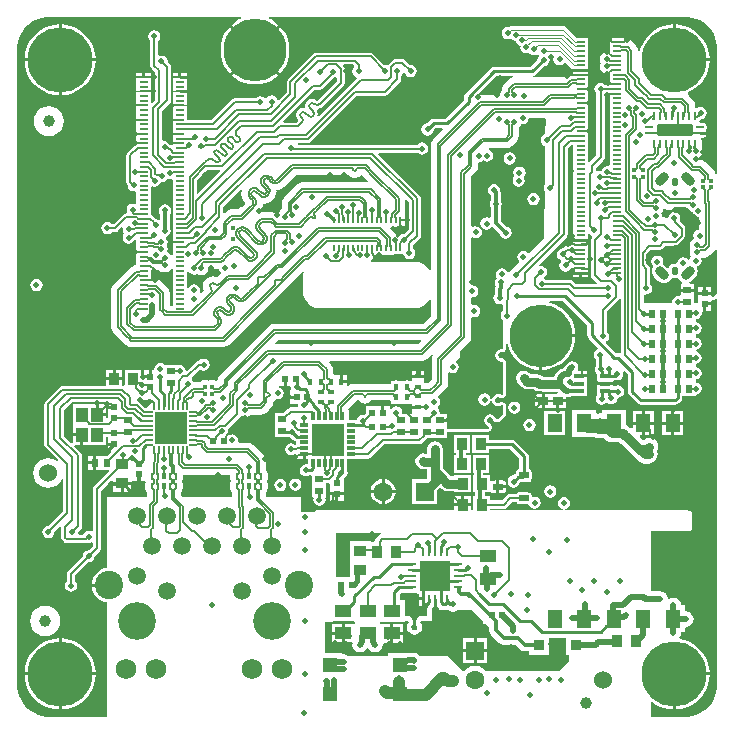
<source format=gtl>
G04*
G04 #@! TF.GenerationSoftware,Altium Limited,Altium Designer,21.2.2 (38)*
G04*
G04 Layer_Physical_Order=1*
G04 Layer_Color=255*
%FSLAX44Y44*%
%MOMM*%
G71*
G04*
G04 #@! TF.SameCoordinates,305E72B2-D9CB-4A17-871F-B91479A04AED*
G04*
G04*
G04 #@! TF.FilePolarity,Positive*
G04*
G01*
G75*
%ADD11C,0.2000*%
%ADD16C,0.2032*%
%ADD17C,0.2540*%
%ADD18C,0.1016*%
%ADD19R,0.2200X0.5000*%
%ADD20R,0.8500X0.3500*%
%ADD21R,0.6500X0.5500*%
%ADD22R,0.6200X0.6200*%
%ADD23R,0.9000X1.0000*%
%ADD24R,0.6200X0.6200*%
%ADD25R,0.5500X0.4500*%
%ADD26R,0.4500X0.5500*%
%ADD29R,1.2000X1.2000*%
%ADD30R,1.0000X0.9000*%
G04:AMPARAMS|DCode=31|XSize=0.55mm|YSize=0.8mm|CornerRadius=0.0495mm|HoleSize=0mm|Usage=FLASHONLY|Rotation=270.000|XOffset=0mm|YOffset=0mm|HoleType=Round|Shape=RoundedRectangle|*
%AMROUNDEDRECTD31*
21,1,0.5500,0.7010,0,0,270.0*
21,1,0.4510,0.8000,0,0,270.0*
1,1,0.0990,-0.3505,-0.2255*
1,1,0.0990,-0.3505,0.2255*
1,1,0.0990,0.3505,0.2255*
1,1,0.0990,0.3505,-0.2255*
%
%ADD31ROUNDEDRECTD31*%
%ADD32R,0.3600X0.3200*%
%ADD33R,0.9000X0.7000*%
G04:AMPARAMS|DCode=34|XSize=0.25mm|YSize=0.6mm|CornerRadius=0.025mm|HoleSize=0mm|Usage=FLASHONLY|Rotation=0.000|XOffset=0mm|YOffset=0mm|HoleType=Round|Shape=RoundedRectangle|*
%AMROUNDEDRECTD34*
21,1,0.2500,0.5500,0,0,0.0*
21,1,0.2000,0.6000,0,0,0.0*
1,1,0.0500,0.1000,-0.2750*
1,1,0.0500,-0.1000,-0.2750*
1,1,0.0500,-0.1000,0.2750*
1,1,0.0500,0.1000,0.2750*
%
%ADD34ROUNDEDRECTD34*%
G04:AMPARAMS|DCode=35|XSize=0.25mm|YSize=0.6mm|CornerRadius=0.025mm|HoleSize=0mm|Usage=FLASHONLY|Rotation=270.000|XOffset=0mm|YOffset=0mm|HoleType=Round|Shape=RoundedRectangle|*
%AMROUNDEDRECTD35*
21,1,0.2500,0.5500,0,0,270.0*
21,1,0.2000,0.6000,0,0,270.0*
1,1,0.0500,-0.2750,-0.1000*
1,1,0.0500,-0.2750,0.1000*
1,1,0.0500,0.2750,0.1000*
1,1,0.0500,0.2750,-0.1000*
%
%ADD35ROUNDEDRECTD35*%
%ADD36R,0.3200X0.3600*%
%ADD37R,0.5500X0.6500*%
%ADD38R,1.0000X1.2000*%
G04:AMPARAMS|DCode=39|XSize=0.2mm|YSize=0.565mm|CornerRadius=0.05mm|HoleSize=0mm|Usage=FLASHONLY|Rotation=0.000|XOffset=0mm|YOffset=0mm|HoleType=Round|Shape=RoundedRectangle|*
%AMROUNDEDRECTD39*
21,1,0.2000,0.4650,0,0,0.0*
21,1,0.1000,0.5650,0,0,0.0*
1,1,0.1000,0.0500,-0.2325*
1,1,0.1000,-0.0500,-0.2325*
1,1,0.1000,-0.0500,0.2325*
1,1,0.1000,0.0500,0.2325*
%
%ADD39ROUNDEDRECTD39*%
G04:AMPARAMS|DCode=40|XSize=0.4mm|YSize=0.565mm|CornerRadius=0.05mm|HoleSize=0mm|Usage=FLASHONLY|Rotation=0.000|XOffset=0mm|YOffset=0mm|HoleType=Round|Shape=RoundedRectangle|*
%AMROUNDEDRECTD40*
21,1,0.4000,0.4650,0,0,0.0*
21,1,0.3000,0.5650,0,0,0.0*
1,1,0.1000,0.1500,-0.2325*
1,1,0.1000,-0.1500,-0.2325*
1,1,0.1000,-0.1500,0.2325*
1,1,0.1000,0.1500,0.2325*
%
%ADD40ROUNDEDRECTD40*%
%ADD41O,0.7000X0.2000*%
%ADD42O,0.2000X0.7000*%
%ADD43R,1.2700X1.5500*%
%ADD44R,1.4000X1.0500*%
%ADD45R,0.7000X0.2500*%
%ADD46R,0.2500X0.7000*%
%ADD47R,0.7000X0.1800*%
%ADD48R,0.9000X0.9500*%
%ADD99C,0.5080*%
%ADD100C,0.1297*%
%ADD101C,0.1270*%
%ADD102C,1.0000*%
%ADD103R,0.3000X0.8000*%
%ADD104R,0.8000X0.3000*%
%ADD105R,2.7000X2.7000*%
G04:AMPARAMS|DCode=106|XSize=1mm|YSize=3mm|CornerRadius=0.05mm|HoleSize=0mm|Usage=FLASHONLY|Rotation=270.000|XOffset=0mm|YOffset=0mm|HoleType=Round|Shape=RoundedRectangle|*
%AMROUNDEDRECTD106*
21,1,1.0000,2.9000,0,0,270.0*
21,1,0.9000,3.0000,0,0,270.0*
1,1,0.1000,-1.4500,-0.4500*
1,1,0.1000,-1.4500,0.4500*
1,1,0.1000,1.4500,0.4500*
1,1,0.1000,1.4500,-0.4500*
%
%ADD106ROUNDEDRECTD106*%
%ADD107R,2.6000X2.6000*%
%ADD108C,0.3000*%
%ADD109C,0.1524*%
%ADD110C,0.3048*%
%ADD111C,0.5080*%
%ADD112C,0.4572*%
%ADD113C,0.2056*%
%ADD114C,0.1780*%
%ADD115C,0.1778*%
%ADD116C,0.7620*%
%ADD117C,1.0000*%
%ADD118C,0.5000*%
%ADD119C,0.7500*%
%ADD120C,0.4064*%
G04:AMPARAMS|DCode=121|XSize=1.3mm|YSize=0.8mm|CornerRadius=0mm|HoleSize=0mm|Usage=FLASHONLY|Rotation=45.000|XOffset=0mm|YOffset=0mm|HoleType=Round|Shape=Round|*
%AMOVALD121*
21,1,0.5000,0.8000,0.0000,0.0000,45.0*
1,1,0.8000,-0.1768,-0.1768*
1,1,0.8000,0.1768,0.1768*
%
%ADD121OVALD121*%

%ADD122O,0.5500X0.7500*%
G04:AMPARAMS|DCode=123|XSize=1.3mm|YSize=0.8mm|CornerRadius=0mm|HoleSize=0mm|Usage=FLASHONLY|Rotation=135.000|XOffset=0mm|YOffset=0mm|HoleType=Round|Shape=Round|*
%AMOVALD123*
21,1,0.5000,0.8000,0.0000,0.0000,135.0*
1,1,0.8000,0.1768,-0.1768*
1,1,0.8000,-0.1768,0.1768*
%
%ADD123OVALD123*%

%ADD124C,1.6000*%
%ADD125R,1.6000X1.6000*%
%ADD126R,1.6000X1.6000*%
%ADD127C,3.2000*%
%ADD128C,2.4000*%
%ADD129C,1.7500*%
%ADD130C,1.5000*%
%ADD131C,0.5000*%
%ADD132C,1.5240*%
%ADD133C,5.3000*%
%ADD134C,5.5000*%
%ADD135C,0.4064*%
G36*
X423588Y545009D02*
X422077Y544709D01*
X420182Y543443D01*
X416198Y539458D01*
X414932Y537564D01*
X414487Y535328D01*
Y534821D01*
X414370Y534703D01*
X413104Y532808D01*
X412659Y530573D01*
Y529879D01*
X395383D01*
X395383Y529879D01*
X394469Y529697D01*
X393843Y530867D01*
X409255Y546279D01*
X423463D01*
X423588Y545009D01*
D02*
G37*
G36*
X274343Y544657D02*
Y541421D01*
X267006Y534084D01*
X258586Y525664D01*
X257592Y524999D01*
X255660Y526289D01*
X253382Y526743D01*
X251103Y526289D01*
X249171Y524999D01*
X249171Y524999D01*
X249171Y524999D01*
X247880Y523067D01*
X247427Y520788D01*
X247597Y519933D01*
X246699Y519035D01*
X245844Y519205D01*
X243565Y518752D01*
X241633Y517461D01*
X241633Y517461D01*
X241633Y517461D01*
X240343Y515529D01*
X239889Y513251D01*
X240343Y510972D01*
X241633Y509040D01*
X241129Y508286D01*
X240956Y508034D01*
X239717Y506795D01*
X229533D01*
X229047Y507969D01*
X255717Y534639D01*
X259626D01*
X260865Y534885D01*
X261915Y535587D01*
X271039Y544711D01*
X272604Y545022D01*
X273073Y545336D01*
X274343Y544657D01*
D02*
G37*
G36*
X288682Y555240D02*
X288945Y553896D01*
X287822Y552216D01*
X287428Y550233D01*
X287822Y548251D01*
X288945Y546571D01*
X290595Y545469D01*
X290781Y545332D01*
X291012Y544090D01*
X258994Y512072D01*
X257824Y512698D01*
X258166Y514420D01*
X257713Y516699D01*
X257605Y516860D01*
X258275Y518144D01*
X259998Y518487D01*
X261930Y519778D01*
X261893Y519815D01*
X271584Y529506D01*
X279869Y537791D01*
X280571Y538842D01*
X280818Y540080D01*
Y552261D01*
X280571Y553500D01*
X279869Y554550D01*
X279580Y554840D01*
X280066Y556013D01*
X287909D01*
X288682Y555240D01*
D02*
G37*
G36*
X451044Y509350D02*
X450905Y496962D01*
X450018Y496785D01*
X448338Y495662D01*
X447215Y493982D01*
X446820Y492000D01*
X447215Y490018D01*
X448338Y488338D01*
X450018Y487215D01*
X450795Y487060D01*
X450432Y454555D01*
X449715Y453482D01*
X449320Y451500D01*
X449715Y449518D01*
X450364Y448545D01*
X450020Y417670D01*
X449916Y408422D01*
X437153Y396236D01*
X435891Y396376D01*
X435693Y396671D01*
X434013Y397794D01*
X432031Y398188D01*
X430048Y397794D01*
X428368Y396671D01*
X427245Y394991D01*
X426851Y393009D01*
X427245Y391027D01*
X428368Y389346D01*
X428446Y389294D01*
X428556Y388029D01*
X420198Y380049D01*
X418808Y380478D01*
X417840Y381927D01*
X416159Y383050D01*
X414177Y383444D01*
X412195Y383050D01*
X410515Y381927D01*
X409392Y380247D01*
X408998Y378265D01*
X409392Y376283D01*
X410005Y375366D01*
X409510Y375035D01*
X408387Y373355D01*
X407993Y371372D01*
X408387Y369390D01*
X409028Y368430D01*
Y367994D01*
X408422Y367086D01*
X408106Y365500D01*
Y361389D01*
X407281Y360154D01*
X406887Y358172D01*
X407281Y356190D01*
X408404Y354509D01*
X410084Y353386D01*
X412066Y352992D01*
X413480Y353274D01*
X414750Y352444D01*
Y347064D01*
X414454Y346867D01*
X413331Y345186D01*
X412937Y343204D01*
X413331Y341222D01*
X414454Y339542D01*
X415000Y339177D01*
X415000Y315530D01*
X414018Y314724D01*
X413578Y314812D01*
X411596Y314417D01*
X409916Y313295D01*
X408793Y311614D01*
X408399Y309632D01*
X408793Y307650D01*
X409916Y305970D01*
X411596Y304847D01*
X413578Y304452D01*
X414018Y304540D01*
X415000Y303734D01*
X415000Y276612D01*
X413730Y275968D01*
X412571Y276743D01*
X410589Y277137D01*
X408607Y276743D01*
X406926Y275620D01*
X405804Y273940D01*
X405617Y273001D01*
X404322D01*
X404084Y274198D01*
X402961Y275879D01*
X401281Y277001D01*
X399299Y277396D01*
X397317Y277001D01*
X395636Y275879D01*
X394513Y274198D01*
X394119Y272216D01*
X394513Y270234D01*
X395636Y268554D01*
X397317Y267431D01*
X399299Y267037D01*
X401281Y267431D01*
X402961Y268554D01*
X404084Y270234D01*
X404271Y271173D01*
X405565D01*
X405804Y269975D01*
X406926Y268295D01*
X408607Y267172D01*
X410589Y266778D01*
X412571Y267172D01*
X413730Y267947D01*
X415000Y267304D01*
Y260000D01*
X410391Y255391D01*
X409013Y255809D01*
X408856Y256599D01*
X407733Y258279D01*
X406053Y259402D01*
X404071Y259796D01*
X402089Y259402D01*
X400408Y258279D01*
X399285Y256599D01*
X398891Y254617D01*
X399285Y252635D01*
X400408Y250954D01*
X402089Y249832D01*
X402583Y249733D01*
X402993Y248501D01*
X402303Y247658D01*
X367565D01*
Y253638D01*
X361774D01*
Y256178D01*
X367565D01*
Y260198D01*
X362166D01*
X361360Y261179D01*
X361379Y261271D01*
X360984Y263253D01*
X359861Y264933D01*
X359664Y265066D01*
Y266336D01*
X360239Y266720D01*
X361361Y268400D01*
X361756Y270382D01*
X361361Y272365D01*
X360239Y274045D01*
X360134Y275104D01*
X364979Y279948D01*
X364979Y279948D01*
X366693Y281662D01*
X367959Y283557D01*
X368403Y285792D01*
Y294837D01*
X369673Y295515D01*
X370271Y295116D01*
X372253Y294722D01*
X374235Y295116D01*
X375916Y296239D01*
X377039Y297919D01*
X377433Y299901D01*
X377039Y301883D01*
X375916Y303564D01*
X375338Y303950D01*
X375214Y305214D01*
X378500Y308500D01*
Y313219D01*
X386193Y320912D01*
X386193Y320912D01*
X387459Y322807D01*
X387903Y325042D01*
Y341537D01*
X389173Y342360D01*
X390601Y342076D01*
X392583Y342470D01*
X394263Y343593D01*
X395386Y345273D01*
X395780Y347256D01*
X395386Y349238D01*
X394263Y350918D01*
X392583Y352041D01*
X390601Y352435D01*
X389173Y352151D01*
X387903Y352974D01*
Y357906D01*
X388864Y358694D01*
X390846Y359088D01*
X392526Y360211D01*
X393649Y361891D01*
X394043Y363873D01*
X393649Y365855D01*
X392526Y367536D01*
X390846Y368658D01*
X388864Y369053D01*
X387903Y369841D01*
Y409092D01*
X389173Y409771D01*
X389995Y409222D01*
X391977Y408828D01*
X393959Y409222D01*
X395640Y410345D01*
X396763Y412025D01*
X397157Y414007D01*
X396763Y415989D01*
X395640Y417670D01*
X393959Y418793D01*
X391977Y419187D01*
X389995Y418793D01*
X389173Y418244D01*
X387903Y418922D01*
Y461144D01*
X390838Y464078D01*
X390838Y464078D01*
X392193Y465433D01*
X392193Y465433D01*
X393459Y467328D01*
X393904Y469563D01*
X393903Y469563D01*
Y472736D01*
X394688Y473380D01*
X396670Y473775D01*
X398236Y474821D01*
X399518Y473965D01*
X401500Y473571D01*
X403482Y473965D01*
X405163Y475088D01*
X406285Y476768D01*
X406679Y478750D01*
X406285Y480732D01*
X405163Y482412D01*
X403482Y483535D01*
X402959Y483639D01*
X403084Y484909D01*
X418021D01*
X420256Y485354D01*
X422151Y486620D01*
X423506Y487975D01*
X423506Y487975D01*
X426771Y491240D01*
X426771Y491240D01*
X428037Y493135D01*
X428481Y495370D01*
Y502430D01*
X428599Y502547D01*
X429865Y504442D01*
X430079Y505516D01*
X431649Y505203D01*
X433631Y505597D01*
X435311Y506720D01*
X436434Y508401D01*
X436803Y510253D01*
X450150D01*
X451044Y509350D01*
D02*
G37*
G36*
X505360Y527810D02*
Y515810D01*
Y503810D01*
Y491810D01*
Y479810D01*
Y470764D01*
X504090Y469722D01*
X503228Y469894D01*
X501246Y469499D01*
X499566Y468377D01*
X498443Y466696D01*
X498264Y465796D01*
X496899Y466067D01*
X494917Y465673D01*
X494746Y465558D01*
X493626Y466157D01*
Y468498D01*
X500154Y475027D01*
X500154Y475027D01*
X500940Y476203D01*
X501216Y477591D01*
Y531495D01*
X501253Y531520D01*
X501323Y531624D01*
X505360D01*
Y527810D01*
D02*
G37*
G36*
X193067Y596115D02*
X193320Y594845D01*
X191775Y594205D01*
X187878Y591816D01*
X185371Y589675D01*
X205000Y570046D01*
X224629Y589675D01*
X222122Y591816D01*
X218225Y594205D01*
X216681Y594844D01*
X216933Y596114D01*
X570000Y596112D01*
X571712D01*
X575106Y595665D01*
X578413Y594779D01*
X581575Y593469D01*
X584540Y591757D01*
X587256Y589673D01*
X589677Y587253D01*
X591761Y584537D01*
X593472Y581572D01*
X594782Y578409D01*
X595668Y575102D01*
X596115Y571708D01*
X596115Y569996D01*
Y463077D01*
X594845Y462952D01*
X594522Y464579D01*
X593202Y466554D01*
X586156Y473600D01*
X584181Y474920D01*
X581852Y475383D01*
X580048D01*
X579875Y475616D01*
X580416Y477018D01*
X580441Y477023D01*
X582416Y478343D01*
X583735Y480317D01*
X584199Y482647D01*
Y483540D01*
X583735Y485869D01*
X583571Y486115D01*
X583780Y487165D01*
Y488915D01*
X583317Y491245D01*
X582277Y492801D01*
X582835Y494071D01*
X584443D01*
X585532Y494287D01*
X586455Y494904D01*
X587071Y495827D01*
X587234Y496645D01*
X581693D01*
Y499070D01*
X584443D01*
X585022Y499185D01*
X587234D01*
X587071Y500004D01*
X586796Y500415D01*
X587071Y500827D01*
X587288Y501915D01*
Y503915D01*
X587071Y505004D01*
X586455Y505927D01*
X585532Y506544D01*
X584443Y506760D01*
X581969D01*
X581290Y508030D01*
X581321Y508077D01*
X581494Y508944D01*
X581648Y509048D01*
X582373Y509772D01*
X584175Y510130D01*
X585856Y511253D01*
X586978Y512933D01*
X587373Y514916D01*
X586978Y516898D01*
X585856Y518578D01*
X584175Y519701D01*
X582193Y520095D01*
X580211Y519701D01*
X578946Y518856D01*
X577689Y519405D01*
X577676Y519418D01*
Y521861D01*
X577213Y524190D01*
X575894Y526165D01*
X575893Y526165D01*
X572779Y529279D01*
X572779Y529279D01*
X572779Y529279D01*
X571277Y530781D01*
X571551Y532270D01*
X573680Y533151D01*
X577712Y535622D01*
X581307Y538693D01*
X584378Y542288D01*
X586849Y546320D01*
X588658Y550688D01*
X589762Y555286D01*
X590033Y558730D01*
X560000D01*
Y560000D01*
X558730D01*
Y590033D01*
X555286Y589762D01*
X550689Y588658D01*
X546320Y586849D01*
X542288Y584378D01*
X538693Y581307D01*
X535622Y577712D01*
X533152Y573680D01*
X531342Y569312D01*
X530856Y567287D01*
X529586Y567438D01*
Y567616D01*
X529123Y569945D01*
X527803Y571919D01*
X527803Y571919D01*
X524772Y574950D01*
X522798Y576270D01*
X520469Y576733D01*
X520469Y576733D01*
X517440D01*
Y578690D01*
X505360D01*
Y571481D01*
X505314Y571250D01*
X505360Y571019D01*
Y567481D01*
X505314Y567250D01*
X504701Y566478D01*
X504398Y566229D01*
X503935Y566321D01*
X503042D01*
X500712Y565858D01*
X498738Y564538D01*
X497418Y562564D01*
X496955Y560234D01*
X497418Y557905D01*
X497835Y557281D01*
X497376Y556595D01*
X496913Y554266D01*
X497376Y551936D01*
X498696Y549961D01*
X500671Y548642D01*
X503000Y548179D01*
X503893D01*
X504274Y548254D01*
X504850Y547845D01*
X505314Y547250D01*
X505360Y547019D01*
Y543481D01*
X505314Y543250D01*
X505360Y543019D01*
Y538876D01*
X501207D01*
X499573Y539967D01*
X497591Y540362D01*
X495608Y539967D01*
X493928Y538845D01*
X492805Y537164D01*
X492411Y535182D01*
X492805Y533200D01*
X493928Y531520D01*
X493965Y531495D01*
Y479092D01*
X487910Y473037D01*
X486640Y473563D01*
Y483810D01*
Y495810D01*
Y498690D01*
X480600D01*
Y499809D01*
X486640D01*
Y507810D01*
Y519810D01*
Y531810D01*
Y543810D01*
Y549980D01*
X480600D01*
X474560D01*
Y548247D01*
X472406D01*
X470171Y547802D01*
X468276Y546536D01*
X466894Y545153D01*
X440568D01*
X440443Y546423D01*
X441206Y546575D01*
X442466Y547417D01*
X449632Y554583D01*
X451222Y554899D01*
X452902Y556022D01*
X454025Y557702D01*
X454419Y559684D01*
X454025Y561667D01*
X453570Y562347D01*
X453306Y562848D01*
X453972Y564031D01*
X457681D01*
X458359Y562761D01*
X458013Y562244D01*
X457619Y560262D01*
X458013Y558279D01*
X459136Y556599D01*
X460817Y555476D01*
X462799Y555082D01*
X464781Y555476D01*
X466461Y556599D01*
X466927Y557296D01*
X468191Y557420D01*
X472558Y553052D01*
X473567Y552379D01*
X474560Y552181D01*
Y551810D01*
X480600D01*
X486640D01*
Y555810D01*
Y567810D01*
Y578690D01*
X477133D01*
X468218Y587604D01*
X467210Y588278D01*
X466021Y588515D01*
X421907D01*
X420718Y588278D01*
X419710Y587604D01*
X419654Y587549D01*
X419000Y587679D01*
X417018Y587285D01*
X415337Y586162D01*
X414215Y584482D01*
X413820Y582500D01*
X414215Y580518D01*
X415337Y578838D01*
X417018Y577715D01*
X419000Y577321D01*
X420982Y577715D01*
X421445Y578024D01*
X421871Y577386D01*
X423551Y576263D01*
X425533Y575869D01*
X426088Y575979D01*
X426346Y574680D01*
X427469Y572999D01*
X429150Y571877D01*
X429822Y571743D01*
X429558Y570413D01*
X429952Y568431D01*
X431075Y566751D01*
X432755Y565628D01*
X434737Y565234D01*
X436720Y565628D01*
X437326Y566033D01*
X437915Y565150D01*
X439596Y564028D01*
X441578Y563633D01*
X443560Y564028D01*
X444750Y564823D01*
X445649Y563477D01*
X444954Y562414D01*
X444454Y561667D01*
X444138Y560077D01*
X438110Y554049D01*
X407646D01*
X406159Y553753D01*
X404899Y552911D01*
X383079Y531091D01*
X382237Y529831D01*
X381941Y528344D01*
Y525929D01*
X365865Y509853D01*
X356108D01*
X354621Y509557D01*
X353361Y508715D01*
X350636Y505989D01*
X349046Y505673D01*
X347365Y504551D01*
X346243Y502870D01*
X345849Y500888D01*
X346243Y498906D01*
X347365Y497225D01*
X349046Y496103D01*
X351028Y495709D01*
X353010Y496103D01*
X354691Y497225D01*
X355813Y498906D01*
X356129Y500496D01*
X357717Y502083D01*
X363509D01*
X363995Y500910D01*
X355453Y492368D01*
X354187Y490473D01*
X353742Y488238D01*
Y382055D01*
X352472Y381841D01*
X350315Y384653D01*
X347277Y386983D01*
X343740Y388448D01*
X339944Y388948D01*
Y388892D01*
X303373D01*
X302987Y390162D01*
X303671Y390618D01*
X304793Y392299D01*
X305094Y393813D01*
X305150Y393910D01*
X306121Y394646D01*
X306389Y394751D01*
X307945Y394442D01*
X309944Y394840D01*
X311945Y394442D01*
X313944Y394840D01*
X315944Y394442D01*
X317945Y394840D01*
X319944Y394442D01*
X322180Y394887D01*
X322712Y395243D01*
X330631D01*
X330791Y394436D01*
X331914Y392755D01*
X333594Y391633D01*
X335576Y391238D01*
X337559Y391633D01*
X339239Y392755D01*
X340362Y394436D01*
X340756Y396418D01*
X340362Y398400D01*
X339239Y400080D01*
X338943Y400278D01*
Y403182D01*
X344381Y408619D01*
X345110Y409712D01*
X345367Y411000D01*
Y442486D01*
X345110Y443774D01*
X344381Y444866D01*
X309073Y480173D01*
X309559Y481347D01*
X342513D01*
X342710Y481051D01*
X344390Y479928D01*
X346373Y479534D01*
X348355Y479928D01*
X350035Y481051D01*
X351158Y482731D01*
X351552Y484713D01*
X351158Y486695D01*
X350035Y488376D01*
X348355Y489499D01*
X346373Y489893D01*
X344390Y489499D01*
X342710Y488376D01*
X342513Y488080D01*
X241116D01*
X241011Y488255D01*
X241731Y489525D01*
X249530D01*
X250769Y489771D01*
X251819Y490473D01*
X290944Y529598D01*
X315085D01*
X316324Y529844D01*
X317374Y530546D01*
X327889Y541061D01*
X328591Y542111D01*
X328837Y543350D01*
Y546461D01*
X329262Y546745D01*
X330385Y548426D01*
X330475Y548880D01*
X331770D01*
X331869Y548383D01*
X332992Y546703D01*
X334672Y545580D01*
X335334Y545448D01*
X335415Y545394D01*
X336654Y545147D01*
X337893Y545394D01*
X337974Y545448D01*
X338636Y545580D01*
X340317Y546703D01*
X341439Y548383D01*
X341834Y550365D01*
X341439Y552347D01*
X340317Y554027D01*
X338636Y555150D01*
X336654Y555545D01*
X336137Y555442D01*
X332039Y559539D01*
X330989Y560241D01*
X329750Y560487D01*
X323750D01*
X322511Y560241D01*
X321461Y559539D01*
X318211Y556289D01*
X317509Y555239D01*
X316253Y555433D01*
X315099Y555662D01*
X314597Y555563D01*
X305121Y565039D01*
X304071Y565741D01*
X302832Y565987D01*
X256740D01*
X255501Y565741D01*
X254451Y565039D01*
X232599Y543187D01*
X231897Y542137D01*
X231651Y540898D01*
Y531979D01*
X225131Y525459D01*
X223916Y525827D01*
X223785Y526482D01*
X222663Y528162D01*
X220982Y529285D01*
X219000Y529679D01*
X217018Y529285D01*
X215338Y528162D01*
X214847Y527428D01*
X213319D01*
X213162Y527663D01*
X211482Y528785D01*
X209500Y529179D01*
X207518Y528785D01*
X205837Y527663D01*
X205640Y527367D01*
X187825D01*
X186537Y527110D01*
X185444Y526381D01*
X167680Y508617D01*
X147440D01*
Y513810D01*
Y520690D01*
X141400D01*
X135360D01*
Y509810D01*
Y509809D01*
X141400D01*
Y508690D01*
X135360D01*
Y497810D01*
Y497809D01*
X141400D01*
Y496690D01*
X135360D01*
Y489809D01*
X141400D01*
Y488700D01*
X141352Y488690D01*
X135360D01*
Y487878D01*
X134187Y487392D01*
X133970Y487609D01*
X132920Y488311D01*
X132747Y488345D01*
X132031Y489417D01*
X130351Y490540D01*
X128369Y490934D01*
X127637Y490788D01*
X126367Y491831D01*
Y516605D01*
X132881Y523119D01*
X133610Y524212D01*
X133867Y525500D01*
Y553750D01*
X133610Y555038D01*
X132881Y556131D01*
X130860Y558151D01*
X130929Y558500D01*
X130535Y560482D01*
X129412Y562163D01*
X127732Y563285D01*
X125750Y563680D01*
X124387Y563408D01*
X123117Y564261D01*
Y575890D01*
X123413Y576087D01*
X124535Y577768D01*
X124930Y579750D01*
X124535Y581732D01*
X123413Y583413D01*
X121732Y584535D01*
X119750Y584930D01*
X117768Y584535D01*
X116088Y583413D01*
X114965Y581732D01*
X114571Y579750D01*
X114965Y577768D01*
X116088Y576087D01*
X116383Y575890D01*
Y554722D01*
X116640Y553434D01*
X117369Y552342D01*
X120222Y549489D01*
Y525484D01*
X117813Y523074D01*
X116640Y523561D01*
Y532691D01*
X110600D01*
X104560D01*
Y521810D01*
Y521809D01*
X110600D01*
Y520690D01*
X104560D01*
Y509810D01*
Y509809D01*
X110600D01*
Y508690D01*
X104560D01*
Y497810D01*
Y497809D01*
X110600D01*
Y496690D01*
X104560D01*
Y489809D01*
X110600D01*
Y488690D01*
X104560D01*
Y488289D01*
X104315Y488241D01*
X103265Y487539D01*
X96961Y481235D01*
X96259Y480185D01*
X96013Y478946D01*
Y456834D01*
X96259Y455595D01*
X96961Y454545D01*
X97254Y454252D01*
X97154Y453750D01*
X97549Y451768D01*
X98671Y450088D01*
X100352Y448965D01*
X102334Y448571D01*
X103290Y448761D01*
X104560Y447718D01*
Y438550D01*
X103568Y437872D01*
X103294Y437805D01*
X103290Y437805D01*
X101448Y438172D01*
X99466Y437777D01*
X97786Y436655D01*
X96663Y434974D01*
X96269Y432992D01*
X96663Y431010D01*
X96765Y430857D01*
X96166Y429737D01*
X95704D01*
X94466Y429491D01*
X93415Y428789D01*
X85363Y420737D01*
X83947D01*
X83663Y421162D01*
X81982Y422285D01*
X80000Y422679D01*
X78018Y422285D01*
X76337Y421162D01*
X75215Y419482D01*
X74820Y417500D01*
X75215Y415518D01*
X76337Y413838D01*
X78018Y412715D01*
X80000Y412321D01*
X81982Y412715D01*
X83663Y413838D01*
X83947Y414263D01*
X86704D01*
X87943Y414509D01*
X88993Y415211D01*
X91834Y418052D01*
X93005Y417426D01*
X92821Y416500D01*
X93215Y414518D01*
X94312Y412875D01*
X93215Y411232D01*
X92821Y409250D01*
X93215Y407268D01*
X94338Y405588D01*
X96018Y404465D01*
X98000Y404071D01*
X99982Y404465D01*
X101663Y405588D01*
X102702Y407142D01*
X103311Y407550D01*
X103387Y407626D01*
X104560Y407139D01*
Y397810D01*
Y386232D01*
X102400Y385802D01*
X100506Y384536D01*
X85057Y369088D01*
X83791Y367193D01*
X83347Y364958D01*
Y333292D01*
X83791Y331057D01*
X85057Y329162D01*
X92735Y321485D01*
X92735Y321485D01*
X92735Y321485D01*
X94110Y320110D01*
X94110Y320110D01*
X96162Y318057D01*
X96162Y318057D01*
X98057Y316791D01*
X100292Y316347D01*
X178458D01*
X180693Y316791D01*
X182588Y318057D01*
X211765Y347235D01*
X211765Y347235D01*
X245674Y381143D01*
X246750Y380423D01*
X245779Y378078D01*
X245279Y374283D01*
X245335D01*
Y364283D01*
X245279D01*
X245779Y360487D01*
X247244Y356950D01*
X249575Y353913D01*
X252612Y351582D01*
X256149Y350117D01*
X259944Y349617D01*
Y349673D01*
X339944D01*
Y349617D01*
X343740Y350117D01*
X347277Y351582D01*
X350315Y353913D01*
X352472Y356724D01*
X353742Y356510D01*
Y342925D01*
X347375Y336557D01*
X220926D01*
X220926Y336557D01*
X218691Y336113D01*
X216796Y334847D01*
X216796Y334847D01*
X175129Y293180D01*
X173863Y291285D01*
X173418Y289050D01*
Y288548D01*
X172266Y287790D01*
X170985Y288646D01*
X168750Y289091D01*
X168550D01*
X166315Y288646D01*
X165750Y288269D01*
X165185Y288646D01*
X162950Y289091D01*
X162750D01*
X160515Y288646D01*
X158635Y287390D01*
X158610D01*
Y287370D01*
X158151Y286911D01*
X153209D01*
X153170Y287109D01*
X152047Y288789D01*
X151373Y289240D01*
X151212Y290875D01*
X158146Y297809D01*
X159569Y296859D01*
X161551Y296464D01*
X163533Y296859D01*
X165213Y297981D01*
X166336Y299662D01*
X166730Y301644D01*
X166336Y303626D01*
X165213Y305306D01*
X163533Y306429D01*
X161551Y306823D01*
X159569Y306429D01*
X157888Y305306D01*
X157691Y305011D01*
X157219D01*
X155931Y304754D01*
X154839Y304024D01*
X147557Y296743D01*
X146192Y297174D01*
X145925Y298514D01*
X144802Y300195D01*
X143122Y301318D01*
X141140Y301712D01*
X140133Y301511D01*
X139759Y301818D01*
Y301818D01*
X128518D01*
X128467Y301894D01*
X126787Y303017D01*
X124805Y303411D01*
X122823Y303017D01*
X121142Y301894D01*
X120020Y300214D01*
X119625Y298232D01*
X119642Y298150D01*
X118836Y297168D01*
X117534D01*
Y291528D01*
X116264D01*
Y290258D01*
X110583D01*
X109672Y289511D01*
X108701Y290612D01*
Y297568D01*
X94621D01*
Y284732D01*
X93420Y283968D01*
X92701Y284343D01*
Y288758D01*
X85661D01*
X78621D01*
Y283367D01*
X41550D01*
X40262Y283110D01*
X39169Y282381D01*
X27619Y270831D01*
X26890Y269738D01*
X26633Y268450D01*
Y234160D01*
X26890Y232871D01*
X27619Y231779D01*
X38558Y220841D01*
X37718Y219884D01*
X36324Y220954D01*
X33274Y222217D01*
X30000Y222648D01*
X26726Y222217D01*
X23676Y220954D01*
X21056Y218944D01*
X19046Y216324D01*
X17783Y213274D01*
X17352Y210000D01*
X17783Y206726D01*
X19046Y203676D01*
X21056Y201056D01*
X23676Y199046D01*
X26726Y197783D01*
X30000Y197352D01*
X33274Y197783D01*
X36324Y199046D01*
X38944Y201056D01*
X40954Y203676D01*
X41505Y205006D01*
X42775Y204753D01*
Y177536D01*
X30349Y165110D01*
X30000Y165180D01*
X28018Y164785D01*
X26337Y163662D01*
X25215Y161982D01*
X24820Y160000D01*
X25215Y158018D01*
X26337Y156337D01*
X28018Y155215D01*
X30000Y154820D01*
X31982Y155215D01*
X33663Y156337D01*
X34785Y158018D01*
X35180Y160000D01*
X35110Y160349D01*
X39918Y165157D01*
X41089Y164531D01*
X41070Y164436D01*
Y155404D01*
X41326Y154115D01*
X42056Y153023D01*
X43210Y151869D01*
X44302Y151140D01*
X45590Y150883D01*
X61604D01*
X62723Y151106D01*
X64275Y150797D01*
X66257Y151192D01*
X66521Y151368D01*
X67641Y150769D01*
Y148245D01*
X64121Y144726D01*
X64110Y144728D01*
X62128Y144333D01*
X60448Y143211D01*
X59325Y141530D01*
X58931Y139548D01*
X58933Y139537D01*
X46727Y127331D01*
X45944Y126160D01*
X45669Y124779D01*
Y118265D01*
X45616Y118229D01*
X44494Y116549D01*
X44099Y114567D01*
X44494Y112585D01*
X45616Y110904D01*
X47297Y109782D01*
X49279Y109387D01*
X51261Y109782D01*
X52941Y110904D01*
X54064Y112585D01*
X54458Y114567D01*
X54064Y116549D01*
X52941Y118229D01*
X52888Y118265D01*
Y123284D01*
X63996Y134391D01*
X64110Y134369D01*
X66092Y134763D01*
X67773Y135886D01*
X68896Y137566D01*
X69290Y139548D01*
X69267Y139663D01*
X73802Y144198D01*
X74585Y145369D01*
X74859Y146750D01*
Y194755D01*
X83787Y203682D01*
X84960Y203196D01*
Y202520D01*
X92500D01*
X100120D01*
X100860Y203360D01*
X105230D01*
Y209000D01*
X107770D01*
Y203360D01*
X111502D01*
X111515Y203355D01*
X112473Y202228D01*
X112159Y200650D01*
Y197000D01*
X112604Y194765D01*
X113503Y193419D01*
Y190000D01*
X80000D01*
Y156337D01*
Y145369D01*
Y139537D01*
Y129600D01*
X77459Y129266D01*
X73922Y127801D01*
X70885Y125470D01*
X68554Y122433D01*
X67089Y118896D01*
X66757Y116370D01*
X81255D01*
Y113830D01*
X66757D01*
X67089Y111304D01*
X68554Y107767D01*
X70885Y104730D01*
X73922Y102399D01*
X77459Y100934D01*
X80000Y100600D01*
X80000Y3881D01*
X28288D01*
X24894Y4328D01*
X21587Y5214D01*
X18424Y6524D01*
X15460Y8236D01*
X12744Y10320D01*
X10323Y12740D01*
X8239Y15457D01*
X6527Y18421D01*
X5217Y21584D01*
X4331Y24891D01*
X3884Y28285D01*
X3884Y29997D01*
X3884Y569997D01*
Y571708D01*
X4331Y575102D01*
X5217Y578409D01*
X6527Y581572D01*
X8239Y584537D01*
X10323Y587253D01*
X12744Y589673D01*
X15460Y591757D01*
X18424Y593469D01*
X21587Y594779D01*
X24894Y595665D01*
X28292Y596113D01*
X30007Y596115D01*
X193067Y596115D01*
D02*
G37*
G36*
X284413Y461995D02*
X285877Y460871D01*
X287117Y460358D01*
X287178Y460316D01*
X287251Y460302D01*
X287583Y460164D01*
X288645Y460025D01*
X289414Y459872D01*
X290182Y460025D01*
X291244Y460164D01*
X291576Y460302D01*
X291649Y460316D01*
X291710Y460358D01*
X292950Y460871D01*
X294414Y461995D01*
X295917Y462045D01*
X300407Y457555D01*
X299881Y456285D01*
X245017D01*
X245017Y456285D01*
X242782Y455840D01*
X240887Y454574D01*
X240887Y454574D01*
X229282Y442969D01*
X228016Y441074D01*
X227571Y438839D01*
Y435795D01*
X227571Y435795D01*
Y434102D01*
X227340Y433870D01*
X226073Y431975D01*
X225629Y429740D01*
Y429228D01*
X225509Y429048D01*
X224120Y428641D01*
X223631Y429130D01*
X221736Y430396D01*
X219501Y430841D01*
X209760D01*
X209584Y430806D01*
X209394Y430974D01*
X208947Y431678D01*
X208886Y431946D01*
X209375Y432603D01*
X210319Y433833D01*
X211387Y436410D01*
X211614Y438133D01*
X212528Y438012D01*
X215294Y438376D01*
X217871Y439444D01*
X220084Y441142D01*
X221783Y443355D01*
X222850Y445933D01*
X223214Y448698D01*
X223094Y449613D01*
X224816Y449840D01*
X227394Y450907D01*
X229380Y452432D01*
X229628Y452597D01*
X239576Y462545D01*
X283990D01*
X284413Y461995D01*
D02*
G37*
G36*
X131330Y459028D02*
X133312Y458634D01*
X134090Y458788D01*
X135350Y457818D01*
X135360Y457746D01*
Y453810D01*
Y441810D01*
Y429810D01*
Y417810D01*
Y405810D01*
Y405810D01*
X141400D01*
Y404691D01*
X135360D01*
Y394860D01*
X134090Y394474D01*
X133172Y395849D01*
X131277Y397115D01*
X130637Y397242D01*
X131063Y399380D01*
X130618Y401615D01*
X130138Y402333D01*
X130660Y403114D01*
X131104Y405349D01*
X130660Y407584D01*
X129704Y409015D01*
X130134Y410396D01*
X130482Y410465D01*
X132163Y411587D01*
X133285Y413268D01*
X133680Y415250D01*
X133285Y417232D01*
X132923Y417774D01*
Y429402D01*
X133565Y430362D01*
X133959Y432344D01*
X133565Y434326D01*
X132442Y436006D01*
X130761Y437129D01*
X128779Y437523D01*
X126797Y437129D01*
X125117Y436006D01*
X123994Y434326D01*
X123600Y432344D01*
X123994Y430362D01*
X124636Y429402D01*
Y424791D01*
X123366Y424112D01*
X122732Y424535D01*
X121286Y424823D01*
X118570Y427539D01*
X117520Y428241D01*
X116640Y428416D01*
Y441810D01*
Y452348D01*
X117910Y453027D01*
X118161Y452859D01*
X120143Y452465D01*
X122125Y452859D01*
X123806Y453982D01*
X124928Y455663D01*
X125097Y456511D01*
X126361Y456259D01*
X128343Y456654D01*
X130023Y457776D01*
X131004Y459245D01*
X131330Y459028D01*
D02*
G37*
G36*
X175623Y465340D02*
X156916Y446632D01*
X155742Y447118D01*
Y458018D01*
X164237Y466513D01*
X175137D01*
X175623Y465340D01*
D02*
G37*
G36*
X194062Y449806D02*
X193860Y449318D01*
X193496Y446552D01*
X193860Y443786D01*
X194927Y441209D01*
X196452Y439223D01*
X196456Y439216D01*
X190644Y433403D01*
X185063D01*
X182828Y432959D01*
X180933Y431693D01*
X180933Y431693D01*
X179160Y429920D01*
X177987Y430406D01*
Y435527D01*
X192985Y450525D01*
X194062Y449806D01*
D02*
G37*
G36*
X335263Y439803D02*
Y416273D01*
X331461Y412472D01*
X330960Y412572D01*
X328978Y412177D01*
X327297Y411055D01*
X326180Y409383D01*
X326139Y409376D01*
X324890Y409427D01*
X324497Y411405D01*
X323231Y413300D01*
X319244Y417286D01*
X319242Y417371D01*
X319870Y418457D01*
X319944Y418442D01*
X321945Y418840D01*
X323945Y418442D01*
X326180Y418887D01*
X326712Y419243D01*
X331585D01*
Y429038D01*
X331919Y429538D01*
X332363Y431773D01*
X332363Y431773D01*
Y441043D01*
X333537Y441529D01*
X335263Y439803D01*
D02*
G37*
G36*
X135360Y382672D02*
Y373810D01*
Y361810D01*
Y351792D01*
X132695D01*
Y362667D01*
X132250Y364902D01*
X130984Y366797D01*
X130984Y366797D01*
X128390Y369390D01*
X128390Y369390D01*
X127265Y370515D01*
X127265Y370515D01*
X127265Y370515D01*
X125244Y372536D01*
X123350Y373802D01*
X121114Y374247D01*
X116640D01*
Y380761D01*
X117910Y381804D01*
X118636Y381659D01*
X118636Y381659D01*
X123807D01*
X123846Y381620D01*
X123846Y381620D01*
X125741Y380354D01*
X127976Y379909D01*
X129000D01*
X131235Y380354D01*
X133130Y381620D01*
X134090Y383057D01*
X135360Y382672D01*
D02*
G37*
G36*
X174729Y382007D02*
X175851Y380327D01*
X175898Y380296D01*
X176022Y379032D01*
X175728Y378737D01*
X175727Y378737D01*
X175640Y378650D01*
X175640Y378650D01*
X172758Y375768D01*
X171399Y376331D01*
X169204Y376620D01*
X167010Y376331D01*
X164965Y375484D01*
X163208Y374137D01*
X161861Y372381D01*
X161014Y370336D01*
X160725Y368141D01*
X161014Y365947D01*
X161577Y364587D01*
X159524Y362534D01*
X158354Y363160D01*
X158646Y364628D01*
X158252Y366610D01*
X157129Y368290D01*
X155449Y369413D01*
X153466Y369808D01*
X151484Y369413D01*
X149804Y368290D01*
X148710Y366653D01*
X148592Y366628D01*
X147440Y366865D01*
Y380000D01*
X148710Y380385D01*
X149379Y379384D01*
X151274Y378118D01*
X153509Y377673D01*
X155744Y378118D01*
X156462Y378598D01*
X157242Y378076D01*
X159478Y377632D01*
X161713Y378076D01*
X163608Y379342D01*
X163848Y379583D01*
X163849Y379584D01*
X165115Y381478D01*
X165350Y382659D01*
X174599D01*
X174729Y382007D01*
D02*
G37*
G36*
X474560Y475810D02*
Y463810D01*
Y451810D01*
Y439810D01*
Y427810D01*
Y415810D01*
Y407809D01*
X480600D01*
X486640D01*
Y412466D01*
X487910Y412851D01*
X488587Y411838D01*
X490052Y410859D01*
X490467Y409479D01*
X490369Y409381D01*
X489640Y408288D01*
X489383Y407000D01*
Y377500D01*
X489640Y376212D01*
X490369Y375119D01*
X494264Y371225D01*
X493738Y369955D01*
X476594D01*
X474017Y372532D01*
X472925Y373262D01*
X471636Y373518D01*
X451456D01*
X451259Y373814D01*
X450036Y374631D01*
X449910Y375978D01*
X449949Y376101D01*
X450861Y376710D01*
X451983Y378390D01*
X452378Y380372D01*
X451983Y382354D01*
X450861Y384035D01*
X449180Y385158D01*
X447198Y385552D01*
X446151Y385344D01*
X445525Y386514D01*
X468719Y409707D01*
X469449Y410800D01*
X469705Y412088D01*
Y484944D01*
X472645Y487883D01*
X474560D01*
Y475810D01*
D02*
G37*
G36*
X552518Y433325D02*
X554847Y432862D01*
X571221D01*
X572902Y431738D01*
X575232Y431275D01*
X575443D01*
X575669Y430137D01*
X576792Y428457D01*
X578472Y427334D01*
X580454Y426940D01*
X580839Y426624D01*
Y415949D01*
X579360Y415655D01*
X577680Y414532D01*
X576557Y412852D01*
X576163Y410870D01*
X576557Y408888D01*
X576803Y408520D01*
X574929Y407268D01*
X573609Y405293D01*
X573146Y402964D01*
X573609Y400634D01*
X574026Y400010D01*
X573567Y399324D01*
X573104Y396995D01*
X573567Y394665D01*
X574358Y393481D01*
X573301Y391899D01*
X573107Y390921D01*
X571758Y390653D01*
X571358Y391252D01*
X569678Y392375D01*
X567696Y392769D01*
X565713Y392375D01*
X564033Y391252D01*
X562910Y389571D01*
X562686Y388442D01*
X561390Y387439D01*
X561287Y387425D01*
X560450Y387592D01*
X558386Y387181D01*
X556636Y386012D01*
X555467Y384262D01*
X555406Y383955D01*
X554190Y383586D01*
X552347Y385430D01*
X550980Y386478D01*
X550374Y386730D01*
X550291Y387004D01*
X550685Y388986D01*
X550291Y390969D01*
X549168Y392649D01*
X547487Y393772D01*
X545505Y394166D01*
X543523Y393772D01*
X541843Y392649D01*
X540720Y390969D01*
X540326Y388986D01*
X540720Y387004D01*
X541843Y385324D01*
X542037Y384151D01*
X541970Y384064D01*
X541311Y382473D01*
X541086Y380766D01*
X541311Y379058D01*
X541970Y377467D01*
X543018Y376101D01*
X546553Y372566D01*
X547920Y371517D01*
X549510Y370859D01*
X551218Y370634D01*
X552925Y370859D01*
X554516Y371517D01*
X555882Y372566D01*
X556931Y373932D01*
X557167Y374502D01*
X558386Y375215D01*
X560450Y374804D01*
X562514Y375215D01*
X563733Y374502D01*
X563970Y373932D01*
X565018Y372566D01*
X566384Y371517D01*
X566731Y371374D01*
X566479Y370104D01*
X565351D01*
Y366084D01*
X571142D01*
X576931D01*
Y370104D01*
X572886D01*
X572633Y371374D01*
X572980Y371517D01*
X574347Y372566D01*
X577882Y376101D01*
X578931Y377467D01*
X579589Y379058D01*
X579814Y380766D01*
X579589Y382473D01*
X579104Y383645D01*
X579613Y385041D01*
X580069Y385131D01*
X581749Y386254D01*
X582872Y387935D01*
X583266Y389917D01*
X582910Y391703D01*
X584048Y392463D01*
X585719D01*
X588048Y392927D01*
X590023Y394246D01*
X594026Y398249D01*
X594480Y398928D01*
X595750Y398543D01*
X595750Y362368D01*
X592611Y359229D01*
X591341Y359755D01*
Y360932D01*
X585701D01*
X580061D01*
Y354368D01*
X576931D01*
Y359524D01*
Y363544D01*
X571142D01*
X565351D01*
Y360923D01*
X564081Y359906D01*
X563069Y360107D01*
X561087Y359713D01*
X559406Y358590D01*
X558283Y356910D01*
X557889Y354928D01*
X557430Y354368D01*
X534596D01*
Y360448D01*
X535578Y361254D01*
X536040Y361162D01*
X538022Y361556D01*
X539702Y362679D01*
X540825Y364359D01*
X541219Y366341D01*
X540825Y368323D01*
X539702Y370004D01*
X539406Y370201D01*
Y382815D01*
X539150Y384103D01*
X538420Y385196D01*
X536425Y387191D01*
Y395268D01*
X540290Y399133D01*
X547750D01*
X549038Y399390D01*
X550131Y400119D01*
X552216Y402205D01*
X561487D01*
X562776Y402461D01*
X563868Y403191D01*
X568861Y408184D01*
X569591Y409276D01*
X569847Y410564D01*
Y416836D01*
X569591Y418125D01*
X568861Y419217D01*
X564557Y423520D01*
X564812Y423901D01*
X565206Y425883D01*
X564812Y427865D01*
X563689Y429546D01*
X562009Y430669D01*
X560027Y431063D01*
X558045Y430669D01*
X556365Y429546D01*
X555242Y427865D01*
X554976Y426531D01*
X553650Y425890D01*
X553565Y425947D01*
X551235Y426410D01*
X550393D01*
X549588Y427392D01*
X549639Y427650D01*
X549245Y429633D01*
X548885Y430171D01*
X550200Y432138D01*
X550412Y433205D01*
X551823Y433789D01*
X552518Y433325D01*
D02*
G37*
G36*
X345620Y321390D02*
X343181Y318950D01*
X222349D01*
X221863Y320123D01*
X224303Y322563D01*
X345134D01*
X345620Y321390D01*
D02*
G37*
G36*
X514610Y357117D02*
Y311935D01*
X513754Y311477D01*
X513340Y311368D01*
X512000Y311635D01*
X510744D01*
X502366Y320012D01*
X502527Y321647D01*
X503259Y322136D01*
X504382Y323817D01*
X504776Y325799D01*
X504382Y327781D01*
X503259Y329462D01*
X502963Y329659D01*
Y346897D01*
X512881Y356814D01*
X513340Y357502D01*
X514610Y357117D01*
D02*
G37*
G36*
X355462Y309645D02*
X354854Y308735D01*
X354409Y306500D01*
Y289169D01*
X353370Y288130D01*
X353370Y288130D01*
X351114Y285874D01*
X348705D01*
X348232Y286347D01*
Y290607D01*
X342942D01*
X337652D01*
Y288167D01*
X336086D01*
X335927Y288273D01*
X333692Y288717D01*
X331457Y288273D01*
X331298Y288167D01*
X327086D01*
X326927Y288273D01*
X324692Y288717D01*
X322457Y288273D01*
X322298Y288167D01*
X319902D01*
Y286347D01*
X319031Y285476D01*
X316029D01*
X315900Y285450D01*
X288072D01*
X288072Y285450D01*
X285837Y285006D01*
X284110Y283852D01*
X282918Y284181D01*
X282840Y284215D01*
Y286134D01*
X278050D01*
Y287404D01*
X276780D01*
Y292694D01*
X272520D01*
X271578Y293636D01*
X271417Y293743D01*
Y297694D01*
X271417Y297694D01*
X270972Y299929D01*
X269706Y301824D01*
X267748Y303783D01*
X268234Y304956D01*
X346558D01*
X348793Y305401D01*
X350688Y306667D01*
X354475Y310454D01*
X355462Y309645D01*
D02*
G37*
G36*
X319778Y270560D02*
Y268740D01*
X322174D01*
X322333Y268634D01*
X324568Y268189D01*
X326803Y268634D01*
X326962Y268740D01*
X331175D01*
X331333Y268634D01*
X333568Y268189D01*
X335803Y268634D01*
X335962Y268740D01*
X337652D01*
Y267147D01*
X342942D01*
Y264607D01*
X337652D01*
Y261087D01*
X336701Y260316D01*
X330413D01*
X329690Y261197D01*
X329296Y263179D01*
X328173Y264860D01*
X326492Y265982D01*
X324510Y266377D01*
X322528Y265982D01*
X320848Y264860D01*
X320199Y263888D01*
X318929Y264273D01*
Y266833D01*
X314559D01*
Y261193D01*
X312019D01*
Y266833D01*
X298649D01*
Y260657D01*
X297461Y259470D01*
X296512Y259659D01*
X294530Y259264D01*
X292849Y258142D01*
X291727Y256461D01*
X291425Y254944D01*
X285110D01*
X284428Y255988D01*
X284455Y256214D01*
X284891Y258404D01*
Y260904D01*
X284891Y260904D01*
X284446Y263139D01*
X283920Y263927D01*
X291449Y271456D01*
X292758D01*
X293163Y270927D01*
X294601Y269824D01*
X295732Y269356D01*
X295836Y269286D01*
X295959Y269262D01*
X296275Y269131D01*
X297286Y268998D01*
X298071Y268842D01*
X298857Y268998D01*
X299868Y269131D01*
X300184Y269262D01*
X300307Y269286D01*
X300411Y269356D01*
X301542Y269824D01*
X302980Y270927D01*
X303385Y271456D01*
X318882D01*
X319778Y270560D01*
D02*
G37*
G36*
X596115Y357411D02*
Y177767D01*
X596115Y29997D01*
X596115Y28285D01*
X595668Y24891D01*
X594782Y21584D01*
X593472Y18421D01*
X591761Y15457D01*
X589677Y12740D01*
X587256Y10320D01*
X584540Y8236D01*
X581575Y6524D01*
X578413Y5214D01*
X575106Y4328D01*
X571712Y3881D01*
X540000D01*
Y16060D01*
X541153Y16591D01*
X542288Y15622D01*
X546320Y13151D01*
X550689Y11342D01*
X555286Y10238D01*
X558730Y9967D01*
Y40000D01*
X560000D01*
Y41270D01*
X590033D01*
X589762Y44714D01*
X588658Y49312D01*
X586849Y53680D01*
X584378Y57712D01*
X581307Y61307D01*
X577712Y64378D01*
X573680Y66849D01*
X569312Y68658D01*
X564976Y69699D01*
X564546Y70380D01*
X564361Y71064D01*
X565243Y72384D01*
X565736Y74862D01*
Y75190D01*
X568910D01*
Y78860D01*
X569867Y79921D01*
X572345Y80414D01*
X574445Y81818D01*
X575849Y83918D01*
X576341Y86396D01*
X575849Y88873D01*
X574445Y90974D01*
X574322Y91096D01*
X572222Y92500D01*
X569744Y92993D01*
X568910D01*
Y98310D01*
X565641D01*
X565243Y100309D01*
X563840Y102410D01*
X563693Y102556D01*
X561593Y103960D01*
X559115Y104453D01*
X556637Y103960D01*
X555745Y103364D01*
X555558Y103385D01*
X554421Y104006D01*
X554027Y105985D01*
X552624Y108085D01*
X550523Y109489D01*
X548046Y109981D01*
X540000D01*
Y160910D01*
X572250D01*
X573241Y161107D01*
X574081Y161669D01*
X574642Y162509D01*
X574840Y163500D01*
Y175750D01*
X574642Y176741D01*
X574302Y177250D01*
X574081Y177581D01*
X573241Y178143D01*
X572250Y178340D01*
X467736D01*
X467611Y179610D01*
X468635Y179813D01*
X470316Y180936D01*
X471439Y182617D01*
X471833Y184599D01*
X471439Y186581D01*
X470316Y188261D01*
X468635Y189384D01*
X466653Y189778D01*
X464671Y189384D01*
X462991Y188261D01*
X461868Y186581D01*
X461474Y184599D01*
X461868Y182617D01*
X462991Y180936D01*
X464671Y179813D01*
X465696Y179610D01*
X465570Y178340D01*
X403801D01*
Y179624D01*
X415500D01*
X415500Y179624D01*
X416888Y179900D01*
X418064Y180686D01*
X422702Y185324D01*
X426461D01*
X427007Y184507D01*
X428011Y183836D01*
X429195Y183601D01*
X436205D01*
X436908Y183131D01*
X436965Y182842D01*
X438088Y181162D01*
X439768Y180039D01*
X441751Y179645D01*
X443733Y180039D01*
X445413Y181162D01*
X446536Y182842D01*
X446930Y184825D01*
X446536Y186807D01*
X445413Y188487D01*
X443733Y189610D01*
X441751Y190004D01*
X440569Y189769D01*
X439300Y190708D01*
Y191205D01*
X439064Y192389D01*
X438393Y193393D01*
X437389Y194064D01*
X436205Y194300D01*
X429195D01*
X428011Y194064D01*
X427007Y193393D01*
X426461Y192576D01*
X421200D01*
X421200Y192576D01*
X419813Y192300D01*
X418636Y191514D01*
X418636Y191514D01*
X413998Y186876D01*
X403801D01*
Y190845D01*
X399544D01*
Y193562D01*
X403801D01*
Y193561D01*
X404917Y193932D01*
X405071Y193964D01*
X406011Y193336D01*
X407195Y193101D01*
X409430D01*
Y198450D01*
Y203799D01*
X407195D01*
X406011Y203564D01*
X405071Y202936D01*
X404714Y203010D01*
X403801Y203374D01*
Y208641D01*
X398406D01*
Y210200D01*
X403485D01*
Y225280D01*
X389405D01*
Y210200D01*
X390119D01*
Y208641D01*
X389721D01*
Y193562D01*
X391256D01*
Y190845D01*
X389721D01*
Y178340D01*
X387801D01*
Y182035D01*
X380761D01*
X373721D01*
Y178340D01*
X270415D01*
X269480Y178526D01*
X257230D01*
X256239Y178328D01*
X255399Y177767D01*
X255054Y177250D01*
X244295D01*
X244295Y190000D01*
X214738D01*
X214497Y190241D01*
Y193419D01*
X215396Y194765D01*
X215841Y197000D01*
X215841Y197000D01*
Y200650D01*
X215841Y200650D01*
X215396Y202885D01*
X215319Y203000D01*
X215396Y203115D01*
X215841Y205350D01*
X215841Y205350D01*
Y209000D01*
X215841Y209000D01*
X215396Y211235D01*
X214497Y212581D01*
Y220572D01*
X214497Y220572D01*
X214052Y222808D01*
X212786Y224702D01*
X212786Y224702D01*
X211432Y226057D01*
X211431Y226057D01*
X203359Y234130D01*
X201464Y235396D01*
X199229Y235841D01*
X191255D01*
X190450Y236822D01*
X190617Y237662D01*
X190222Y239644D01*
X189100Y241325D01*
X187419Y242447D01*
X185437Y242841D01*
X183455Y242447D01*
X183369Y242390D01*
X182165D01*
X181566Y243510D01*
X181693Y243700D01*
X182087Y245682D01*
X181752Y247366D01*
X182131Y247619D01*
X192148Y257636D01*
X192877Y258729D01*
X193103Y258822D01*
X194178Y258104D01*
X196413Y257659D01*
X197267D01*
X199502Y258104D01*
X201397Y259370D01*
X201483Y259456D01*
X202188D01*
X202343Y259487D01*
X209849D01*
X212084Y259932D01*
X213979Y261198D01*
X216515Y263734D01*
X216515Y263735D01*
X218836Y266056D01*
X218836Y266056D01*
X220103Y267950D01*
X220547Y270186D01*
X220547Y270186D01*
Y270433D01*
X221692Y271311D01*
X222680Y272600D01*
X224034Y272330D01*
X226016Y272725D01*
X227696Y273848D01*
X228819Y275528D01*
X229213Y277510D01*
X228819Y279492D01*
X227696Y281173D01*
X226016Y282295D01*
X225016Y282494D01*
X225141Y283764D01*
X229349D01*
Y289404D01*
X231889D01*
Y283764D01*
X234709D01*
X235424Y282893D01*
X235763Y281188D01*
X235070Y279918D01*
X234729D01*
Y275548D01*
X240369D01*
Y273008D01*
X234729D01*
Y268638D01*
X241050D01*
X241632Y267928D01*
X241855Y266810D01*
X240887Y265540D01*
X235099D01*
X233717Y265265D01*
X232546Y264483D01*
X228872Y260808D01*
X222122D01*
Y250228D01*
Y240228D01*
X233702D01*
X233702Y240228D01*
X234951Y240178D01*
X235602Y240048D01*
X237493Y238157D01*
X238753Y237315D01*
X240010Y237065D01*
Y234591D01*
X238849Y234059D01*
X237692Y234832D01*
X235710Y235226D01*
X233728Y234832D01*
X232048Y233709D01*
X230925Y232029D01*
X230531Y230047D01*
X230925Y228065D01*
X232048Y226384D01*
X233728Y225262D01*
X235710Y224867D01*
X237692Y225262D01*
X238740Y225962D01*
X240010Y225283D01*
Y221864D01*
X245280D01*
Y225904D01*
X247820D01*
Y221864D01*
X250010D01*
Y218099D01*
X249028Y217293D01*
X248076Y217482D01*
X246094Y217088D01*
X244413Y215965D01*
X243291Y214285D01*
X242896Y212303D01*
X243291Y210321D01*
X244413Y208640D01*
X246094Y207518D01*
X248076Y207124D01*
X250058Y207518D01*
X251406Y208418D01*
X252663D01*
X253580Y207666D01*
Y199738D01*
Y189738D01*
X253596D01*
X254587Y188468D01*
X254373Y187397D01*
X254768Y185415D01*
X255890Y183734D01*
X257571Y182612D01*
X259553Y182217D01*
X261535Y182612D01*
X263215Y183734D01*
X264338Y185415D01*
X264732Y187397D01*
X264519Y188468D01*
X265159Y189738D01*
X265159D01*
Y201390D01*
X267312D01*
X267471Y201422D01*
X268741Y200380D01*
Y195729D01*
Y193639D01*
X280021D01*
Y195729D01*
Y205433D01*
X280137Y205456D01*
X281817Y206579D01*
X282940Y208259D01*
X283334Y210241D01*
X283027Y211787D01*
X283090Y211864D01*
X283090D01*
Y221864D01*
X293090D01*
Y222266D01*
X300904D01*
X302296Y222543D01*
X303477Y223332D01*
X314474Y234329D01*
X343997D01*
X345390Y234606D01*
X346570Y235395D01*
X350329Y239155D01*
X350507Y239421D01*
X356537D01*
Y239618D01*
X367565D01*
Y245068D01*
X402303D01*
X402430Y245093D01*
X402559Y245081D01*
X402922Y245191D01*
X403294Y245265D01*
X403402Y245337D01*
X403526Y245375D01*
X403819Y245616D01*
X404134Y245826D01*
X404206Y245935D01*
X404306Y246017D01*
X404997Y246860D01*
X405132Y247114D01*
X405309Y247341D01*
X405367Y247556D01*
X405472Y247752D01*
X405500Y248038D01*
X405576Y248316D01*
X405548Y248536D01*
X405570Y248757D01*
X405486Y249033D01*
X405450Y249318D01*
X405041Y250550D01*
X404869Y250851D01*
X404737Y251172D01*
X404621Y251287D01*
X404541Y251429D01*
X404267Y251641D01*
X404022Y251886D01*
X403871Y251949D01*
X403743Y252049D01*
X403409Y252140D01*
X403108Y252265D01*
X402275Y252821D01*
X401725Y253645D01*
X401531Y254617D01*
X401725Y255588D01*
X402275Y256412D01*
X403099Y256963D01*
X404071Y257156D01*
X405042Y256963D01*
X405866Y256412D01*
X406416Y255588D01*
X406473Y255304D01*
X406618Y254952D01*
X406729Y254588D01*
X406810Y254489D01*
X406860Y254370D01*
X407129Y254101D01*
X407370Y253807D01*
X407483Y253747D01*
X407574Y253656D01*
X407926Y253510D01*
X408261Y253331D01*
X409639Y252913D01*
X410018Y252875D01*
X410391Y252801D01*
X410517Y252826D01*
X410645Y252814D01*
X411009Y252924D01*
X411382Y252998D01*
X411489Y253070D01*
X411612Y253107D01*
X411906Y253348D01*
X412222Y253560D01*
X416831Y258169D01*
X417393Y259009D01*
X417590Y260000D01*
Y267304D01*
X417510Y267705D01*
X417461Y268110D01*
X417412Y268197D01*
X417393Y268295D01*
X417166Y268635D01*
X416965Y268991D01*
X416887Y269052D01*
X416831Y269135D01*
X416491Y269362D01*
X416170Y269614D01*
X414900Y270257D01*
X414561Y270352D01*
X414235Y270487D01*
X414078D01*
X413927Y270529D01*
X413577Y270487D01*
X413225D01*
X413080Y270427D01*
X412924Y270408D01*
X412617Y270235D01*
X412291Y270100D01*
X411561Y269612D01*
X410589Y269419D01*
X409617Y269612D01*
X408793Y270162D01*
X408243Y270986D01*
X408106Y271678D01*
X408008Y271914D01*
X407993Y271986D01*
X408009Y272010D01*
X408059Y272260D01*
X408157Y272496D01*
X408243Y272929D01*
X408793Y273753D01*
X409617Y274303D01*
X410589Y274497D01*
X411561Y274303D01*
X412291Y273815D01*
X412617Y273680D01*
X412924Y273507D01*
X413080Y273489D01*
X413225Y273428D01*
X413577D01*
X413927Y273386D01*
X414078Y273428D01*
X414235D01*
X414561Y273563D01*
X414900Y273658D01*
X416170Y274301D01*
X416492Y274553D01*
X416831Y274780D01*
X416887Y274863D01*
X416965Y274925D01*
X417166Y275281D01*
X417393Y275620D01*
X417412Y275718D01*
X417461Y275805D01*
X417510Y276211D01*
X417590Y276612D01*
X417590Y303734D01*
X417565Y303860D01*
X417577Y303988D01*
X417467Y304352D01*
X417393Y304725D01*
X417321Y304832D01*
X417284Y304955D01*
X417043Y305249D01*
X416831Y305566D01*
X416724Y305637D01*
X416643Y305736D01*
X415661Y306542D01*
X415548Y306602D01*
X415457Y306693D01*
X415106Y306839D01*
X414770Y307018D01*
X414642Y307031D01*
X414524Y307080D01*
X414143D01*
X413764Y307117D01*
X413643Y307080D01*
X412607Y307286D01*
X411783Y307837D01*
X411233Y308660D01*
X411039Y309632D01*
X411233Y310604D01*
X411783Y311427D01*
X412607Y311978D01*
X413643Y312184D01*
X413764Y312147D01*
X414143Y312184D01*
X414524D01*
X414642Y312233D01*
X414770Y312246D01*
X415106Y312425D01*
X415457Y312571D01*
X415548Y312662D01*
X415661Y312722D01*
X416643Y313528D01*
X416724Y313627D01*
X416831Y313699D01*
X417043Y314015D01*
X417284Y314309D01*
X417321Y314432D01*
X417393Y314539D01*
X417467Y314912D01*
X417577Y315276D01*
X417565Y315404D01*
X417590Y315530D01*
Y318915D01*
X418860Y319065D01*
X419296Y317248D01*
X421045Y313025D01*
X423433Y309128D01*
X426402Y305652D01*
X429878Y302684D01*
X433775Y300295D01*
X437998Y298546D01*
X442443Y297479D01*
X445730Y297220D01*
Y326250D01*
X447000D01*
Y327520D01*
X476030D01*
X475771Y330807D01*
X474704Y335252D01*
X472955Y339475D01*
X470566Y343372D01*
X467598Y346848D01*
X464122Y349817D01*
X460225Y352205D01*
X456002Y353954D01*
X454195Y354388D01*
X454345Y355658D01*
X465849D01*
X486365Y335141D01*
Y326635D01*
X486661Y325148D01*
X487503Y323888D01*
X495257Y316134D01*
X494871Y314724D01*
X493484Y313797D01*
X492361Y312117D01*
X491967Y310135D01*
X492361Y308152D01*
X493262Y306805D01*
Y300575D01*
X492975Y300145D01*
X492580Y298163D01*
X492975Y296181D01*
X494098Y294501D01*
X494650Y294132D01*
Y292730D01*
X494710Y292427D01*
Y287960D01*
Y287020D01*
X501500D01*
X508290D01*
Y288365D01*
X509354D01*
X510840Y288661D01*
X511171Y288882D01*
X511739Y288769D01*
X513721Y289163D01*
X515402Y290286D01*
X516525Y291966D01*
X516919Y293948D01*
X516525Y295930D01*
X516514Y295946D01*
X517500Y296756D01*
X520615Y293641D01*
Y279000D01*
X520911Y277513D01*
X521753Y276253D01*
X529003Y269003D01*
X530263Y268161D01*
X531750Y267865D01*
X560948D01*
X562434Y268161D01*
X563695Y269003D01*
X565465Y270773D01*
X566307Y272034D01*
X566603Y273520D01*
Y275228D01*
X578008D01*
Y276335D01*
X578123Y276429D01*
X580089Y276821D01*
X581757Y277934D01*
X582871Y279602D01*
X582974Y280119D01*
X583114Y280329D01*
X583360Y281568D01*
X583114Y282807D01*
X582974Y283017D01*
X582871Y283535D01*
X581757Y285202D01*
X580089Y286316D01*
X579151Y286502D01*
X578008Y286808D01*
Y288028D01*
X578008D01*
Y289335D01*
X578123Y289429D01*
X580089Y289821D01*
X581757Y290935D01*
X582871Y292602D01*
X582974Y293119D01*
X583114Y293329D01*
X583360Y294568D01*
X583114Y295807D01*
X582974Y296017D01*
X582871Y296535D01*
X581757Y298202D01*
X580089Y299316D01*
X578288Y299674D01*
X578023Y300766D01*
X578008Y300926D01*
Y302335D01*
X578123Y302429D01*
X580089Y302821D01*
X581757Y303934D01*
X582871Y305602D01*
X583262Y307568D01*
X582871Y309535D01*
X581757Y311202D01*
X580089Y312316D01*
X579194Y312494D01*
X578446Y313772D01*
X578700Y314544D01*
X580089Y314821D01*
X581757Y315935D01*
X582871Y317602D01*
X583262Y319568D01*
X582871Y321535D01*
X581757Y323202D01*
X580089Y324316D01*
X578998Y324533D01*
X578008Y325208D01*
Y326428D01*
X578483Y327501D01*
X580089Y327821D01*
X581757Y328935D01*
X582871Y330602D01*
X583262Y332568D01*
X582871Y334535D01*
X581757Y336202D01*
X580089Y337316D01*
X579075Y337518D01*
X578008Y338008D01*
Y339228D01*
X578123Y340429D01*
X580089Y340821D01*
X581757Y341935D01*
X582871Y343602D01*
X582974Y344119D01*
X583114Y344329D01*
X583360Y345568D01*
X583216Y346292D01*
X583918Y347401D01*
X584098Y347534D01*
X584160Y347562D01*
X584431D01*
Y353202D01*
X585701D01*
Y354472D01*
X591341D01*
Y355611D01*
X592565Y356636D01*
X592611Y356639D01*
X593602Y356836D01*
X594442Y357398D01*
X594942Y357897D01*
X596115Y357411D01*
D02*
G37*
G36*
X80124Y266805D02*
X85764D01*
Y264265D01*
X80124D01*
Y256777D01*
X80074Y256743D01*
X78804Y257422D01*
Y258265D01*
X71264D01*
Y259535D01*
X69994D01*
Y268075D01*
X50724D01*
Y250995D01*
Y243805D01*
X58264D01*
Y242535D01*
X59534D01*
Y233995D01*
X78804D01*
Y240298D01*
X80124D01*
Y235805D01*
X85764D01*
Y233265D01*
X80124D01*
Y228895D01*
X82706D01*
X83091Y227625D01*
X82878Y227482D01*
X79936Y224540D01*
X70520D01*
Y218750D01*
Y212960D01*
X81196D01*
X81682Y211787D01*
X68698Y198802D01*
X67915Y197631D01*
X67641Y196250D01*
Y161185D01*
X66521Y160586D01*
X66257Y160762D01*
X64275Y161156D01*
X62293Y160762D01*
X60613Y159639D01*
X59490Y157959D01*
X59422Y157617D01*
X55928D01*
X54958Y158887D01*
X55180Y160000D01*
X55110Y160349D01*
X57381Y162619D01*
X58110Y163712D01*
X58367Y165000D01*
Y225000D01*
X58110Y226288D01*
X57381Y227381D01*
X51940Y232821D01*
X52426Y233995D01*
X56994D01*
Y241265D01*
X50724D01*
Y235697D01*
X49550Y235211D01*
X43367Y241395D01*
Y263605D01*
X50305Y270543D01*
X80124D01*
Y266805D01*
D02*
G37*
G36*
X184159Y205350D02*
X184604Y203115D01*
X184681Y203000D01*
X184604Y202885D01*
X184159Y200650D01*
Y197000D01*
X184604Y194765D01*
X185503Y193419D01*
Y190000D01*
X144010D01*
X142497Y191513D01*
Y193419D01*
X143396Y194765D01*
X143841Y197000D01*
X143841Y197000D01*
Y200650D01*
X143841Y200650D01*
X143396Y202885D01*
X143319Y203000D01*
X143396Y203115D01*
X143841Y205350D01*
X143841Y205350D01*
Y207907D01*
X144422Y208384D01*
X144422Y208384D01*
X184159D01*
Y205350D01*
D02*
G37*
G36*
X312167Y158345D02*
X310716Y158057D01*
X309204Y157046D01*
X307204Y155046D01*
X306193Y153534D01*
X305861Y151864D01*
X302928D01*
Y152507D01*
X285308D01*
Y135887D01*
Y121981D01*
X273365D01*
Y159615D01*
X312041D01*
X312167Y158345D01*
D02*
G37*
G36*
X360246Y95793D02*
X360246Y95793D01*
X360876Y95372D01*
Y93750D01*
X368597D01*
X369989Y92820D01*
X372467Y92327D01*
X374944Y92820D01*
X376337Y93750D01*
X388970D01*
X398340Y84380D01*
Y82590D01*
X400130D01*
X403326Y79393D01*
Y76990D01*
X403326Y76990D01*
X403738Y74918D01*
X404912Y73162D01*
X411810Y66264D01*
X413567Y65090D01*
X415639Y64678D01*
X415639Y64678D01*
X425666D01*
X429672Y60672D01*
X429672Y60672D01*
X431428Y59498D01*
X433500Y59086D01*
X433500Y59086D01*
X437190D01*
Y55940D01*
X453810D01*
Y70321D01*
X468690D01*
Y55940D01*
X471000D01*
Y51000D01*
X462750Y42750D01*
X399997D01*
X399673Y43173D01*
X397206Y45066D01*
X394333Y46256D01*
X391250Y46662D01*
X388167Y46256D01*
X385294Y45066D01*
X382827Y43173D01*
X382503Y42750D01*
X380250D01*
X368000Y55000D01*
X344582D01*
X343915Y55999D01*
X341814Y57403D01*
X339337Y57896D01*
X334186D01*
X333124Y57684D01*
X331210D01*
X330584Y57560D01*
X317940D01*
Y55000D01*
X302967Y55000D01*
X284117D01*
X282516Y56070D01*
X280038Y56563D01*
X278560D01*
Y57560D01*
X264500D01*
Y83865D01*
X269480D01*
X270967Y84161D01*
X271384Y84440D01*
X288535D01*
X289440Y83560D01*
Y83498D01*
X289290Y82290D01*
X281020D01*
Y74500D01*
Y66710D01*
X286730D01*
X287535Y65728D01*
X287332Y64705D01*
X287825Y62227D01*
X289228Y60127D01*
X291329Y58723D01*
X293806Y58230D01*
X296284Y58723D01*
X298384Y60127D01*
X300201Y61944D01*
X302125Y60020D01*
X304226Y58616D01*
X306703Y58124D01*
X309181Y58616D01*
X311281Y60020D01*
X312685Y62120D01*
X313178Y64598D01*
X313003Y65478D01*
X313808Y66460D01*
X319480D01*
Y74250D01*
Y82040D01*
X311211D01*
X311061Y83248D01*
Y83560D01*
X312069Y84190D01*
X331560D01*
Y85000D01*
X334555D01*
X335134Y83730D01*
X334028Y82074D01*
X333535Y79596D01*
X334028Y77119D01*
X335431Y75018D01*
X337532Y73615D01*
X340009Y73122D01*
X342487Y73615D01*
X344587Y75018D01*
X345991Y77119D01*
X346484Y79596D01*
X345991Y82074D01*
X344884Y83730D01*
X345464Y85000D01*
X354500D01*
Y94363D01*
X354679Y94632D01*
X354961Y96048D01*
X355353Y96440D01*
X359599D01*
X360246Y95793D01*
D02*
G37*
G36*
X341960Y107710D02*
X343711D01*
Y105020D01*
X347500D01*
Y103750D01*
X348770D01*
Y97710D01*
X350112D01*
X350264Y97639D01*
X350529Y97390D01*
X351078Y96440D01*
X350982Y95956D01*
X350911Y95850D01*
X350836Y95475D01*
X350690Y95121D01*
X350690Y94739D01*
X350615Y94363D01*
Y88885D01*
X345464D01*
X344787Y88750D01*
X344105Y88639D01*
X344046Y88603D01*
X343977Y88589D01*
X343403Y88205D01*
X342816Y87842D01*
X342775Y87786D01*
X342717Y87747D01*
X342333Y87173D01*
X341930Y86613D01*
X341350Y85343D01*
X341247Y84904D01*
X341074Y84488D01*
Y84173D01*
X341002Y83867D01*
X341074Y83423D01*
Y82972D01*
X341195Y82682D01*
X341245Y82371D01*
X341482Y81988D01*
X341654Y81572D01*
X342332Y80558D01*
X342523Y79596D01*
X342332Y78635D01*
X341787Y77819D01*
X340971Y77274D01*
X340009Y77083D01*
X339047Y77274D01*
X338232Y77819D01*
X337687Y78635D01*
X337495Y79596D01*
X337687Y80558D01*
X338364Y81572D01*
X338536Y81988D01*
X338773Y82371D01*
X338824Y82682D01*
X338944Y82972D01*
Y83423D01*
X339016Y83867D01*
X338944Y84173D01*
Y84488D01*
X338772Y84904D01*
X338668Y85343D01*
X338089Y86613D01*
X337685Y87173D01*
X337301Y87747D01*
X337243Y87786D01*
X337203Y87842D01*
X336615Y88205D01*
X336041Y88589D01*
X335973Y88603D01*
X335913Y88639D01*
X335232Y88750D01*
X334555Y88885D01*
X331560D01*
Y102310D01*
X327430D01*
Y106855D01*
X328646Y108070D01*
X338000D01*
X338601Y108190D01*
X341960D01*
Y107710D01*
D02*
G37*
%LPC*%
G36*
X420684Y481572D02*
X418702Y481178D01*
X417021Y480055D01*
X415899Y478375D01*
X415504Y476393D01*
X415899Y474411D01*
X417021Y472730D01*
X418702Y471608D01*
X420684Y471213D01*
X422666Y471608D01*
X424347Y472730D01*
X425469Y474411D01*
X425863Y476393D01*
X425469Y478375D01*
X424347Y480055D01*
X422666Y481178D01*
X420684Y481572D01*
D02*
G37*
G36*
X428864Y469412D02*
X426882Y469018D01*
X425201Y467895D01*
X424078Y466214D01*
X423684Y464232D01*
X424078Y462250D01*
X424764Y461225D01*
X424670Y461162D01*
X423547Y459482D01*
X423153Y457500D01*
X423547Y455518D01*
X424670Y453837D01*
X426350Y452714D01*
X428332Y452320D01*
X430314Y452714D01*
X431995Y453837D01*
X433117Y455518D01*
X433512Y457500D01*
X433117Y459482D01*
X432432Y460507D01*
X432526Y460570D01*
X433649Y462250D01*
X434043Y464232D01*
X433649Y466214D01*
X432526Y467895D01*
X430846Y469018D01*
X428864Y469412D01*
D02*
G37*
G36*
X440710Y447259D02*
X438728Y446865D01*
X437048Y445742D01*
X435925Y444062D01*
X435531Y442079D01*
X435925Y440097D01*
X437048Y438417D01*
X438728Y437294D01*
X440710Y436900D01*
X442692Y437294D01*
X444372Y438417D01*
X445495Y440097D01*
X445890Y442079D01*
X445495Y444062D01*
X444372Y445742D01*
X442692Y446865D01*
X440710Y447259D01*
D02*
G37*
G36*
X407250Y454930D02*
X405268Y454535D01*
X403587Y453413D01*
X402465Y451732D01*
X402071Y449750D01*
X402465Y447768D01*
X403587Y446087D01*
X404669Y445365D01*
Y440820D01*
X404027Y439860D01*
X403633Y437877D01*
X404027Y435895D01*
X404669Y434935D01*
Y426477D01*
X403399Y425799D01*
X402981Y426078D01*
X400998Y426472D01*
X399016Y426078D01*
X397336Y424955D01*
X396213Y423275D01*
X395819Y421292D01*
X396213Y419310D01*
X397336Y417630D01*
X399016Y416507D01*
X400998Y416113D01*
X402981Y416507D01*
X404661Y417630D01*
X404951Y418064D01*
X406567Y418197D01*
X412216Y412548D01*
X412419Y411527D01*
X413542Y409847D01*
X415222Y408724D01*
X417204Y408330D01*
X419186Y408724D01*
X420867Y409847D01*
X421989Y411527D01*
X422384Y413509D01*
X421989Y415491D01*
X420867Y417172D01*
X419186Y418295D01*
X417942Y418542D01*
X412956Y423528D01*
Y434935D01*
X413597Y435895D01*
X413992Y437877D01*
X413597Y439860D01*
X412956Y440820D01*
Y447638D01*
X412640Y449224D01*
X412397Y449588D01*
X412430Y449750D01*
X412035Y451732D01*
X410913Y453413D01*
X409232Y454535D01*
X407250Y454930D01*
D02*
G37*
G36*
X41270Y590033D02*
Y561270D01*
X70033D01*
X69762Y564714D01*
X68658Y569312D01*
X66849Y573680D01*
X64378Y577712D01*
X61307Y581307D01*
X57712Y584378D01*
X53680Y586849D01*
X49312Y588658D01*
X44714Y589762D01*
X41270Y590033D01*
D02*
G37*
G36*
X38730D02*
X35286Y589762D01*
X30688Y588658D01*
X26320Y586849D01*
X22288Y584378D01*
X18693Y581307D01*
X15622Y577712D01*
X13151Y573680D01*
X11342Y569312D01*
X10238Y564714D01*
X9967Y561270D01*
X38730D01*
Y590033D01*
D02*
G37*
G36*
X561270Y590033D02*
Y561270D01*
X590033D01*
X589762Y564714D01*
X588658Y569312D01*
X586849Y573680D01*
X584378Y577712D01*
X581307Y581307D01*
X577712Y584378D01*
X573680Y586849D01*
X569312Y588658D01*
X564714Y589762D01*
X561270Y590033D01*
D02*
G37*
G36*
X183575Y587879D02*
X181434Y585372D01*
X179045Y581475D01*
X177296Y577252D01*
X176229Y572807D01*
X175870Y568250D01*
X176229Y563693D01*
X177296Y559248D01*
X179045Y555025D01*
X181434Y551128D01*
X183575Y548621D01*
X203204Y568250D01*
X183575Y587879D01*
D02*
G37*
G36*
X226425Y587879D02*
X206796Y568250D01*
X226425Y548621D01*
X228566Y551128D01*
X230955Y555025D01*
X232704Y559248D01*
X233771Y563693D01*
X234130Y568250D01*
X233771Y572807D01*
X232704Y577252D01*
X230955Y581475D01*
X228566Y585372D01*
X226425Y587879D01*
D02*
G37*
G36*
X147440Y548690D02*
X142670D01*
Y546520D01*
X147440D01*
Y548690D01*
D02*
G37*
G36*
X140130D02*
X135360D01*
Y546520D01*
X140130D01*
Y548690D01*
D02*
G37*
G36*
X116640D02*
X111870D01*
Y546520D01*
X116640D01*
Y548690D01*
D02*
G37*
G36*
X109330D02*
X104560D01*
Y546520D01*
X109330D01*
Y548690D01*
D02*
G37*
G36*
X205000Y566454D02*
X185371Y546825D01*
X187878Y544683D01*
X191775Y542295D01*
X195998Y540546D01*
X200443Y539479D01*
X205000Y539120D01*
X209557Y539479D01*
X214002Y540546D01*
X218225Y542295D01*
X222122Y544683D01*
X224629Y546825D01*
X205000Y566454D01*
D02*
G37*
G36*
X147440Y544691D02*
X141400D01*
X135360D01*
Y541810D01*
Y533810D01*
Y533810D01*
X141400D01*
X147440D01*
Y537810D01*
Y544691D01*
D02*
G37*
G36*
X116640Y544691D02*
X110600D01*
X104560D01*
Y541810D01*
Y533810D01*
Y533810D01*
X110600D01*
X116640D01*
Y537810D01*
Y544691D01*
D02*
G37*
G36*
X38730Y558730D02*
X9967D01*
X10238Y555286D01*
X11342Y550689D01*
X13151Y546320D01*
X15622Y542288D01*
X18693Y538693D01*
X22288Y535622D01*
X26320Y533151D01*
X30688Y531342D01*
X35286Y530238D01*
X38730Y529967D01*
Y558730D01*
D02*
G37*
G36*
X70033D02*
X41270D01*
Y529967D01*
X44714Y530238D01*
X49312Y531342D01*
X53680Y533151D01*
X57712Y535622D01*
X61307Y538693D01*
X64378Y542288D01*
X66849Y546320D01*
X68658Y550689D01*
X69762Y555286D01*
X70033Y558730D01*
D02*
G37*
G36*
X147440Y532691D02*
X141400D01*
X135360D01*
Y521810D01*
Y521810D01*
X141400D01*
X147440D01*
Y525810D01*
Y532691D01*
D02*
G37*
G36*
X30250Y520774D02*
X26944Y520339D01*
X23863Y519063D01*
X21217Y517033D01*
X19187Y514387D01*
X17911Y511306D01*
X17476Y508000D01*
X17911Y504694D01*
X19187Y501613D01*
X21217Y498967D01*
X23863Y496937D01*
X26944Y495661D01*
X30250Y495226D01*
X33556Y495661D01*
X36637Y496937D01*
X39283Y498967D01*
X41313Y501613D01*
X42589Y504694D01*
X43024Y508000D01*
X42589Y511306D01*
X41313Y514387D01*
X39283Y517033D01*
X36637Y519063D01*
X33556Y520339D01*
X30250Y520774D01*
D02*
G37*
G36*
X19971Y374293D02*
X17989Y373899D01*
X16308Y372776D01*
X15185Y371095D01*
X14791Y369113D01*
X15185Y367131D01*
X16308Y365451D01*
X17989Y364328D01*
X19971Y363934D01*
X21953Y364328D01*
X23633Y365451D01*
X24756Y367131D01*
X25150Y369113D01*
X24756Y371095D01*
X23633Y372776D01*
X21953Y373899D01*
X19971Y374293D01*
D02*
G37*
G36*
X114994Y297168D02*
X110624D01*
Y292798D01*
X114994D01*
Y297168D01*
D02*
G37*
G36*
X92701Y297568D02*
X86931D01*
Y291298D01*
X92701D01*
Y297568D01*
D02*
G37*
G36*
X84391D02*
X78621D01*
Y291298D01*
X84391D01*
Y297568D01*
D02*
G37*
G36*
X100040Y199980D02*
X93770D01*
Y194210D01*
X100040D01*
Y199980D01*
D02*
G37*
G36*
X91230D02*
X84960D01*
Y194210D01*
X91230D01*
Y199980D01*
D02*
G37*
G36*
X27250Y97524D02*
X23944Y97089D01*
X20863Y95813D01*
X18217Y93783D01*
X16187Y91137D01*
X14911Y88056D01*
X14476Y84750D01*
X14911Y81444D01*
X16187Y78363D01*
X18217Y75717D01*
X20863Y73687D01*
X23944Y72411D01*
X27250Y71976D01*
X30556Y72411D01*
X33637Y73687D01*
X36283Y75717D01*
X38313Y78363D01*
X39589Y81444D01*
X40024Y84750D01*
X39589Y88056D01*
X38313Y91137D01*
X36283Y93783D01*
X33637Y95813D01*
X30556Y97089D01*
X27250Y97524D01*
D02*
G37*
G36*
X41270Y70033D02*
Y41270D01*
X70033D01*
X69762Y44714D01*
X68658Y49312D01*
X66849Y53680D01*
X64378Y57712D01*
X61307Y61307D01*
X57712Y64378D01*
X53680Y66849D01*
X49311Y68658D01*
X44714Y69762D01*
X41270Y70033D01*
D02*
G37*
G36*
X38730D02*
X35286Y69762D01*
X30688Y68658D01*
X26320Y66849D01*
X22288Y64378D01*
X18693Y61307D01*
X15622Y57712D01*
X13151Y53680D01*
X11342Y49312D01*
X10238Y44714D01*
X9967Y41270D01*
X38730D01*
Y70033D01*
D02*
G37*
G36*
X70033Y38730D02*
X41270D01*
Y9967D01*
X44714Y10238D01*
X49311Y11342D01*
X53680Y13151D01*
X57712Y15622D01*
X61307Y18693D01*
X64378Y22288D01*
X66849Y26320D01*
X68658Y30688D01*
X69762Y35286D01*
X70033Y38730D01*
D02*
G37*
G36*
X38730D02*
X9967D01*
X10238Y35286D01*
X11342Y30688D01*
X13151Y26320D01*
X15622Y22288D01*
X18693Y18693D01*
X22288Y15622D01*
X26320Y13151D01*
X30688Y11342D01*
X35286Y10238D01*
X38730Y9967D01*
Y38730D01*
D02*
G37*
G36*
X486640Y405980D02*
X480600D01*
X474560D01*
Y404736D01*
X473343Y403683D01*
X473100Y403731D01*
X471118Y403337D01*
X469438Y402214D01*
X469413Y402178D01*
X469187D01*
X469187Y402178D01*
X467800Y401902D01*
X466623Y401116D01*
X466623Y401116D01*
X465846Y400339D01*
X465803Y400347D01*
X463821Y399953D01*
X462140Y398830D01*
X461018Y397150D01*
X460623Y395168D01*
X461018Y393186D01*
X462140Y391505D01*
X463633Y390508D01*
X463864Y390102D01*
X464026Y389047D01*
X463139Y387720D01*
X462745Y385738D01*
X463139Y383756D01*
X464262Y382076D01*
X465942Y380953D01*
X467924Y380559D01*
X469907Y380953D01*
X471587Y382076D01*
X472379Y383261D01*
X473797Y383590D01*
X473873Y383582D01*
X474560Y383104D01*
Y380520D01*
X480600D01*
X486640D01*
Y381980D01*
X480600D01*
Y383624D01*
X481534Y383810D01*
X486640D01*
Y387810D01*
Y399810D01*
Y402691D01*
X481534D01*
X480600Y402876D01*
Y404520D01*
X486640D01*
Y405980D01*
D02*
G37*
G36*
Y377980D02*
X481870D01*
Y375810D01*
X486640D01*
Y377980D01*
D02*
G37*
G36*
X479330D02*
X474560D01*
Y375810D01*
X479330D01*
Y377980D01*
D02*
G37*
G36*
X591341Y367842D02*
X586971D01*
Y363472D01*
X591341D01*
Y367842D01*
D02*
G37*
G36*
X584431D02*
X580061D01*
Y363472D01*
X584431D01*
Y367842D01*
D02*
G37*
G36*
X348232Y296667D02*
X344212D01*
Y293147D01*
X348232D01*
Y296667D01*
D02*
G37*
G36*
X341672D02*
X337652D01*
Y293147D01*
X341672D01*
Y296667D01*
D02*
G37*
G36*
X282840Y292694D02*
X279320D01*
Y288674D01*
X282840D01*
Y292694D01*
D02*
G37*
G36*
X591341Y351932D02*
X586971D01*
Y347562D01*
X591341D01*
Y351932D01*
D02*
G37*
G36*
X476030Y324980D02*
X448270D01*
Y297220D01*
X451557Y297479D01*
X456002Y298546D01*
X460225Y300295D01*
X464122Y302684D01*
X467598Y305652D01*
X470566Y309128D01*
X472955Y313025D01*
X474704Y317248D01*
X475771Y321693D01*
X476030Y324980D01*
D02*
G37*
G36*
X473626Y304826D02*
X471644Y304432D01*
X469963Y303309D01*
X467395Y300741D01*
X466272Y299060D01*
X466213Y298767D01*
X464398Y298406D01*
X462717Y297283D01*
X459798Y294363D01*
X458675Y292683D01*
X458472Y291663D01*
X450007D01*
X448750Y291913D01*
X448252D01*
X446485Y293094D01*
X444031Y293582D01*
X438289D01*
X437046Y294825D01*
X434965Y296215D01*
X432511Y296703D01*
X430057Y296215D01*
X427976Y294825D01*
X426586Y292744D01*
X426098Y290290D01*
X426586Y287836D01*
X427976Y285755D01*
X431098Y282634D01*
X433178Y281244D01*
X435633Y280756D01*
X441479D01*
X441960Y280434D01*
Y279210D01*
X445080D01*
X445700Y279087D01*
X447743D01*
X449000Y278837D01*
X460951D01*
X461176Y278560D01*
X460572Y277290D01*
X450270D01*
Y271250D01*
Y265210D01*
X460230D01*
Y271250D01*
X461500D01*
Y272520D01*
X468540D01*
Y273991D01*
X468677Y274103D01*
X469677D01*
X471659Y274497D01*
X472710Y274960D01*
X472710Y274960D01*
Y274960D01*
X472710Y274960D01*
X486290D01*
Y281460D01*
Y287960D01*
Y290980D01*
X479500D01*
Y293520D01*
X486290D01*
Y296540D01*
X479007D01*
X478547Y297400D01*
X478440Y297810D01*
X478805Y299647D01*
X478411Y301629D01*
X477288Y303309D01*
X475608Y304432D01*
X473626Y304826D01*
D02*
G37*
G36*
X447730Y277290D02*
X441960D01*
Y272520D01*
X447730D01*
Y277290D01*
D02*
G37*
G36*
X508290Y284480D02*
X501500D01*
X494710D01*
Y276405D01*
X493805Y275051D01*
X493411Y273069D01*
X493805Y271087D01*
X494928Y269406D01*
X496608Y268283D01*
X498590Y267889D01*
X500572Y268283D01*
X502253Y269406D01*
X503525Y269093D01*
X504296Y268577D01*
X506278Y268183D01*
X508260Y268577D01*
X509941Y269700D01*
X511063Y271381D01*
X511317Y272657D01*
X512080Y273625D01*
X512652Y273867D01*
X514181Y274171D01*
X515861Y275294D01*
X516984Y276974D01*
X517378Y278956D01*
X516984Y280938D01*
X515861Y282619D01*
X514181Y283741D01*
X512199Y284135D01*
X510217Y283741D01*
X509560Y283302D01*
X508982Y283411D01*
X508290Y283722D01*
Y284480D01*
D02*
G37*
G36*
X468540Y269980D02*
X462770D01*
Y265210D01*
X468540D01*
Y269980D01*
D02*
G37*
G36*
X447730D02*
X441960D01*
Y265210D01*
X447730D01*
Y269980D01*
D02*
G37*
G36*
X518910Y263810D02*
X498590D01*
Y261373D01*
X497608Y260568D01*
X497033Y260682D01*
X495180Y260314D01*
X493999Y261109D01*
X493910Y261257D01*
Y263810D01*
X473590D01*
Y240690D01*
X485790D01*
X486290Y240624D01*
X491900D01*
X492262Y240347D01*
X494116Y239579D01*
X496105Y239317D01*
X500661D01*
X501783Y238195D01*
X503375Y236973D01*
X505229Y236205D01*
X507218Y235944D01*
X513037D01*
X513056Y235924D01*
X514648Y234702D01*
X515553Y234328D01*
X524800Y225081D01*
X529565Y220315D01*
X531157Y219094D01*
X533011Y218326D01*
X535000Y218064D01*
X538250D01*
X540239Y218326D01*
X542093Y219094D01*
X543685Y220315D01*
X544906Y221907D01*
X545674Y223761D01*
X545936Y225750D01*
X545674Y227739D01*
X545354Y228510D01*
X546057Y230207D01*
X546319Y232196D01*
X546057Y234185D01*
X545289Y236039D01*
X544068Y237630D01*
X542476Y238852D01*
X540622Y239620D01*
X538633Y239881D01*
X536644Y239620D01*
X534790Y238852D01*
X533942Y238201D01*
X533418D01*
X530833Y240787D01*
X531319Y241960D01*
X532480D01*
Y250980D01*
X524860D01*
Y248368D01*
X523590Y247742D01*
X523234Y248015D01*
X522329Y248389D01*
X521655Y249064D01*
X520063Y250285D01*
X518910Y250763D01*
Y263810D01*
D02*
G37*
G36*
X424428Y270482D02*
X422446Y270088D01*
X420766Y268965D01*
X419643Y267285D01*
X419249Y265303D01*
X419643Y263320D01*
X420766Y261640D01*
X422446Y260517D01*
X424428Y260123D01*
X426411Y260517D01*
X428091Y261640D01*
X429214Y263320D01*
X429608Y265303D01*
X429214Y267285D01*
X428091Y268965D01*
X426411Y270088D01*
X424428Y270482D01*
D02*
G37*
G36*
X567640Y262540D02*
X560020D01*
Y253520D01*
X567640D01*
Y262540D01*
D02*
G37*
G36*
X557480D02*
X549860D01*
Y253520D01*
X557480D01*
Y262540D01*
D02*
G37*
G36*
X542640D02*
X535020D01*
Y253520D01*
X542640D01*
Y262540D01*
D02*
G37*
G36*
X532480D02*
X524860D01*
Y253520D01*
X532480D01*
Y262540D01*
D02*
G37*
G36*
X437363Y255984D02*
X435381Y255590D01*
X433701Y254467D01*
X432578Y252786D01*
X432184Y250804D01*
X432578Y248822D01*
X433701Y247142D01*
X435381Y246019D01*
X437363Y245625D01*
X439345Y246019D01*
X441026Y247142D01*
X442149Y248822D01*
X442543Y250804D01*
X442149Y252786D01*
X441026Y254467D01*
X439345Y255590D01*
X437363Y255984D01*
D02*
G37*
G36*
X567640Y250980D02*
X560020D01*
Y241960D01*
X567640D01*
Y250980D01*
D02*
G37*
G36*
X557480D02*
X549860D01*
Y241960D01*
X557480D01*
Y250980D01*
D02*
G37*
G36*
X542640D02*
X535020D01*
Y241960D01*
X542640D01*
Y250980D01*
D02*
G37*
G36*
X467640Y262540D02*
X449860D01*
Y241960D01*
X467640D01*
Y262540D01*
D02*
G37*
G36*
X357393Y237067D02*
X354915Y236574D01*
X352815Y235171D01*
X351411Y233071D01*
X350919Y230593D01*
Y226947D01*
X349854Y226291D01*
X349649Y226259D01*
X347288Y226729D01*
X344810Y226236D01*
X342710Y224833D01*
X341306Y222732D01*
X340813Y220254D01*
X341306Y217777D01*
X342710Y215676D01*
X343464Y214922D01*
X345565Y213518D01*
X348042Y213025D01*
X350919D01*
Y205080D01*
X350713Y204874D01*
X337993D01*
Y183794D01*
X345152D01*
X345245Y183776D01*
X345338Y183794D01*
X359073D01*
Y194922D01*
X361997Y197846D01*
X363330Y196514D01*
X365430Y195111D01*
X367908Y194618D01*
X373721D01*
Y193562D01*
X387801D01*
Y208641D01*
X373721D01*
Y207567D01*
X370590D01*
X363867Y214289D01*
Y218293D01*
X364108Y219500D01*
X363867Y220707D01*
Y230593D01*
X363374Y233071D01*
X361971Y235171D01*
X359871Y236574D01*
X357393Y237067D01*
D02*
G37*
G36*
X387169Y242023D02*
X373089D01*
Y226943D01*
X375056D01*
Y225280D01*
X373405D01*
Y210200D01*
X387485D01*
Y225280D01*
X383343D01*
Y226943D01*
X387169D01*
Y242023D01*
D02*
G37*
G36*
X414205Y203799D02*
X411970D01*
Y199720D01*
X417299D01*
Y200705D01*
X417064Y201889D01*
X416393Y202893D01*
X415389Y203564D01*
X414205Y203799D01*
D02*
G37*
G36*
X403169Y242023D02*
X389089D01*
Y226943D01*
X403169D01*
Y230599D01*
X420908D01*
X427909Y223598D01*
X427909Y223597D01*
X428815Y222691D01*
Y213224D01*
X428011Y213064D01*
X427007Y212393D01*
X426336Y211389D01*
X426101Y210205D01*
Y210030D01*
X424883Y209217D01*
X423620Y207954D01*
X422030Y207638D01*
X420350Y206515D01*
X419227Y204834D01*
X418833Y202852D01*
X419227Y200870D01*
X420350Y199190D01*
X422030Y198067D01*
X424012Y197673D01*
X425994Y198067D01*
X427675Y199190D01*
X428798Y200870D01*
X429114Y202460D01*
X429239Y202585D01*
X431220D01*
X431297Y202601D01*
X436205D01*
X437389Y202836D01*
X438393Y203507D01*
X439064Y204511D01*
X439300Y205695D01*
Y210205D01*
X439064Y211389D01*
X438393Y212393D01*
X437389Y213064D01*
X436585Y213224D01*
Y224300D01*
X436289Y225786D01*
X435447Y227047D01*
X433403Y229091D01*
X433402Y229091D01*
X425263Y237230D01*
X424003Y238072D01*
X422517Y238368D01*
X403169D01*
Y242023D01*
D02*
G37*
G36*
X314803Y204798D02*
Y195604D01*
X323997D01*
X323802Y197086D01*
X322740Y199650D01*
X321050Y201851D01*
X318849Y203541D01*
X316285Y204603D01*
X314803Y204798D01*
D02*
G37*
G36*
X312263D02*
X310782Y204603D01*
X308218Y203541D01*
X306016Y201851D01*
X304327Y199650D01*
X303265Y197086D01*
X303069Y195604D01*
X312263D01*
Y204798D01*
D02*
G37*
G36*
X239072Y205299D02*
X237090Y204905D01*
X235409Y203782D01*
X234286Y202102D01*
X233892Y200120D01*
X234286Y198137D01*
X235409Y196457D01*
X237090Y195334D01*
X239072Y194940D01*
X241054Y195334D01*
X242734Y196457D01*
X243857Y198137D01*
X244251Y200120D01*
X243857Y202102D01*
X242734Y203782D01*
X241054Y204905D01*
X239072Y205299D01*
D02*
G37*
G36*
X226406Y205091D02*
X224424Y204696D01*
X222744Y203574D01*
X221621Y201893D01*
X221227Y199911D01*
X221621Y197929D01*
X222744Y196249D01*
X224424Y195126D01*
X226406Y194732D01*
X228388Y195126D01*
X230069Y196249D01*
X231191Y197929D01*
X231586Y199911D01*
X231191Y201893D01*
X230069Y203574D01*
X228388Y204696D01*
X226406Y205091D01*
D02*
G37*
G36*
X417299Y197180D02*
X411970D01*
Y193101D01*
X414205D01*
X415389Y193336D01*
X416393Y194007D01*
X417064Y195011D01*
X417299Y196195D01*
Y197180D01*
D02*
G37*
G36*
X454932Y199558D02*
X452950Y199163D01*
X451270Y198041D01*
X450147Y196360D01*
X449753Y194378D01*
X450147Y192396D01*
X451270Y190716D01*
X452950Y189593D01*
X454932Y189199D01*
X456914Y189593D01*
X458595Y190716D01*
X459717Y192396D01*
X460112Y194378D01*
X459717Y196360D01*
X458595Y198041D01*
X456914Y199163D01*
X454932Y199558D01*
D02*
G37*
G36*
X280021Y191099D02*
X275651D01*
Y186729D01*
X280021D01*
Y191099D01*
D02*
G37*
G36*
X273111D02*
X268741D01*
Y186729D01*
X273111D01*
Y191099D01*
D02*
G37*
G36*
X387801Y190845D02*
X382031D01*
Y184575D01*
X387801D01*
Y190845D01*
D02*
G37*
G36*
X379491D02*
X373721D01*
Y184575D01*
X379491D01*
Y190845D01*
D02*
G37*
G36*
X323997Y193064D02*
X314803D01*
Y183870D01*
X316285Y184065D01*
X318849Y185127D01*
X321050Y186817D01*
X322740Y189019D01*
X323802Y191583D01*
X323997Y193064D01*
D02*
G37*
G36*
X312263D02*
X303069D01*
X303265Y191583D01*
X304327Y189019D01*
X306016Y186817D01*
X308218Y185127D01*
X310782Y184065D01*
X312263Y183870D01*
Y193064D01*
D02*
G37*
G36*
X590033Y38730D02*
X561270D01*
Y9967D01*
X564714Y10238D01*
X569312Y11342D01*
X573680Y13151D01*
X577712Y15622D01*
X581307Y18693D01*
X584378Y22288D01*
X586849Y26320D01*
X588658Y30688D01*
X589762Y35286D01*
X590033Y38730D01*
D02*
G37*
G36*
X78804Y268075D02*
X72534D01*
Y260805D01*
X78804D01*
Y268075D01*
D02*
G37*
G36*
X67980Y224540D02*
X63960D01*
Y220020D01*
X67980D01*
Y224540D01*
D02*
G37*
G36*
Y217480D02*
X63960D01*
Y212960D01*
X67980D01*
Y217480D01*
D02*
G37*
G36*
X278480Y82290D02*
X270210D01*
Y75770D01*
X278480D01*
Y82290D01*
D02*
G37*
G36*
X322020Y82040D02*
Y75520D01*
X330290D01*
Y82040D01*
X322020D01*
D02*
G37*
G36*
X278480Y73230D02*
X270210D01*
Y66710D01*
X278480D01*
Y73230D01*
D02*
G37*
G36*
X330290Y72980D02*
X322020D01*
Y66460D01*
X330290D01*
Y72980D01*
D02*
G37*
G36*
X401790Y70290D02*
X392520D01*
Y61020D01*
X401790D01*
Y70290D01*
D02*
G37*
G36*
X389980D02*
X380710D01*
Y61020D01*
X389980D01*
Y70290D01*
D02*
G37*
G36*
X401790Y58480D02*
X392520D01*
Y49210D01*
X401790D01*
Y58480D01*
D02*
G37*
G36*
X389980D02*
X380710D01*
Y49210D01*
X389980D01*
Y58480D01*
D02*
G37*
G36*
X346231Y102480D02*
X343711D01*
Y97710D01*
X346231D01*
Y102480D01*
D02*
G37*
%LPD*%
D11*
X246050Y225404D02*
X246550Y225904D01*
X241419Y225404D02*
X246050D01*
X239302Y223288D02*
X241419Y225404D01*
X238707Y223288D02*
X239302D01*
X104376Y344959D02*
Y347720D01*
X105906Y349250D01*
X469777Y546892D02*
X469830D01*
X470118Y546604D01*
X469777Y546892D02*
Y547096D01*
X473931Y551250D01*
X560193Y500415D02*
X562693Y497915D01*
X581693D01*
X560193Y500415D02*
X562693Y502915D01*
X538693Y497915D02*
X557693D01*
X533750Y252250D02*
Y264624D01*
Y252250D02*
X547250D01*
X509802Y285750D02*
X510007Y285955D01*
X492533Y285750D02*
X501500D01*
X486189Y292250D02*
X487576Y293638D01*
X448563Y270813D02*
X461063D01*
X284529Y287404D02*
X284730Y287203D01*
X264050Y235904D02*
X266550Y238404D01*
X264050Y218404D02*
Y235904D01*
X269050Y218404D02*
Y235904D01*
X254050Y225904D02*
X264050Y235904D01*
X269468Y185882D02*
X270854Y187268D01*
X199855Y207320D02*
Y214847D01*
X83339Y268432D02*
X86000Y265771D01*
X116380Y385250D02*
X119258Y382372D01*
Y381487D02*
Y382372D01*
X487576Y292350D02*
Y293638D01*
X507085Y575250D02*
X511400D01*
X504664Y577671D02*
X507085Y575250D01*
X504373Y577671D02*
X504664D01*
X511400Y575250D02*
X517267D01*
X518849Y576832D01*
X519682D01*
X480600Y523250D02*
X487604D01*
X487734Y523381D01*
X472843Y511250D02*
X480600D01*
X472452Y510859D02*
X472843Y511250D01*
X480600Y499250D02*
X487662D01*
X487822Y499410D01*
X133182Y509250D02*
X141400D01*
X133011Y509422D02*
X133182Y509250D01*
X134362Y521250D02*
X141400D01*
X134059Y520946D02*
X134362Y521250D01*
X134706Y489250D02*
X141400D01*
X133659Y490297D02*
X134706Y489250D01*
X132826Y490297D02*
X133659D01*
X133225Y497250D02*
X141400D01*
X133007Y497468D02*
X133225Y497250D01*
X292456Y430625D02*
Y431704D01*
Y430625D02*
X292679Y430402D01*
X291945Y429668D02*
X292679Y430402D01*
X91458Y218023D02*
X92384Y219272D01*
X90885Y217250D02*
X91458Y218023D01*
X49279Y124779D02*
X71250Y146750D01*
X199000Y208175D02*
X199855Y207320D01*
X200000Y207175D01*
X199811Y214847D02*
X199855D01*
X200122Y214581D01*
X368317Y183250D02*
X379400D01*
X365089Y184734D02*
X366832D01*
X368317Y183250D01*
X364499Y185324D02*
X365089Y184734D01*
X372425Y190225D02*
X379400Y183250D01*
X369479Y190225D02*
X372425D01*
X110600Y545250D02*
X118904D01*
X119109Y545044D01*
X110600Y533250D02*
X118768D01*
X118872Y533146D01*
X103476Y497250D02*
X110600D01*
X103125Y496899D02*
X103476Y497250D01*
X102910Y509250D02*
X110600D01*
X102869Y509209D02*
X102910Y509250D01*
X100050Y521250D02*
X110600D01*
X99759Y521542D02*
X100050Y521250D01*
X103038Y489250D02*
X110600D01*
X102997Y489291D02*
X103038Y489250D01*
X103706Y397250D02*
X110600D01*
X103317Y396861D02*
X103706Y397250D01*
X110600Y373250D02*
X120163D01*
X120325Y373412D01*
X110600Y385250D02*
X116380D01*
X110600Y361250D02*
X117750D01*
X117844Y361156D01*
X105906Y349250D02*
X110600D01*
X178684Y236750D02*
X180784Y238850D01*
Y241025D01*
X184589Y244830D01*
X169684Y236750D02*
X171784Y238850D01*
Y240558D01*
X176908Y245682D01*
X164684Y241750D02*
X169684Y236750D01*
X533750Y252250D02*
X539100Y246900D01*
Y243308D02*
Y246900D01*
Y243308D02*
X541973Y240434D01*
X524183Y252250D02*
X533750D01*
X523484Y251550D02*
X524183Y252250D01*
X522650Y251550D02*
X523484D01*
X533750Y264624D02*
X533766Y264640D01*
X558699Y252301D02*
X558750Y252250D01*
X558699Y252301D02*
Y263809D01*
X558750Y252250D02*
X569529D01*
X570229Y251550D01*
X571062D01*
X547250Y252250D02*
X558750D01*
X546750Y251750D02*
X547250Y252250D01*
X558750Y239250D02*
Y252250D01*
Y239250D02*
X559000Y239000D01*
X81500Y221000D02*
X85430Y224930D01*
X79250Y218750D02*
Y219250D01*
X81000Y221000D01*
X81500D01*
X71250Y146750D02*
Y196250D01*
X92000Y217250D02*
X92500D01*
X90885D02*
X92000D01*
X88500Y213750D02*
X92000Y217250D01*
X88500Y213500D02*
Y213750D01*
X71250Y196250D02*
X88500Y213500D01*
X69250Y211308D02*
Y218750D01*
Y211308D02*
X69994Y210564D01*
Y209730D02*
Y210564D01*
X270854Y190262D02*
X272825Y192233D01*
X49279Y114567D02*
Y124779D01*
X473931Y551250D02*
X480600D01*
X470764Y547250D02*
X480600D01*
X470118Y546604D02*
X470764Y547250D01*
X480600Y551250D02*
X493294D01*
X494221Y550324D01*
X495054D01*
X480600Y547250D02*
X486903D01*
X488983Y545170D01*
X489497D01*
X509837Y285955D02*
X510007D01*
X448000Y271250D02*
X449000D01*
X445500Y268750D02*
X448000Y271250D01*
X445500Y267750D02*
Y268750D01*
X443980Y266231D02*
X445500Y267750D01*
X440303Y266231D02*
X443980D01*
X440225Y266152D02*
X440303Y266231D01*
X446500Y273750D02*
X449000Y271250D01*
X443705Y273750D02*
X446500D01*
X440902Y276554D02*
X443705Y273750D01*
X109672Y284331D02*
X114461D01*
X109254D02*
X109672D01*
X109586Y278333D02*
Y278638D01*
X114461Y284331D02*
X116264Y282528D01*
X109586Y278638D02*
X109957Y279009D01*
X109586Y278201D02*
Y278333D01*
X108844Y279075D02*
X109586Y278333D01*
X107557Y286028D02*
X109254Y284331D01*
X115695Y290959D02*
X116264Y291528D01*
X110016Y290959D02*
X115695D01*
X275844Y400183D02*
X275944Y400283D01*
X275844Y397997D02*
Y400183D01*
X275415Y397567D02*
X275844Y397997D01*
X275415Y396613D02*
Y397567D01*
X273478Y394676D02*
X275415Y396613D01*
X273478Y393902D02*
Y394676D01*
X275844Y424383D02*
X275944Y424283D01*
X275844Y424383D02*
Y427611D01*
X275707Y427748D02*
X275844Y427611D01*
X275707Y427748D02*
Y429227D01*
X273277Y431658D02*
X275707Y429227D01*
X273277Y431658D02*
Y431939D01*
X291945Y424283D02*
Y429668D01*
X283944Y424283D02*
Y429431D01*
X283311Y430064D02*
X283944Y429431D01*
X283311Y430064D02*
Y430898D01*
X240176Y274471D02*
X240369Y274278D01*
X233773Y274471D02*
X240176D01*
X327688Y255026D02*
X328188D01*
X325938Y256776D02*
X327688Y255026D01*
X325938Y256776D02*
Y257276D01*
X325099Y258115D02*
X325938Y257276D01*
X325099Y258115D02*
Y260608D01*
X324510Y261197D02*
X325099Y260608D01*
X361774Y254908D02*
X361875Y254807D01*
X368687D01*
X368787Y254707D01*
X350747Y254711D02*
X351247D01*
X352997Y256461D01*
Y256961D01*
X355610Y259573D01*
Y260682D01*
X356199Y261271D01*
X339076Y255026D02*
X339576D01*
X337326Y256776D02*
X339076Y255026D01*
X337326Y256776D02*
Y257276D01*
X335281Y259320D02*
X337326Y257276D01*
X335281Y259320D02*
Y260795D01*
X334692Y261385D02*
X335281Y260795D01*
X313289Y261193D02*
Y268321D01*
X313371Y268403D01*
X313211Y248944D02*
X318939D01*
X320002Y250007D01*
X320836D01*
X342942Y265877D02*
X343296Y265523D01*
X349948D01*
X342942Y291877D02*
X343009Y291810D01*
X103900Y281663D02*
Y287289D01*
X106488Y279075D02*
X108844D01*
X103900Y281663D02*
X106488Y279075D01*
X103900Y287289D02*
X105161Y286028D01*
X101661Y289528D02*
X103900Y287289D01*
Y287789D01*
X101661Y290028D02*
X103900Y287789D01*
X101661Y289528D02*
Y290028D01*
X105161Y286028D02*
X107557D01*
X112745Y279009D02*
X116264Y282528D01*
X109957Y279009D02*
X112745D01*
X85661Y290028D02*
X86538Y290905D01*
Y298800D01*
X78740Y290028D02*
X85661D01*
X50244Y242535D02*
X58264D01*
X49483Y241774D02*
X50244Y242535D01*
X48650Y241774D02*
X49483D01*
X58264Y231940D02*
Y242535D01*
Y231940D02*
X58316Y231888D01*
X270179Y185172D02*
X270770D01*
X269468Y185882D02*
X270179Y185172D01*
X289550Y194424D02*
X290915D01*
X117859Y277681D02*
X123455Y272085D01*
X116264Y282528D02*
X117859Y280933D01*
Y277681D02*
Y280933D01*
X92384Y219272D02*
X92623Y219367D01*
X93501Y220245D01*
Y225613D01*
X92500Y217250D02*
X96000Y220750D01*
X92607Y217250D02*
X96107Y220750D01*
X96000D02*
X96107D01*
X92500Y217250D02*
X92607D01*
X133969Y296528D02*
X133971Y296530D01*
X141138D01*
X141140Y296532D01*
X96107Y220750D02*
X97829D01*
X99703Y222624D01*
X100537D01*
X71500Y260771D02*
Y269592D01*
X79381Y267653D02*
Y268432D01*
X71500Y260771D02*
X75264Y264535D01*
X71264Y260535D02*
X71500Y260771D01*
X71264Y259535D02*
Y260535D01*
X75264Y264535D02*
X76264D01*
X79381Y267653D01*
Y268432D02*
X83339D01*
X85764Y265535D02*
X86000Y265771D01*
X270854Y187268D02*
Y190262D01*
X264527Y212962D02*
X266229Y211260D01*
X266550Y238404D02*
X269050Y235904D01*
X266229Y210427D02*
Y211260D01*
X268550Y217904D02*
X269050Y218404D01*
X268550Y213582D02*
Y217904D01*
X266229Y211260D02*
X268550Y213582D01*
X264050Y218404D02*
X264527Y217927D01*
Y212962D02*
Y217927D01*
X278050Y287404D02*
X284529D01*
X480875Y292250D02*
X486189D01*
X492533Y285750D02*
X492799Y286015D01*
X493878D01*
X461214Y270964D02*
X461500Y271250D01*
X461063Y270813D02*
X461214Y270964D01*
X461500Y271250D02*
X461759Y271509D01*
X470311D01*
X461214Y263744D02*
Y270964D01*
X461141Y263670D02*
X461214Y263744D01*
X479500Y292250D02*
X480875D01*
X481625Y293000D01*
Y298226D01*
X501500Y285750D02*
X509802D01*
X410313Y198837D02*
X410700Y198450D01*
X410313Y198837D02*
Y203028D01*
X407591Y205751D02*
X410313Y203028D01*
X127733Y207442D02*
X128000Y207175D01*
X127473Y214002D02*
X127733Y213742D01*
Y207442D02*
Y213742D01*
X200233Y190217D02*
X200466Y189984D01*
X200233Y190217D02*
Y198592D01*
X128233Y191112D02*
X128466Y190879D01*
X128233Y191112D02*
Y198592D01*
X200000Y198825D02*
X200233Y198592D01*
X128000Y198825D02*
X128233Y198592D01*
X557693Y497915D02*
X560193Y500415D01*
X562693Y502915D02*
Y511915D01*
X278050Y287404D02*
X278210Y287564D01*
X246550Y225904D02*
X254050D01*
X123455Y272085D02*
X123764D01*
Y266785D02*
Y272085D01*
X235099Y261930D02*
X252159D01*
X229246Y256078D02*
Y256352D01*
X230162Y257268D01*
X230436D01*
X235099Y261930D01*
X252159D02*
X252686Y261404D01*
X254050Y258404D02*
Y260904D01*
X253550Y261404D02*
X254050Y260904D01*
X252686Y261404D02*
X253550D01*
X298164Y255068D02*
X304289Y261193D01*
X297101Y255068D02*
X298164D01*
X296512Y254479D02*
X297101Y255068D01*
X299096Y248944D02*
X304211D01*
X296512Y251528D02*
X299096Y248944D01*
X258820Y258634D02*
X259050Y258404D01*
X258550Y258904D02*
X258820Y258634D01*
X155298Y241750D02*
X164684D01*
X155014Y242035D02*
X155298Y241750D01*
X152514Y242035D02*
X155014D01*
D16*
X472519Y390635D02*
Y390937D01*
Y390332D02*
Y390635D01*
X488250Y419500D02*
Y463000D01*
Y419500D02*
Y426639D01*
X115549Y271285D02*
X117874D01*
X108348D02*
X115549D01*
X117874D02*
X119764Y269395D01*
Y266785D02*
Y269395D01*
X107505Y271285D02*
X108348D01*
X107452Y271338D02*
Y272082D01*
Y271338D02*
X107505Y271285D01*
X342961Y149605D02*
X343979Y148588D01*
X326080Y143331D02*
X326430Y142981D01*
X339457D02*
X340648Y144171D01*
X342571Y148380D02*
Y149171D01*
X326430Y142981D02*
X339457D01*
X340648Y144171D02*
Y146457D01*
X342571Y148380D01*
X475904Y387250D02*
X480600D01*
X472519Y390635D02*
X475904Y387250D01*
X391750Y110694D02*
X394764Y107680D01*
X387979Y123271D02*
X391750Y119500D01*
Y110694D02*
Y119500D01*
X488250Y419500D02*
X492250Y415500D01*
X467924Y385738D02*
X472519Y390332D01*
X490000Y464750D02*
Y470000D01*
X488250Y463000D02*
X490000Y464750D01*
X497591Y477591D02*
Y535182D01*
X490000Y470000D02*
X497591Y477591D01*
X269250Y389250D02*
X275678D01*
X279250Y392822D02*
Y397114D01*
X275678Y389250D02*
X279250Y392822D01*
X264750Y393750D02*
X269250Y389250D01*
X279250Y397114D02*
X279860Y397725D01*
X498289Y390309D02*
X498518D01*
X497693D02*
X498289D01*
X498518D02*
X499877Y388949D01*
X500172D01*
X502311Y386810D01*
X502886D01*
X498289Y390309D02*
X502588Y394608D01*
X504055Y395250D02*
X508055Y399250D01*
X511400D01*
X504055Y395250D02*
X511400D01*
X503413Y394608D02*
X504055Y395250D01*
X502588Y394608D02*
X503413D01*
X505946Y391250D02*
X507326D01*
X502588Y394608D02*
X505946Y391250D01*
X503326Y387250D02*
X507326Y391250D01*
X502886Y386810D02*
X503326Y387250D01*
X507326Y391250D02*
X511400D01*
X503326Y387250D02*
X511400D01*
X469187Y398552D02*
X473100D01*
X465803Y395168D02*
X469187Y398552D01*
X471936Y391520D02*
X472519Y390937D01*
X469450Y391520D02*
X471936D01*
X465803Y395168D02*
X469450Y391520D01*
X476402Y395250D02*
X480600D01*
X472519Y390937D02*
X472832Y391250D01*
X474623Y399250D02*
X480600D01*
X473925Y398552D02*
X474623Y399250D01*
X473100Y398552D02*
X473925D01*
X473100D02*
X476402Y395250D01*
X472832Y391250D02*
X480600D01*
X501718Y439250D02*
X511400D01*
X501214Y438746D02*
X501718Y439250D01*
X504084Y435250D02*
X511400D01*
X501135Y432301D02*
X504084Y435250D01*
X502805Y450859D02*
X503196Y451250D01*
X499519Y450859D02*
X502805D01*
X496558Y452564D02*
X497383D01*
X498675Y451272D01*
X499106D01*
X499519Y450859D01*
X503196Y451250D02*
X511400D01*
X503166Y455250D02*
X511400D01*
X502805Y455611D02*
X503166Y455250D01*
X480600Y535250D02*
X487951D01*
X487963Y535263D01*
X497658Y535250D02*
X511400D01*
X497591Y535182D02*
X497658Y535250D01*
X505662Y531250D02*
X511400D01*
X504213Y529801D02*
X505662Y531250D01*
X503389Y529801D02*
X504213D01*
X504996Y539250D02*
X511400D01*
X504327Y539919D02*
X504996Y539250D01*
X503502Y539919D02*
X504327D01*
X279860Y397725D02*
Y400199D01*
X279944Y400283D01*
X279860Y424367D02*
X279944Y424283D01*
X279860Y424367D02*
Y427883D01*
X278739Y429004D02*
X279860Y427883D01*
X278739Y429004D02*
Y435566D01*
X278676Y435630D02*
X278739Y435566D01*
X287945Y424283D02*
Y437144D01*
X287885Y437204D02*
X287945Y437144D01*
X109035Y242035D02*
X115014D01*
X104293Y237293D02*
X109035Y242035D01*
X421200Y188950D02*
X432700D01*
X415500Y183250D02*
X421200Y188950D01*
X395000Y183650D02*
X395400Y183250D01*
X415500D01*
X369727Y147226D02*
X376674D01*
X376745Y147297D01*
X367500Y145000D02*
X369727Y147226D01*
X367500Y142750D02*
Y145000D01*
X376745Y143578D02*
Y147297D01*
Y143578D02*
X380370Y139953D01*
X347267Y142984D02*
Y145373D01*
X344052Y148588D02*
X347267Y145373D01*
X382222Y123271D02*
X387979D01*
X377001Y123250D02*
X382201D01*
X382222Y123271D01*
X380370Y139953D02*
X399605D01*
X347267Y142984D02*
X347500Y142750D01*
X343979Y148588D02*
X344052D01*
X331620Y118250D02*
X338000D01*
X330979Y123250D02*
X338000D01*
X329634Y121905D02*
X330979Y123250D01*
X328810Y121905D02*
X329634D01*
X330703Y117333D02*
X331620Y118250D01*
X320251Y115250D02*
X322334Y117333D01*
X330703D01*
X306751Y115250D02*
X320251D01*
X300250Y108750D02*
X306751Y115250D01*
X300250Y93500D02*
Y108750D01*
D17*
X367500Y101568D02*
Y103750D01*
X367540Y101500D02*
X367568D01*
X369781Y99287D02*
X371981D01*
X367520Y101520D02*
X367540Y101500D01*
X367568D02*
X369781Y99287D01*
X363908Y99456D02*
X366013D01*
X362500Y100864D02*
X363908Y99456D01*
X366013D02*
X367500Y100944D01*
X362500Y100864D02*
Y103750D01*
X371981Y99287D02*
X372467Y98801D01*
X352500Y118250D02*
X357500Y123250D01*
X347500Y113250D02*
X352500Y118250D01*
X362500Y103750D02*
Y118250D01*
X422517Y234483D02*
X432700Y224300D01*
X396129Y234483D02*
X422517D01*
X430656Y226344D01*
X356108Y505968D02*
X367474D01*
X385826Y524320D01*
Y528344D01*
X407646Y550164D02*
X439719D01*
X385826Y528344D02*
X407646Y550164D01*
X156475Y546225D02*
X163010D01*
X155500Y545250D02*
X156475Y546225D01*
X141400Y545250D02*
X155500D01*
X141400Y533250D02*
X157227D01*
X162783Y538806D01*
X429500Y85000D02*
X438611D01*
X403000Y99250D02*
X415250D01*
X394829Y107421D02*
X403000Y99250D01*
X415250D02*
X429500Y85000D01*
X436250D01*
X320635Y133250D02*
X338000D01*
X309635Y122250D02*
X320635Y133250D01*
X362500Y148643D02*
X364969Y151112D01*
X362500Y142750D02*
Y148643D01*
X364969Y151112D02*
Y151304D01*
X497274Y298649D02*
X497760Y298163D01*
X497274Y298649D02*
Y300445D01*
X497146Y300573D02*
Y310135D01*
Y300573D02*
X497274Y300445D01*
X497760Y297476D02*
Y298163D01*
X562718Y281018D02*
Y293818D01*
X490250Y326635D02*
Y336750D01*
X562718Y273520D02*
Y281018D01*
X509135Y307750D02*
X512000D01*
X490250Y326635D02*
X509135Y307750D01*
X531750Y271750D02*
X560948D01*
X562718Y273520D01*
X524500Y279000D02*
X531750Y271750D01*
X524500Y279000D02*
Y295250D01*
X512000Y307750D02*
X524500Y295250D01*
X557693Y511915D02*
Y516254D01*
X559916Y518477D01*
Y519012D01*
X351028Y500888D02*
X356108Y505968D01*
X439719Y550164D02*
X449240Y559684D01*
X273854Y201802D02*
X274239Y202187D01*
X240117Y284067D02*
X241290Y282893D01*
X305500Y122250D02*
X309635D01*
X445602Y488868D02*
Y507287D01*
X445041Y507848D02*
X445602Y507287D01*
X342942Y291877D02*
X343437Y292372D01*
Y298140D01*
X343489Y298193D01*
X562718Y332218D02*
Y345018D01*
Y319418D02*
Y332218D01*
Y306618D02*
Y319418D01*
Y293818D02*
Y306618D01*
X426683Y359542D02*
X467458D01*
X490250Y336750D01*
X271945Y424283D02*
Y425343D01*
X271775Y425513D02*
X271945Y425343D01*
X270714Y425513D02*
X271775D01*
X267715Y428513D02*
X270714Y425513D01*
X266315Y428513D02*
X267715D01*
X265828Y428999D02*
X266315Y428513D01*
X124683Y291321D02*
X124743Y291381D01*
X124683Y279609D02*
X127764Y276528D01*
X124683Y279609D02*
Y291321D01*
X109972Y221472D02*
Y231493D01*
X106500Y218000D02*
X109972Y221472D01*
Y231493D02*
X112514Y234035D01*
X69994Y209730D02*
X70264Y210000D01*
X106500Y201630D02*
Y209000D01*
Y201630D02*
X106564Y201567D01*
X92500Y201250D02*
X93000D01*
X96230Y198020D01*
Y197520D02*
Y198020D01*
Y197520D02*
X99078Y194672D01*
X100206D01*
X100692Y194186D01*
X92337Y201087D02*
X92500Y201250D01*
X84069Y201087D02*
X92337D01*
X83375Y200392D02*
X84069Y201087D01*
X82688Y200392D02*
X83375D01*
X102362Y222138D02*
X106500Y218000D01*
X101023Y222138D02*
X102362D01*
X100537Y222624D02*
X101023Y222138D01*
X248076Y212303D02*
X252663D01*
X254271Y213911D01*
X254050Y218404D02*
X254271Y218183D01*
Y213911D02*
Y218183D01*
X248022Y212249D02*
X248076Y212303D01*
X251550Y287404D02*
Y287904D01*
X250570Y288884D02*
X251550Y287904D01*
X250070Y288884D02*
X250570D01*
X247009Y291946D02*
X250070Y288884D01*
X247009Y291946D02*
Y293746D01*
X246523Y294232D02*
X247009Y293746D01*
X230518Y289303D02*
X230620Y289404D01*
X230518Y282298D02*
Y289303D01*
X230417Y282197D02*
X230518Y282298D01*
X80579Y229350D02*
X85764Y234535D01*
X77633Y229350D02*
X80579D01*
X77224Y228941D02*
X77633Y229350D01*
X127764Y266785D02*
Y276528D01*
X448563Y270813D02*
X449000Y271250D01*
X227912Y245518D02*
X228280Y245150D01*
X235994D01*
X236943D01*
X236976Y245116D01*
X246320Y241134D02*
X246550Y240904D01*
X240240D02*
X246550D01*
X235994Y245150D02*
X240240Y240904D01*
X274239Y202187D02*
Y206326D01*
X278155Y210241D01*
X296512Y250317D02*
Y251528D01*
X132750Y278219D02*
X133969Y279438D01*
Y286528D01*
X278882Y211656D02*
Y218235D01*
X279050Y218404D02*
X279051Y218405D01*
X278882Y218235D02*
X279052Y218405D01*
X278155Y210928D02*
X278882Y211656D01*
X279051Y218405D02*
X279052D01*
X278155Y210241D02*
Y210928D01*
X259370Y195028D02*
X259553Y194845D01*
Y187397D02*
Y194845D01*
X296512Y251528D02*
Y254479D01*
X292609Y250904D02*
X293197Y250317D01*
X295301D01*
X296512Y251528D01*
X286550Y250904D02*
X292609D01*
X239620Y289404D02*
X240117Y288907D01*
Y284067D02*
Y288907D01*
X240603Y282893D02*
X241290D01*
X242999Y281185D01*
X247577D01*
X249064Y279697D01*
Y274583D02*
Y279697D01*
Y274583D02*
X249370Y274278D01*
X246812Y267928D02*
Y267971D01*
X248869Y270028D01*
Y273778D02*
X249370Y274278D01*
X248869Y270028D02*
Y273778D01*
X249370Y274278D02*
X251199Y272448D01*
Y271448D02*
Y272448D01*
Y271448D02*
X254119Y268528D01*
Y267278D02*
Y268528D01*
X258820Y258634D02*
Y262578D01*
X254119Y267278D02*
X258820Y262578D01*
X431220Y206470D02*
X432700Y207950D01*
X427630Y206470D02*
X431220D01*
X424012Y202852D02*
X427630Y206470D01*
X472514Y285750D02*
X479500D01*
X504000Y292250D02*
X509354D01*
X511052Y293948D01*
X511739D01*
X501500Y292250D02*
X504000D01*
X504480Y292730D01*
Y297646D01*
X504935Y298100D01*
X499015Y292250D02*
X501500D01*
X498535Y292730D02*
X499015Y292250D01*
X498535Y292730D02*
Y296701D01*
X497760Y297476D02*
X498535Y296701D01*
X499564Y279250D02*
X501500D01*
X499084Y278770D02*
X499564Y279250D01*
X499084Y274249D02*
Y278770D01*
X498590Y273756D02*
X499084Y274249D01*
X498590Y273069D02*
Y273756D01*
X504000Y279250D02*
X511905D01*
X501500D02*
X504000D01*
X504480Y278770D01*
Y275848D02*
Y278770D01*
Y275848D02*
X506278Y274050D01*
Y273363D02*
Y274050D01*
X511905Y279250D02*
X512199Y278956D01*
X432700Y207950D02*
Y224300D01*
X351419Y150081D02*
X352500Y149000D01*
X282000Y94000D02*
X285480Y97480D01*
X285730D01*
X289000Y100750D01*
Y105750D01*
X305500Y122250D01*
X352500Y142750D02*
Y149000D01*
X438611Y85000D02*
X448111Y75500D01*
X342118Y95250D02*
X344750D01*
X348212Y96623D02*
X348698Y97109D01*
X346123Y96623D02*
X348212D01*
X344750Y95250D02*
X346123Y96623D01*
X347500Y98994D02*
Y103750D01*
X352500Y100912D02*
Y103750D01*
X348698Y97109D02*
X352500Y100912D01*
X357500Y93891D02*
Y103750D01*
X357557Y103693D01*
X384762Y129367D02*
X385450D01*
X377020Y128270D02*
X383666D01*
X377001Y128250D02*
X377020Y128270D01*
X383666D02*
X384762Y129367D01*
X338000Y128250D02*
X352500D01*
X357500Y123250D01*
X347500Y103750D02*
Y113250D01*
X357500Y123250D02*
X362500Y118250D01*
X362500Y118250D01*
X362500Y128250D02*
X367500Y133250D01*
X357500Y123250D02*
X362500Y128250D01*
X367500Y133250D02*
X377001D01*
X362500Y118250D02*
X377001D01*
X448111Y75500D02*
X497500D01*
X508750Y85350D02*
Y86750D01*
X503670Y80270D02*
X508750Y85350D01*
X502270Y80270D02*
X503670D01*
X497500Y75500D02*
X502270Y80270D01*
X320750Y93250D02*
X322251Y94750D01*
Y109000D01*
X326501Y113250D02*
X338000D01*
X322251Y109000D02*
X326501Y113250D01*
X534398Y331943D02*
X540693D01*
X534448Y344843D02*
X540643D01*
X574198Y307097D02*
X577652D01*
X578123Y307568D01*
X573718Y306618D02*
X574198Y307097D01*
X573718Y345018D02*
X573993Y345293D01*
X573718Y332218D02*
X573893Y332393D01*
X573718Y319418D02*
X573793Y319493D01*
D18*
X434737Y571390D02*
X439315Y575968D01*
X434737Y570413D02*
Y571390D01*
X449312Y567139D02*
X462867D01*
X474756Y555250D02*
X480600D01*
X462867Y567139D02*
X474756Y555250D01*
X444750Y572750D02*
X461693D01*
X475193Y559250D02*
X480600D01*
X461693Y572750D02*
X475193Y559250D01*
X439315Y575968D02*
X462418D01*
X475136Y563250D01*
X480600D01*
X436062Y578000D02*
X464240D01*
X474991Y567250D02*
X480600D01*
X464240Y578000D02*
X474991Y567250D01*
X475696Y571250D02*
X480600D01*
X425533Y581048D02*
X465898D01*
X475696Y571250D01*
X421907Y585407D02*
X466021D01*
X476171Y575257D01*
X480593D02*
X480600Y575250D01*
X476171Y575257D02*
X480593D01*
X441578Y569178D02*
Y569578D01*
Y568813D02*
Y569178D01*
X431447Y575877D02*
X432332Y576762D01*
X434824D01*
X436062Y578000D01*
X441578Y569578D02*
X444750Y572750D01*
X441578Y568813D02*
X441943Y569178D01*
X419564Y583064D02*
X421907Y585407D01*
X573718Y293818D02*
X574468Y294568D01*
X573718Y281018D02*
X574268Y281568D01*
D19*
X307945Y424283D02*
D03*
X311945D02*
D03*
X327944Y400283D02*
D03*
X323945D02*
D03*
X319944D02*
D03*
X315944D02*
D03*
X311945D02*
D03*
X307945D02*
D03*
X303944D02*
D03*
X299944D02*
D03*
X295944D02*
D03*
X291945D02*
D03*
X287945D02*
D03*
X283944D02*
D03*
X279944D02*
D03*
X275944D02*
D03*
X271945D02*
D03*
Y424283D02*
D03*
X275944D02*
D03*
X279944D02*
D03*
X283944D02*
D03*
X287945D02*
D03*
X291945D02*
D03*
X295944D02*
D03*
X299944D02*
D03*
X303944D02*
D03*
X315944D02*
D03*
X319944D02*
D03*
X323945D02*
D03*
X327944D02*
D03*
D20*
X479500Y279250D02*
D03*
Y285750D02*
D03*
Y292250D02*
D03*
X501500D02*
D03*
Y285750D02*
D03*
Y279250D02*
D03*
D21*
X571142Y354814D02*
D03*
Y364814D02*
D03*
X133969Y296528D02*
D03*
Y286528D02*
D03*
X259370Y205028D02*
D03*
Y195028D02*
D03*
X361774Y244908D02*
D03*
Y254908D02*
D03*
X350747Y254711D02*
D03*
Y244711D02*
D03*
X328188Y245026D02*
D03*
Y255026D02*
D03*
X339576D02*
D03*
Y245026D02*
D03*
X227912Y245518D02*
D03*
Y255518D02*
D03*
X97764Y255035D02*
D03*
Y245035D02*
D03*
D22*
X585701Y362202D02*
D03*
Y353202D02*
D03*
X116264Y282528D02*
D03*
Y291528D02*
D03*
X274381Y192369D02*
D03*
Y201369D02*
D03*
X106500Y218000D02*
D03*
Y209000D02*
D03*
X85764Y265535D02*
D03*
Y256535D02*
D03*
X85764Y234535D02*
D03*
Y243535D02*
D03*
D23*
X85661Y290028D02*
D03*
X101661D02*
D03*
X396761Y201102D02*
D03*
X380761D02*
D03*
X380761Y183305D02*
D03*
X396761D02*
D03*
X380129Y234483D02*
D03*
X396129D02*
D03*
X396445Y217740D02*
D03*
X380445D02*
D03*
X308555Y143054D02*
D03*
X324555D02*
D03*
X511852Y67555D02*
D03*
X527852D02*
D03*
D24*
X313211Y248944D02*
D03*
X304211D02*
D03*
X240369Y274278D02*
D03*
X249370D02*
D03*
X313289Y261193D02*
D03*
X304289D02*
D03*
X230620Y289404D02*
D03*
X239620D02*
D03*
X178684Y236750D02*
D03*
X169684D02*
D03*
X286971Y115071D02*
D03*
X277971D02*
D03*
X414250Y89500D02*
D03*
X405250D02*
D03*
D25*
X342942Y274877D02*
D03*
Y265877D02*
D03*
Y291877D02*
D03*
Y282877D02*
D03*
X269550Y269904D02*
D03*
Y278904D02*
D03*
X260550Y269904D02*
D03*
Y278904D02*
D03*
D26*
X324692Y282877D02*
D03*
X333692D02*
D03*
X269050Y287404D02*
D03*
X278050D02*
D03*
X260550D02*
D03*
X251550D02*
D03*
X324568Y274030D02*
D03*
X333568D02*
D03*
D29*
X268750Y22750D02*
D03*
Y47750D02*
D03*
X327750Y22750D02*
D03*
Y47750D02*
D03*
D30*
X92500Y217250D02*
D03*
Y201250D02*
D03*
X294118Y128197D02*
D03*
Y144197D02*
D03*
D31*
X410700Y198450D02*
D03*
X432700Y207950D02*
D03*
Y188950D02*
D03*
D32*
X163049Y276579D02*
D03*
X168649D02*
D03*
X162950Y283250D02*
D03*
X168550D02*
D03*
D33*
X449000Y271250D02*
D03*
Y285250D02*
D03*
X461500Y271250D02*
D03*
Y285250D02*
D03*
D34*
X567693Y511915D02*
D03*
X572693D02*
D03*
X547693D02*
D03*
X552693D02*
D03*
X577693D02*
D03*
X562693D02*
D03*
X557693D02*
D03*
X542693D02*
D03*
X547693Y488915D02*
D03*
X542693D02*
D03*
X567693D02*
D03*
X562693D02*
D03*
X557693D02*
D03*
X552693D02*
D03*
X577693D02*
D03*
X572693D02*
D03*
D35*
X538693Y502915D02*
D03*
Y497915D02*
D03*
X581693D02*
D03*
Y502915D02*
D03*
D36*
X591000Y451818D02*
D03*
Y457418D02*
D03*
X584000Y451818D02*
D03*
Y457418D02*
D03*
X533243Y460814D02*
D03*
Y466414D02*
D03*
X526243Y460814D02*
D03*
Y466414D02*
D03*
D37*
X79250Y218750D02*
D03*
X69250D02*
D03*
X540718Y331968D02*
D03*
X550718D02*
D03*
X572718Y332218D02*
D03*
X562718D02*
D03*
X540718Y344768D02*
D03*
X550718D02*
D03*
X540718Y319168D02*
D03*
X550718D02*
D03*
X540718Y293568D02*
D03*
X550718D02*
D03*
X540718Y306368D02*
D03*
X550718D02*
D03*
X540718Y280768D02*
D03*
X550718D02*
D03*
X572718Y345018D02*
D03*
X562718D02*
D03*
X572718Y319418D02*
D03*
X562718D02*
D03*
X572718Y306618D02*
D03*
X562718D02*
D03*
X572718Y293818D02*
D03*
X562718D02*
D03*
X572718Y281018D02*
D03*
X562718D02*
D03*
D38*
X58264Y242535D02*
D03*
X71264Y259535D02*
D03*
Y242535D02*
D03*
X58264Y259535D02*
D03*
D39*
X190000Y207175D02*
D03*
X195000D02*
D03*
X205000D02*
D03*
X210000D02*
D03*
Y198825D02*
D03*
X205000D02*
D03*
X195000D02*
D03*
X190000D02*
D03*
X118000Y207175D02*
D03*
X123000D02*
D03*
X133000D02*
D03*
X138000D02*
D03*
Y198825D02*
D03*
X133000D02*
D03*
X123000D02*
D03*
X118000D02*
D03*
D40*
X200000Y207175D02*
D03*
Y198825D02*
D03*
X128000Y207175D02*
D03*
Y198825D02*
D03*
D41*
X115014Y234035D02*
D03*
Y238035D02*
D03*
Y242035D02*
D03*
Y246035D02*
D03*
Y250035D02*
D03*
Y254035D02*
D03*
Y258035D02*
D03*
Y262035D02*
D03*
X152514D02*
D03*
Y258035D02*
D03*
Y254035D02*
D03*
Y250035D02*
D03*
Y246035D02*
D03*
Y242035D02*
D03*
Y238035D02*
D03*
Y234035D02*
D03*
D42*
X119764Y266785D02*
D03*
X123764D02*
D03*
X127764D02*
D03*
X131764D02*
D03*
X135764D02*
D03*
X139764D02*
D03*
X143764D02*
D03*
X147764D02*
D03*
Y229285D02*
D03*
X143764D02*
D03*
X139764D02*
D03*
X135764D02*
D03*
X131764D02*
D03*
X127764D02*
D03*
X123764D02*
D03*
X119764D02*
D03*
D43*
X558750Y252250D02*
D03*
X533750D02*
D03*
X508750D02*
D03*
X483750D02*
D03*
X458750D02*
D03*
X558750Y86750D02*
D03*
X533750D02*
D03*
X508750D02*
D03*
X483750D02*
D03*
X458750D02*
D03*
D44*
X402126Y120663D02*
D03*
Y139663D02*
D03*
X279750Y93500D02*
D03*
Y74500D02*
D03*
X320750Y93250D02*
D03*
Y74250D02*
D03*
X300250Y93500D02*
D03*
Y74500D02*
D03*
D45*
X377001Y133250D02*
D03*
Y128250D02*
D03*
Y123250D02*
D03*
Y118250D02*
D03*
Y113250D02*
D03*
X338000D02*
D03*
Y118250D02*
D03*
Y123250D02*
D03*
Y128250D02*
D03*
Y133250D02*
D03*
D46*
X367500Y103750D02*
D03*
X362500D02*
D03*
X357500D02*
D03*
X352500D02*
D03*
X347500D02*
D03*
Y142750D02*
D03*
X352500D02*
D03*
X357500D02*
D03*
X362500D02*
D03*
X367500D02*
D03*
D47*
X480600Y379250D02*
D03*
Y383250D02*
D03*
Y387250D02*
D03*
Y391250D02*
D03*
Y395250D02*
D03*
Y399250D02*
D03*
Y403250D02*
D03*
Y407250D02*
D03*
Y411250D02*
D03*
Y415250D02*
D03*
Y419250D02*
D03*
Y423250D02*
D03*
Y427250D02*
D03*
Y431250D02*
D03*
Y435250D02*
D03*
Y439250D02*
D03*
Y443250D02*
D03*
Y447250D02*
D03*
Y451250D02*
D03*
Y455250D02*
D03*
Y459250D02*
D03*
Y463250D02*
D03*
Y467250D02*
D03*
Y471250D02*
D03*
Y475250D02*
D03*
Y479250D02*
D03*
Y483250D02*
D03*
Y487250D02*
D03*
Y491250D02*
D03*
Y495250D02*
D03*
Y499250D02*
D03*
Y503250D02*
D03*
Y507250D02*
D03*
Y511250D02*
D03*
Y515250D02*
D03*
Y519250D02*
D03*
Y523250D02*
D03*
Y527250D02*
D03*
Y531250D02*
D03*
Y535250D02*
D03*
Y539250D02*
D03*
Y543250D02*
D03*
Y547250D02*
D03*
Y551250D02*
D03*
Y555250D02*
D03*
Y559250D02*
D03*
Y563250D02*
D03*
Y567250D02*
D03*
Y571250D02*
D03*
Y575250D02*
D03*
X511400Y379250D02*
D03*
Y383250D02*
D03*
Y387250D02*
D03*
Y391250D02*
D03*
Y395250D02*
D03*
Y399250D02*
D03*
Y403250D02*
D03*
Y407250D02*
D03*
Y411250D02*
D03*
Y415250D02*
D03*
Y419250D02*
D03*
Y423250D02*
D03*
Y427250D02*
D03*
Y431250D02*
D03*
Y435250D02*
D03*
Y439250D02*
D03*
Y443250D02*
D03*
Y447250D02*
D03*
Y451250D02*
D03*
Y455250D02*
D03*
Y459250D02*
D03*
Y463250D02*
D03*
Y467250D02*
D03*
Y471250D02*
D03*
Y475250D02*
D03*
Y479250D02*
D03*
Y483250D02*
D03*
Y487250D02*
D03*
Y491250D02*
D03*
Y495250D02*
D03*
Y499250D02*
D03*
Y503250D02*
D03*
Y507250D02*
D03*
Y511250D02*
D03*
Y515250D02*
D03*
Y519250D02*
D03*
Y523250D02*
D03*
Y527250D02*
D03*
Y531250D02*
D03*
Y535250D02*
D03*
Y539250D02*
D03*
Y543250D02*
D03*
Y547250D02*
D03*
Y551250D02*
D03*
Y555250D02*
D03*
Y559250D02*
D03*
Y563250D02*
D03*
Y567250D02*
D03*
Y571250D02*
D03*
Y575250D02*
D03*
X110600Y349250D02*
D03*
Y353250D02*
D03*
Y357250D02*
D03*
Y361250D02*
D03*
Y365250D02*
D03*
Y369250D02*
D03*
Y373250D02*
D03*
Y377250D02*
D03*
Y381250D02*
D03*
Y385250D02*
D03*
Y389250D02*
D03*
Y393250D02*
D03*
Y397250D02*
D03*
Y401250D02*
D03*
Y405250D02*
D03*
Y409250D02*
D03*
Y413250D02*
D03*
Y417250D02*
D03*
Y421250D02*
D03*
Y425250D02*
D03*
Y429250D02*
D03*
Y433250D02*
D03*
Y437250D02*
D03*
Y441250D02*
D03*
Y445250D02*
D03*
Y449250D02*
D03*
Y453250D02*
D03*
Y457250D02*
D03*
Y461250D02*
D03*
Y465250D02*
D03*
Y469250D02*
D03*
Y473250D02*
D03*
Y477250D02*
D03*
Y481250D02*
D03*
Y485250D02*
D03*
Y489250D02*
D03*
Y493250D02*
D03*
Y497250D02*
D03*
Y501250D02*
D03*
Y505250D02*
D03*
Y509250D02*
D03*
Y513250D02*
D03*
Y517250D02*
D03*
Y521250D02*
D03*
Y525250D02*
D03*
Y529250D02*
D03*
Y533250D02*
D03*
Y537250D02*
D03*
Y541250D02*
D03*
Y545250D02*
D03*
X141400Y349250D02*
D03*
Y353250D02*
D03*
Y357250D02*
D03*
Y361250D02*
D03*
Y365250D02*
D03*
Y369250D02*
D03*
Y373250D02*
D03*
Y377250D02*
D03*
Y381250D02*
D03*
Y385250D02*
D03*
Y389250D02*
D03*
Y393250D02*
D03*
Y397250D02*
D03*
Y401250D02*
D03*
Y405250D02*
D03*
Y409250D02*
D03*
Y413250D02*
D03*
Y417250D02*
D03*
Y421250D02*
D03*
Y425250D02*
D03*
Y429250D02*
D03*
Y433250D02*
D03*
Y437250D02*
D03*
Y441250D02*
D03*
Y445250D02*
D03*
Y449250D02*
D03*
Y453250D02*
D03*
Y457250D02*
D03*
Y461250D02*
D03*
Y465250D02*
D03*
Y469250D02*
D03*
Y473250D02*
D03*
Y477250D02*
D03*
Y481250D02*
D03*
Y485250D02*
D03*
Y489250D02*
D03*
Y493250D02*
D03*
Y497250D02*
D03*
Y501250D02*
D03*
Y505250D02*
D03*
Y509250D02*
D03*
Y513250D02*
D03*
Y517250D02*
D03*
Y521250D02*
D03*
Y525250D02*
D03*
Y529250D02*
D03*
Y533250D02*
D03*
Y537250D02*
D03*
Y541250D02*
D03*
Y545250D02*
D03*
D48*
X445500Y64500D02*
D03*
X477000Y64500D02*
D03*
D99*
X372467Y98801D02*
D03*
X44091Y318436D02*
D03*
X31947Y388837D02*
D03*
X57401Y372993D02*
D03*
X388864Y363873D02*
D03*
X391977Y414007D02*
D03*
X418117Y343204D02*
D03*
X414177Y378265D02*
D03*
X432031Y393009D02*
D03*
X417204Y413509D02*
D03*
X390601Y347256D02*
D03*
X536040Y366341D02*
D03*
X537750Y390500D02*
D03*
X545505Y388986D02*
D03*
X80000Y417500D02*
D03*
X78051Y470823D02*
D03*
X51434Y470639D02*
D03*
X64497Y455368D02*
D03*
X154627Y371788D02*
D03*
X149953Y376846D02*
D03*
X133206Y376195D02*
D03*
X230714Y267943D02*
D03*
X256236Y490406D02*
D03*
X270000Y540000D02*
D03*
X235420Y510075D02*
D03*
X259906Y516279D02*
D03*
X111918Y267715D02*
D03*
X107452Y272082D02*
D03*
X472546Y465690D02*
D03*
X407546Y240690D02*
D03*
X512500Y197500D02*
D03*
X407500Y227500D02*
D03*
X468277Y590904D02*
D03*
X434311Y591035D02*
D03*
X388016Y588064D02*
D03*
X362500Y587500D02*
D03*
X315000D02*
D03*
X288580Y587728D02*
D03*
X263931Y587896D02*
D03*
X240000Y587500D02*
D03*
X11225Y84676D02*
D03*
X15000Y112500D02*
D03*
Y137500D02*
D03*
X12343Y162004D02*
D03*
X12500Y187500D02*
D03*
Y235000D02*
D03*
Y265000D02*
D03*
Y290000D02*
D03*
X10586Y358358D02*
D03*
X10000Y380000D02*
D03*
X13142Y425300D02*
D03*
X15000Y447500D02*
D03*
X19213Y468757D02*
D03*
X245000Y355000D02*
D03*
X69329Y580223D02*
D03*
X75000Y560000D02*
D03*
X42353Y526271D02*
D03*
X72638Y494536D02*
D03*
X43651Y448879D02*
D03*
X72790Y361444D02*
D03*
X43103Y287961D02*
D03*
X560000Y472500D02*
D03*
X527500Y490000D02*
D03*
X502357Y474171D02*
D03*
X350000Y390000D02*
D03*
X350580Y434697D02*
D03*
X292050Y491314D02*
D03*
X347336Y471691D02*
D03*
X382500Y547500D02*
D03*
X412019Y578516D02*
D03*
X412422Y544496D02*
D03*
X348607Y524040D02*
D03*
X80498Y191972D02*
D03*
X247500Y190000D02*
D03*
Y160000D02*
D03*
X77500Y175000D02*
D03*
Y152500D02*
D03*
X75000Y20000D02*
D03*
X592500Y60000D02*
D03*
Y77500D02*
D03*
Y107500D02*
D03*
Y122500D02*
D03*
Y140000D02*
D03*
Y160000D02*
D03*
X552500Y227500D02*
D03*
X545000Y195000D02*
D03*
Y210000D02*
D03*
X277040Y299757D02*
D03*
X180000Y315000D02*
D03*
X289316Y523911D02*
D03*
X327725Y491091D02*
D03*
X235491Y452192D02*
D03*
X274297Y498306D02*
D03*
X322500Y320000D02*
D03*
X252500D02*
D03*
X256557Y347202D02*
D03*
X332549Y347519D02*
D03*
X247500Y172500D02*
D03*
Y145000D02*
D03*
Y85000D02*
D03*
Y40000D02*
D03*
X246669Y7222D02*
D03*
X75000Y82500D02*
D03*
X75640Y30728D02*
D03*
X74184Y7309D02*
D03*
X14592Y13170D02*
D03*
X6789Y71410D02*
D03*
X7625Y127420D02*
D03*
X7068Y178972D02*
D03*
X7500Y225000D02*
D03*
X6924Y279966D02*
D03*
X7073Y303717D02*
D03*
X7004Y325845D02*
D03*
X6798Y348625D02*
D03*
X6695Y367901D02*
D03*
X6798Y390440D02*
D03*
X6924Y417285D02*
D03*
X7152Y435444D02*
D03*
X7594Y457098D02*
D03*
X7668Y480740D02*
D03*
X7889Y504456D02*
D03*
X7962Y524416D02*
D03*
X172500Y592500D02*
D03*
X125000D02*
D03*
X77392Y592826D02*
D03*
X228225Y592613D02*
D03*
X276348Y592524D02*
D03*
X330687Y593146D02*
D03*
X375348Y592613D02*
D03*
X418944Y592347D02*
D03*
X480386Y592613D02*
D03*
X524159Y593324D02*
D03*
X588473Y581578D02*
D03*
X592960Y527897D02*
D03*
X593139Y509806D02*
D03*
X593191Y483414D02*
D03*
X592951Y471216D02*
D03*
X542261Y181250D02*
D03*
X555214Y181337D02*
D03*
X572825Y180822D02*
D03*
X592883Y179639D02*
D03*
X592544Y191362D02*
D03*
X592815Y205999D02*
D03*
X593190Y222712D02*
D03*
X593396Y236250D02*
D03*
X593018Y250990D02*
D03*
X280038Y50088D02*
D03*
X280335Y44250D02*
D03*
X278458Y107942D02*
D03*
X177500Y273250D02*
D03*
X159750Y270750D02*
D03*
X164391Y257706D02*
D03*
X200750Y275750D02*
D03*
X196476Y256196D02*
D03*
X196455Y269469D02*
D03*
X196413Y263500D02*
D03*
X169430Y263419D02*
D03*
X169472Y269388D02*
D03*
X543458Y414354D02*
D03*
X560343Y411215D02*
D03*
X543500Y420323D02*
D03*
X503042Y560234D02*
D03*
X527414Y519272D02*
D03*
X503000Y554266D02*
D03*
X521445Y519314D02*
D03*
X544576Y440437D02*
D03*
Y434468D02*
D03*
X576125Y437362D02*
D03*
Y443331D02*
D03*
X578112Y482647D02*
D03*
X572143Y482688D02*
D03*
X579191Y396995D02*
D03*
X579233Y402964D02*
D03*
X424469Y529750D02*
D03*
Y507500D02*
D03*
X418500Y529750D02*
D03*
Y507500D02*
D03*
X393642Y528099D02*
D03*
X346373Y484713D02*
D03*
X411399Y510133D02*
D03*
X431649Y510383D02*
D03*
X432399Y529383D02*
D03*
X410276Y529767D02*
D03*
X125750Y558500D02*
D03*
X128369Y485754D02*
D03*
X119750Y579750D02*
D03*
X162783Y538806D02*
D03*
X163010Y546225D02*
D03*
X158215Y568822D02*
D03*
X125824Y566692D02*
D03*
X230746Y426575D02*
D03*
X230557Y405000D02*
D03*
X236338Y428662D02*
D03*
X236485Y405701D02*
D03*
X153509Y383514D02*
D03*
X129000Y385750D02*
D03*
X129042Y391719D02*
D03*
X159478Y383472D02*
D03*
X104376Y344959D02*
D03*
X280606Y462242D02*
D03*
X239956Y435035D02*
D03*
X223750Y428250D02*
D03*
X229993Y398267D02*
D03*
X242250Y410500D02*
D03*
X128466Y190879D02*
D03*
X548046Y103507D02*
D03*
X339374Y51152D02*
D03*
X339431Y45131D02*
D03*
X388690Y371886D02*
D03*
X508445Y98353D02*
D03*
X292652Y430392D02*
D03*
X304040Y432744D02*
D03*
X160719Y396208D02*
D03*
X154750Y396250D02*
D03*
X548712Y498429D02*
D03*
X468777Y546392D02*
D03*
X560569Y393508D02*
D03*
X518359Y505079D02*
D03*
X531188Y496412D02*
D03*
X532311Y513899D02*
D03*
X125264Y405349D02*
D03*
X125222Y399380D02*
D03*
X539202Y232764D02*
D03*
X358332Y93079D02*
D03*
X367532Y71529D02*
D03*
X372724Y33589D02*
D03*
X364969Y151304D02*
D03*
X167324Y395906D02*
D03*
X169190Y401795D02*
D03*
X171293Y415505D02*
D03*
X148550Y395594D02*
D03*
X167828Y383732D02*
D03*
X119258Y381487D02*
D03*
X121502Y394448D02*
D03*
X155785Y412493D02*
D03*
X466653Y184599D02*
D03*
X117830Y351907D02*
D03*
X133312Y463813D02*
D03*
X126361Y461439D02*
D03*
X120143Y457645D02*
D03*
X563069Y354928D02*
D03*
X497146Y310135D02*
D03*
X487576Y292350D02*
D03*
X498071Y425720D02*
D03*
X492250Y415500D02*
D03*
X533980Y264547D02*
D03*
X578086Y389917D02*
D03*
X586063Y369451D02*
D03*
X593000Y386250D02*
D03*
X567696Y387589D02*
D03*
X560564Y400780D02*
D03*
X576535Y426913D02*
D03*
X592798Y353271D02*
D03*
X580123Y421599D02*
D03*
X560027Y425883D02*
D03*
X581342Y410870D02*
D03*
X518473Y512990D02*
D03*
X535243Y507812D02*
D03*
X584202Y481788D02*
D03*
X578463Y476038D02*
D03*
X560192Y446774D02*
D03*
X560859Y432646D02*
D03*
X580454Y432119D02*
D03*
X536886Y444546D02*
D03*
X544459Y427650D02*
D03*
X576479Y449698D02*
D03*
X537735Y425280D02*
D03*
X543750Y408250D02*
D03*
X503412Y566802D02*
D03*
X503328Y547758D02*
D03*
X559916Y519012D02*
D03*
X488259Y390847D02*
D03*
X467924Y385738D02*
D03*
X504373Y577671D02*
D03*
X519682Y576832D02*
D03*
X133011Y509422D02*
D03*
X133007Y497468D02*
D03*
X132826Y490297D02*
D03*
X374179Y522468D02*
D03*
X351028Y500888D02*
D03*
X462799Y560262D02*
D03*
X434737Y570413D02*
D03*
X199811Y214847D02*
D03*
X277451Y156605D02*
D03*
X277253Y148729D02*
D03*
X168506Y97916D02*
D03*
X265168Y34119D02*
D03*
X271750Y34378D02*
D03*
X326796Y36179D02*
D03*
X351569Y150743D02*
D03*
X518491Y241359D02*
D03*
X497033Y254208D02*
D03*
X496105Y247003D02*
D03*
X364499Y185324D02*
D03*
X369479Y190225D02*
D03*
X64110Y139548D02*
D03*
X119109Y545044D02*
D03*
X118872Y533146D02*
D03*
X102869Y509209D02*
D03*
X103125Y496899D02*
D03*
X102997Y489291D02*
D03*
X103317Y396861D02*
D03*
X120325Y373412D02*
D03*
X117844Y361156D02*
D03*
X438598Y507583D02*
D03*
X445041Y507848D02*
D03*
X452000Y492000D02*
D03*
X440710Y442079D02*
D03*
X378310Y479580D02*
D03*
X394688Y478560D02*
D03*
X401500Y478750D02*
D03*
X495054Y550324D02*
D03*
X489497Y545170D02*
D03*
X455250Y562000D02*
D03*
X449240Y559684D02*
D03*
X449312Y567139D02*
D03*
X441578Y568813D02*
D03*
X431132Y576662D02*
D03*
X425533Y581048D02*
D03*
X393270Y420720D02*
D03*
X537218Y359368D02*
D03*
X592782Y370208D02*
D03*
X592235Y377877D02*
D03*
X509837Y285955D02*
D03*
X494155Y438351D02*
D03*
X343489Y298193D02*
D03*
X372253Y299901D02*
D03*
X394348Y337035D02*
D03*
X436017Y271896D02*
D03*
X437363Y250804D02*
D03*
X432511Y290290D02*
D03*
X438927Y287169D02*
D03*
X440902Y276554D02*
D03*
X440225Y266152D02*
D03*
X424428Y265303D02*
D03*
X380991Y276660D02*
D03*
X381204Y257173D02*
D03*
X109586Y278201D02*
D03*
X109672Y284331D02*
D03*
X471304Y286804D02*
D03*
X110000Y340000D02*
D03*
X19971Y369113D02*
D03*
X153466Y364628D02*
D03*
X179514Y383989D02*
D03*
X153350Y357360D02*
D03*
X186840Y385674D02*
D03*
X477139Y373490D02*
D03*
X447596Y370151D02*
D03*
X426683Y359542D02*
D03*
X407250Y449750D02*
D03*
X426374Y377383D02*
D03*
X412066Y358172D02*
D03*
X194283Y437724D02*
D03*
X208229Y431970D02*
D03*
X161500Y455000D02*
D03*
X128500Y415250D02*
D03*
X413172Y371372D02*
D03*
X274250Y247000D02*
D03*
X258500Y246500D02*
D03*
X257750Y233250D02*
D03*
X274250Y232250D02*
D03*
X268177Y462386D02*
D03*
X253481Y443400D02*
D03*
X119567Y411410D02*
D03*
X132355Y407890D02*
D03*
X128779Y432344D02*
D03*
X128709Y443474D02*
D03*
X101448Y432992D02*
D03*
X124805Y298232D02*
D03*
X150118Y521053D02*
D03*
X134059Y520946D02*
D03*
X89575Y521632D02*
D03*
X99759Y521542D02*
D03*
X177763Y524347D02*
D03*
X342750Y453500D02*
D03*
X328250Y465750D02*
D03*
X572115Y498507D02*
D03*
X562743Y502745D02*
D03*
X335576Y396418D02*
D03*
X98000Y416500D02*
D03*
Y409250D02*
D03*
X103750Y465000D02*
D03*
X235500Y485500D02*
D03*
X149086Y488158D02*
D03*
X102334Y453750D02*
D03*
X120750Y419750D02*
D03*
X103520Y421613D02*
D03*
X154500Y494250D02*
D03*
X159332Y486800D02*
D03*
X163878Y493051D02*
D03*
X133144Y476889D02*
D03*
X219000Y524500D02*
D03*
X209500Y524000D02*
D03*
X160250Y426000D02*
D03*
X292607Y550233D02*
D03*
X336654Y550365D02*
D03*
X348848Y559516D02*
D03*
X374578Y558733D02*
D03*
X361077Y547707D02*
D03*
X248570Y570584D02*
D03*
X248000Y542500D02*
D03*
X260421Y549508D02*
D03*
X270621Y549808D02*
D03*
X281272Y570509D02*
D03*
X281872Y550258D02*
D03*
X315099Y550483D02*
D03*
X325600Y550408D02*
D03*
X419000Y582500D02*
D03*
X315860Y431163D02*
D03*
X454500Y451500D02*
D03*
X264750Y393750D02*
D03*
X473100Y398552D02*
D03*
X512674Y353105D02*
D03*
X499597Y325799D02*
D03*
X503977Y359702D02*
D03*
X503507Y366588D02*
D03*
X447198Y380372D02*
D03*
X413578Y309632D02*
D03*
X497693Y390309D02*
D03*
X502588Y394608D02*
D03*
X502886Y386810D02*
D03*
X503333Y409957D02*
D03*
X502638Y402456D02*
D03*
X503532Y378862D02*
D03*
X513018Y374206D02*
D03*
X473365Y381471D02*
D03*
X472519Y390937D02*
D03*
X465803Y395168D02*
D03*
X534810Y280755D02*
D03*
X493148Y446863D02*
D03*
X496558Y452564D02*
D03*
X503228Y464714D02*
D03*
X501214Y438746D02*
D03*
X501135Y432301D02*
D03*
X496899Y460888D02*
D03*
X502805Y455611D02*
D03*
X487822Y499410D02*
D03*
X472452Y510859D02*
D03*
X497591Y535182D02*
D03*
X503502Y539919D02*
D03*
X487963Y535263D02*
D03*
X60250Y508500D02*
D03*
X189265Y366750D02*
D03*
X300008Y394281D02*
D03*
X284326D02*
D03*
X309663D02*
D03*
X293663D02*
D03*
X330960Y407392D02*
D03*
X283311Y430898D02*
D03*
X287885Y437204D02*
D03*
X393946Y384263D02*
D03*
X220000Y305000D02*
D03*
X171938Y291836D02*
D03*
X237945Y252364D02*
D03*
X246037Y256789D02*
D03*
X408812Y437877D02*
D03*
X273478Y393902D02*
D03*
X323724Y407277D02*
D03*
X334087Y424105D02*
D03*
X328247Y417461D02*
D03*
X278676Y435630D02*
D03*
X273277Y431939D02*
D03*
X265828Y428999D02*
D03*
X161551Y301644D02*
D03*
X389617Y309433D02*
D03*
X402976Y378140D02*
D03*
X224034Y277510D02*
D03*
X176908Y245682D02*
D03*
X184589Y244830D02*
D03*
X173580Y208710D02*
D03*
X284630Y287304D02*
D03*
X368787Y254707D02*
D03*
X324510Y261197D02*
D03*
X356199Y261271D02*
D03*
X320836Y250007D02*
D03*
X313371Y268403D02*
D03*
X349948Y265523D02*
D03*
X49279Y114567D02*
D03*
X110016Y290959D02*
D03*
X76774Y290234D02*
D03*
X86538Y298800D02*
D03*
X99541Y302539D02*
D03*
X226406Y199911D02*
D03*
X277718Y180977D02*
D03*
X270770Y185172D02*
D03*
X290915Y194424D02*
D03*
X101376Y237308D02*
D03*
X103420Y228362D02*
D03*
X141140Y296532D02*
D03*
X93501Y225613D02*
D03*
X127800Y221880D02*
D03*
X127533Y214143D02*
D03*
X100537Y222624D02*
D03*
X124743Y291381D02*
D03*
X148385Y285127D02*
D03*
X71500Y269592D02*
D03*
X48650Y241774D02*
D03*
X79381Y268432D02*
D03*
X400998Y421292D02*
D03*
X185437Y237662D02*
D03*
X266229Y210427D02*
D03*
X213637Y221847D02*
D03*
X239072Y200120D02*
D03*
X248076Y212303D02*
D03*
X266052Y228096D02*
D03*
Y238901D02*
D03*
X246523Y294232D02*
D03*
X230417Y282197D02*
D03*
X233773Y274471D02*
D03*
X238707Y223288D02*
D03*
X183280Y221938D02*
D03*
X160499Y204088D02*
D03*
X147686Y197561D02*
D03*
X58316Y231888D02*
D03*
X69994Y209730D02*
D03*
X100692Y194186D02*
D03*
X82688Y200392D02*
D03*
X106564Y201567D02*
D03*
X77224Y228941D02*
D03*
X334692Y261385D02*
D03*
X420684Y476393D02*
D03*
X428332Y457500D02*
D03*
X428864Y464232D02*
D03*
X331159Y221102D02*
D03*
X217097Y342705D02*
D03*
X226472Y350658D02*
D03*
X445602Y488868D02*
D03*
X445814Y479427D02*
D03*
X356576Y270382D02*
D03*
X404071Y254617D02*
D03*
X436899Y195843D02*
D03*
X445848Y195625D02*
D03*
X445957Y215324D02*
D03*
X470311Y271509D02*
D03*
X493878Y286015D02*
D03*
X481625Y298226D02*
D03*
X488676Y278530D02*
D03*
X481030Y272901D02*
D03*
X461141Y263670D02*
D03*
X410589Y271958D02*
D03*
X399299Y272216D02*
D03*
X407591Y205751D02*
D03*
X541973Y240434D02*
D03*
X522650Y251550D02*
D03*
X546750Y251750D02*
D03*
X558699Y263809D02*
D03*
X571062Y251550D02*
D03*
X559000Y239000D02*
D03*
X8000Y150000D02*
D03*
Y100000D02*
D03*
Y200000D02*
D03*
X20727Y323149D02*
D03*
X503389Y529801D02*
D03*
X470298Y403999D02*
D03*
X20727Y403149D02*
D03*
X169126Y524612D02*
D03*
X200466Y189984D02*
D03*
X224802Y166586D02*
D03*
X91163Y313442D02*
D03*
X162881Y462230D02*
D03*
X487734Y523381D02*
D03*
X8000Y250000D02*
D03*
Y50000D02*
D03*
X7520Y549163D02*
D03*
X550000Y592000D02*
D03*
X500000D02*
D03*
X450000D02*
D03*
X400000D02*
D03*
X350000D02*
D03*
X300000D02*
D03*
X50000D02*
D03*
X100000D02*
D03*
X150000D02*
D03*
X250000D02*
D03*
X50000Y8000D02*
D03*
X592000Y544920D02*
D03*
X593258Y494923D02*
D03*
X589968Y266618D02*
D03*
X550718Y287168D02*
D03*
X550664Y313117D02*
D03*
X550718Y338368D02*
D03*
X472995Y410714D02*
D03*
X148764Y223510D02*
D03*
X235994Y245150D02*
D03*
X64275Y155977D02*
D03*
X50000Y160000D02*
D03*
X30000D02*
D03*
X278155Y210241D02*
D03*
X259553Y187397D02*
D03*
X296512Y254479D02*
D03*
X240603Y282893D02*
D03*
X246812Y267928D02*
D03*
X235710Y230047D02*
D03*
X424012Y202852D02*
D03*
X469677Y279283D02*
D03*
X471057Y293620D02*
D03*
X473626Y299647D02*
D03*
X497760Y298163D02*
D03*
X511739Y293948D02*
D03*
X504935Y298100D02*
D03*
X498590Y273069D02*
D03*
X506278Y273363D02*
D03*
X512199Y278956D02*
D03*
X441751Y184825D02*
D03*
X454932Y194378D02*
D03*
X440321Y154135D02*
D03*
X357633Y219787D02*
D03*
X347288Y220254D02*
D03*
X357393Y230593D02*
D03*
X539135Y225761D02*
D03*
X421689Y107953D02*
D03*
X435987Y107063D02*
D03*
X435516Y93708D02*
D03*
X376745Y147297D02*
D03*
X303689Y158196D02*
D03*
X453845Y143412D02*
D03*
X348698Y97109D02*
D03*
X339829Y95743D02*
D03*
X340009Y79596D02*
D03*
X331912Y74084D02*
D03*
X378323Y90453D02*
D03*
X377762Y81723D02*
D03*
X385450Y129367D02*
D03*
X385871Y106969D02*
D03*
X421413Y62940D02*
D03*
X410693Y63236D02*
D03*
X437530Y53403D02*
D03*
X455640Y65371D02*
D03*
X464213Y65534D02*
D03*
X272435Y65770D02*
D03*
X268438Y73551D02*
D03*
X318393Y65100D02*
D03*
X306703Y64598D02*
D03*
X293806Y64705D02*
D03*
X282348Y65451D02*
D03*
X327956Y65153D02*
D03*
X468750Y153000D02*
D03*
X482251Y110811D02*
D03*
X502761Y109522D02*
D03*
X513998Y118610D02*
D03*
X472000Y118750D02*
D03*
X491963Y118918D02*
D03*
X473675Y87606D02*
D03*
X494405Y87424D02*
D03*
X483979Y98880D02*
D03*
X423564Y76672D02*
D03*
X409314Y34978D02*
D03*
X419815Y35537D02*
D03*
X429314Y34978D02*
D03*
X445078Y35140D02*
D03*
X454314Y35527D02*
D03*
X464314Y34978D02*
D03*
X401414Y23878D02*
D03*
X437601Y22507D02*
D03*
X407020Y106505D02*
D03*
X534173Y104927D02*
D03*
X518759Y89853D02*
D03*
X559262Y74862D02*
D03*
X559115Y97978D02*
D03*
X569867Y86396D02*
D03*
X412424Y123991D02*
D03*
X400360Y129318D02*
D03*
X401248Y111875D02*
D03*
X342571Y149171D02*
D03*
X328810Y121905D02*
D03*
X365002Y32172D02*
D03*
X314799Y25655D02*
D03*
X582193Y514916D02*
D03*
X447000Y305500D02*
D03*
Y347000D02*
D03*
X426250Y326250D02*
D03*
X467750D02*
D03*
X190327Y582923D02*
D03*
X219673Y553577D02*
D03*
Y582923D02*
D03*
X190327Y553577D02*
D03*
D100*
X178172Y393412D02*
X178163Y393403D01*
X184774Y400014D02*
X184773Y400014D01*
X191647Y400359D02*
X189395Y401423D01*
X186908Y401298D01*
X184774Y400014D01*
X192027Y400015D02*
X192014Y400028D01*
X192027Y400014D02*
X192027Y400015D01*
X199447Y392595D02*
X199444Y392598D01*
X199447Y392595D02*
X201430Y391769D01*
X203417Y392587D01*
X203417D02*
X203421Y392591D01*
X203425Y392595D01*
Y392595D02*
X204243Y394579D01*
X203421Y396561D01*
X197472Y416957D02*
X195140Y418036D01*
X192578Y417846D01*
X190431Y416436D01*
X189239Y414160D01*
X189302Y411592D01*
X190605Y409378D01*
X197851Y416613D02*
X197838Y416626D01*
X197852Y416613D02*
X197851Y416613D01*
X207873Y406591D02*
X207870Y406594D01*
X207873Y406591D02*
X210589Y405860D01*
X212576Y407851D01*
X211839Y410565D01*
X211837Y410568D02*
X211839Y410565D01*
X207210Y415195D02*
X207210Y415195D01*
X207210Y422450D02*
X205879Y420151D01*
X205879Y417494D01*
X207210Y415195D01*
X207210Y422450D02*
X207210Y422450D01*
X179798Y391768D02*
X179807Y391776D01*
X186409Y398378D02*
X186412Y398381D01*
X190394Y398377D02*
X188404Y399207D01*
X186412Y398381D01*
X190394Y398377D02*
X190397Y398374D01*
X197808Y390963D02*
X197809Y390962D01*
X200105Y389632D01*
X202758Y389630D01*
X205056Y390956D01*
X206382Y393254D01*
X206380Y395906D01*
X205051Y398202D01*
X205049Y398204D01*
X192246Y411007D02*
X192244Y411009D01*
X196219Y414975D02*
X193504Y415711D01*
X191514Y413725D01*
X192244Y411009D01*
X196219Y414975D02*
X196221Y414972D01*
X206235Y404959D02*
X206235Y404958D01*
X208448Y403651D01*
X211018Y403584D01*
X213297Y404775D01*
X214709Y406922D01*
X214900Y409486D01*
X213822Y411819D01*
X213490Y412185D02*
X213477Y412198D01*
X213477Y412199D01*
X208845Y416830D02*
X208842Y416833D01*
X208842Y420812D02*
X208016Y418823D01*
X208842Y416833D01*
X208842Y420812D02*
X208845Y420815D01*
X214706Y278892D02*
X216003Y277596D01*
X217974Y276312D02*
X216691Y277596D01*
Y275029D02*
X217974Y276312D01*
X216003Y275029D02*
X214706Y273732D01*
X300522Y277297D02*
X299225Y276000D01*
X298071Y274682D02*
X299225Y275836D01*
X296918D02*
X298071Y274682D01*
X296918Y276000D02*
X295621Y277297D01*
X152164Y277422D02*
Y275588D01*
X150864Y273626D02*
X152495Y275257D01*
X150533Y273957D02*
X148699D01*
X174869Y334869D02*
X174871Y334871D01*
X176168Y337111D01*
Y339700D01*
X174871Y341940D01*
X174869Y341942D01*
X173245Y343566D02*
X173243Y343568D01*
X177032Y347355D02*
X174443Y348054D01*
X172546Y346158D01*
X173243Y343568D01*
X177032Y347355D02*
X177034Y347353D01*
X178864Y345524D02*
X181101Y344224D01*
X183688Y344220D01*
X185930Y345511D01*
X187224Y347751D01*
X187223Y350338D01*
X185927Y352577D01*
X185927D02*
X185926Y352579D01*
X184091Y354413D02*
X184090Y354415D01*
X184081Y358202D02*
X183301Y356306D01*
X184090Y354415D01*
X184086Y358207D02*
X184081Y358202D01*
X184090Y358212D02*
X184086Y358207D01*
X187878Y358202D02*
X185986Y358991D01*
X184090Y358212D01*
X187878Y358202D02*
X187880Y358200D01*
X189500Y356580D02*
X191741Y355279D01*
X194332Y355277D01*
X196575Y356575D01*
X196576Y356576D01*
X200397Y360397D02*
X200406Y360406D01*
X207665Y370935D02*
Y373465D01*
X210194Y375994D02*
X207664D01*
Y373465D01*
X210194Y375994D02*
X212723D01*
X173236Y336507D02*
X173234Y336505D01*
X173236Y336507D02*
X173239Y336510D01*
X173243Y336514D02*
X173239Y336510D01*
X173243Y336514D02*
X174026Y338411D01*
X173236Y340305D01*
X173234Y340307D02*
X173236Y340305D01*
X178668Y348990D02*
X176429Y350286D01*
X173841Y350288D01*
X171601Y348993D01*
X170310Y346751D01*
X170315Y344164D01*
X171614Y341927D01*
X178669Y348989D02*
X178668Y348990D01*
X180505Y347153D02*
X180503Y347155D01*
X180505Y347153D02*
X183095Y346455D01*
X184991Y348352D01*
X184292Y350941D01*
X184290Y350943D02*
X184292Y350941D01*
X182450Y359842D02*
X181157Y357600D01*
X181161Y355011D01*
X182460Y352773D01*
X189514Y359837D02*
X187276Y361133D01*
X184690Y361134D01*
X182450Y359842D01*
X189516Y359835D02*
X189514Y359837D01*
X191142Y358209D02*
X191140Y358211D01*
X191142Y358209D02*
X193041Y357420D01*
X194939Y358210D01*
X194941Y358212D02*
X194939Y358210D01*
X198770Y362041D02*
X198762Y362032D01*
X171298Y369835D02*
X173192Y369051D01*
X175085Y369836D01*
X167510Y362260D02*
X168294Y364154D01*
X167510Y366048D01*
X171098Y370035D02*
X168511Y370728D01*
X166617Y368834D01*
X167310Y366247D01*
X255275Y430275D02*
X255275Y428441D01*
X253460Y426627D02*
X251626D01*
X254191Y425895D02*
X256006D01*
Y427710D01*
X236016Y467245D02*
X236025Y467254D01*
X218603Y456727D02*
X220788Y455462D01*
X223313D01*
X225498Y456727D01*
X216488Y458843D02*
X216491Y458839D01*
X216488Y458843D02*
X214019Y459513D01*
X212208Y457706D01*
X212873Y455236D01*
X212876Y455232D02*
X212873Y455236D01*
X215963Y452145D02*
X215963Y452145D01*
X215975Y452133D02*
X215963Y452145D01*
X209081Y445264D02*
X211180Y444022D01*
X213618Y443956D01*
X215782Y445080D01*
X217129Y447113D01*
X217320Y449545D01*
X216308Y451763D01*
X205995Y448350D02*
X205998Y448347D01*
X205995Y448350D02*
X204191Y449105D01*
X202382Y448363D01*
X202371Y448352D02*
X201628Y446546D01*
X202380Y444743D01*
X202383Y444740D02*
X202380Y444743D01*
X204500Y442623D02*
X204500Y442623D01*
X204512Y442611D02*
X204500Y442623D01*
X204509Y435738D02*
X205720Y437757D01*
X205841Y440108D01*
X204845Y442241D01*
X204502Y435731D02*
X204509Y435738D01*
X204499Y435728D02*
X204502Y435731D01*
X234390Y468890D02*
X234381Y468881D01*
X223863Y458363D02*
X223860Y458360D01*
X220242Y458360D02*
X222051Y457608D01*
X223860Y458360D01*
X220242Y458360D02*
X220238Y458363D01*
X218121Y460480D02*
X218121Y460480D01*
X218109Y460492D01*
X217740Y460825D02*
X215521Y461837D01*
X213090Y461646D01*
X211056Y460299D01*
X209932Y458135D01*
X209999Y455697D01*
X211240Y453598D01*
X214323Y450515D02*
X214326Y450512D01*
X210719Y446897D02*
X213190Y446232D01*
X214996Y448043D01*
X214326Y450512D01*
X210719Y446897D02*
X210716Y446900D01*
X207629Y449987D02*
X207628Y449987D01*
X207616Y449999D01*
X207247Y450332D02*
X205112Y451328D01*
X202760Y451206D01*
X200741Y449993D01*
X199481Y447809D01*
X199483Y445287D01*
X200747Y443105D01*
X202860Y440992D02*
X202863Y440989D01*
X202867Y437367D02*
X203618Y439179D01*
X202863Y440989D01*
X202867Y437367D02*
X202864Y437364D01*
X291994Y468386D02*
X290697Y467089D01*
X289414Y465712D02*
X290697Y466996D01*
X288130D02*
X289414Y465712D01*
X288130Y467089D02*
X286833Y468386D01*
X221911Y368911D02*
Y371264D01*
X224252Y373628D02*
X221899D01*
Y371276D01*
X224264Y373616D02*
X226616D01*
X176891Y392131D02*
X178163Y393403D01*
X178172Y393412D02*
X184773Y400014D01*
X191647Y400359D02*
X191683D01*
X192014Y400028D01*
X192027Y400014D02*
X199444Y392598D01*
X203421Y396561D02*
X203421Y396561D01*
X190605Y409378D02*
X203421Y396561D01*
X197472Y416957D02*
X197507D01*
X197838Y416626D01*
X197852Y416613D02*
X207870Y406594D01*
X207210Y415195D02*
X211837Y410568D01*
X207210Y422450D02*
X209760Y425000D01*
X212804D01*
X178526Y390496D02*
X178526Y390496D01*
X178526Y390496D02*
X179798Y391768D01*
X179807Y391776D02*
X186409Y398378D01*
X190397Y398374D02*
X197808Y390963D01*
X192246Y411007D02*
X205049Y398204D01*
X196221Y414972D02*
X206235Y404959D01*
X213822Y411819D02*
Y411854D01*
X213490Y412185D02*
X213822Y411854D01*
X208845Y416830D02*
X213477Y412199D01*
X208845Y420815D02*
X210718Y422687D01*
X215117D01*
Y422687D02*
Y422687D01*
X175573Y390813D02*
X176891Y392131D01*
X212804Y425000D02*
X219501D01*
X176531Y388500D02*
X178526Y390496D01*
X215117Y422687D02*
X218543D01*
X160280Y390813D02*
X175573D01*
X158761Y389294D02*
X160280Y390813D01*
X161238Y388500D02*
X176531D01*
X159719Y386981D02*
X161238Y388500D01*
X249353Y424353D02*
X249353D01*
X243574Y418574D02*
X249353Y424353D01*
X248395Y426666D02*
X248395D01*
X242616Y420886D02*
X248395Y426666D01*
X248395D02*
X265634Y443905D01*
X222657Y418574D02*
X243574D01*
X220749Y420481D02*
X222657Y418574D01*
X223615Y420886D02*
X242616D01*
X219501Y425000D02*
X223615Y420886D01*
X220749Y420481D02*
X220749D01*
X218543Y422687D02*
X220749Y420481D01*
X256750Y431750D02*
X266592Y441592D01*
X350752Y328404D02*
X361896Y339547D01*
X221884Y328404D02*
X350752D01*
X349794Y330717D02*
X359583Y340505D01*
X220926Y330717D02*
X349794D01*
X214706Y278892D02*
Y284694D01*
X216003Y277596D02*
X216691D01*
X217974Y276312D02*
Y276312D01*
X216003Y275029D02*
X216691D01*
X214706Y270186D02*
Y273732D01*
X213741Y269220D02*
X214706Y270186D01*
X212386Y267865D02*
X213741Y269220D01*
X214706Y284694D02*
Y286766D01*
X186250Y276500D02*
X190000Y280250D01*
X186250Y267229D02*
Y276500D01*
X183937Y277458D02*
X187687Y281208D01*
X183937Y268187D02*
Y277458D01*
X169899Y250878D02*
X186250Y267229D01*
X168941Y253191D02*
X183937Y268187D01*
X209849Y265328D02*
X212385Y267865D01*
X202218Y265328D02*
X209849D01*
X212385Y267865D02*
X212386D01*
X208891Y267641D02*
X212394Y271144D01*
X197267Y263500D02*
X199064Y265297D01*
X202188D01*
X202218Y265328D01*
X196413Y263500D02*
X197267D01*
X196455Y269469D02*
X197247D01*
X201229Y267610D02*
X201261Y267641D01*
X197247Y269469D02*
X199106Y267610D01*
X201229D01*
X201261Y267641D02*
X208891D01*
X187687Y285958D02*
X198844Y297114D01*
X190000Y280250D02*
Y285000D01*
X187687Y281208D02*
Y285958D01*
X156047Y250878D02*
X169899D01*
X156047Y258878D02*
X158381D01*
X156048Y261191D02*
X157423D01*
X161667Y265435D02*
X163792Y267560D01*
X161667Y265435D02*
Y265435D01*
X158381Y258878D02*
X163980Y264477D01*
X157423Y261191D02*
X161667Y265435D01*
X163980Y264477D02*
Y264477D01*
X164750Y265247D01*
X163792Y267560D02*
X166789D01*
X164750Y265247D02*
X166779D01*
X168607Y263419D02*
X169430D01*
X166779Y265247D02*
X168607Y263419D01*
X168617Y269388D02*
X169472D01*
X166789Y267560D02*
X168617Y269388D01*
X265634Y443905D02*
X294366D01*
X295082Y443189D02*
X295606Y442664D01*
X294366Y443905D02*
X295082Y443189D01*
X295607Y442664D02*
X296847Y441423D01*
X295082Y443189D02*
X295607Y442664D01*
X293408Y441592D02*
X293408Y441592D01*
X294535Y440465D01*
X266592Y441592D02*
X293408D01*
X295606Y442664D02*
X295607D01*
X266592Y441592D02*
X293408D01*
X300522Y277297D02*
X311000D01*
X299225Y275836D02*
Y276000D01*
X298071Y274682D02*
X298071D01*
X296918Y275836D02*
Y276000D01*
X292666Y277297D02*
X295621D01*
X311000D02*
X322181D01*
X289030D02*
X292666D01*
X322181D02*
X322207Y277322D01*
X422641Y495370D02*
Y504849D01*
X418021Y490750D02*
X419376Y492105D01*
X420328Y496328D02*
Y504849D01*
X473364Y540094D02*
X477156D01*
X478000Y539250D01*
X470271Y537000D02*
X473364Y540094D01*
X478000Y539250D02*
X480600D01*
X425270Y537000D02*
X470271D01*
X422641Y534370D02*
X425270Y537000D01*
X422641Y532401D02*
Y534370D01*
Y532401D02*
X424469Y530573D01*
Y529750D02*
Y530573D01*
Y506677D02*
Y507500D01*
X422641Y504849D02*
X424469Y506677D01*
X398250Y490750D02*
X418021D01*
X388063Y480563D02*
X398250Y490750D01*
X388063Y469563D02*
Y480563D01*
X386708Y468208D02*
X388063Y469563D01*
X386708Y468208D02*
X386708D01*
X382063Y463563D02*
X386708Y468208D01*
X382063Y325042D02*
Y463563D01*
X362563Y305542D02*
X382063Y325042D01*
X362563Y285792D02*
Y305542D01*
X360849Y284078D02*
X360849D01*
X362563Y285792D01*
X345803Y277720D02*
X354491D01*
X360849Y284078D01*
X339007Y277432D02*
X340081D01*
X338845Y277271D02*
X339007Y277432D01*
X335930Y277271D02*
X338845D01*
X345044Y276961D02*
X345803Y277720D01*
X345044Y276478D02*
Y276961D01*
X343442Y274877D02*
X345044Y276478D01*
X342442Y274877D02*
X342942D01*
X343442D01*
X340841Y276478D02*
X342442Y274877D01*
X340081Y277432D02*
X340841Y276673D01*
Y276478D02*
Y276673D01*
X335170Y276511D02*
X335930Y277271D01*
X335170Y275631D02*
Y276511D01*
X333568Y274030D02*
X335170Y275631D01*
X478000Y543250D02*
X480600D01*
X472406Y542406D02*
X477156D01*
X478000Y543250D01*
X469313Y539313D02*
X472406Y542406D01*
X424312Y539313D02*
X469313D01*
X420328Y535328D02*
X424312Y539313D01*
X420328Y532401D02*
Y535328D01*
X418500Y530573D02*
X420328Y532401D01*
X418500Y529750D02*
Y530573D01*
Y506677D02*
X420328Y504849D01*
X418500Y506677D02*
Y507500D01*
X397292Y493063D02*
X417063D01*
X395115Y490886D02*
X397292Y493063D01*
X395115Y490885D02*
Y490886D01*
X395115Y490885D02*
X395115D01*
X385750Y481521D02*
X395115Y490885D01*
X385750Y470521D02*
Y481521D01*
X384615Y469385D02*
X384615D01*
X385750Y470521D01*
X379750Y464521D02*
X384615Y469385D01*
X379750Y326000D02*
Y464521D01*
X360250Y306500D02*
X379750Y326000D01*
X360250Y286750D02*
Y306500D01*
X357500Y284000D02*
X360250Y286750D01*
X357500Y284000D02*
X357500D01*
X343442Y282877D02*
X345044Y281275D01*
X342442Y282877D02*
X342942D01*
X343442D01*
X333692D02*
X335294Y281275D01*
X345044Y280793D02*
Y281275D01*
X353533Y280033D02*
X357500Y284000D01*
X340841Y281275D02*
X342442Y282877D01*
X345044Y280793D02*
X345803Y280033D01*
X353533D01*
X339793Y279745D02*
X340841Y280793D01*
Y281275D01*
X335294Y280344D02*
X336054Y279584D01*
X335294Y280344D02*
Y281275D01*
X338049Y279745D02*
X339793D01*
X337887Y279584D02*
X338049Y279745D01*
X336054Y279584D02*
X337887D01*
X417063Y493063D02*
X417063Y493063D01*
Y493063D01*
X420328Y496328D01*
X419376Y492105D02*
Y492105D01*
X422641Y495370D01*
X275205Y262516D02*
Y266743D01*
X277518Y262436D02*
Y265785D01*
X323091Y281275D02*
X324692Y282877D01*
X323091Y280395D02*
Y281275D01*
X322331Y279635D02*
X323091Y280395D01*
X316029Y279635D02*
X322331D01*
X316004Y279610D02*
X316029Y279635D01*
X288072Y279610D02*
X316004D01*
X275205Y266743D02*
X288072Y279610D01*
X322207Y277322D02*
X322967Y276563D01*
Y275631D02*
Y276563D01*
Y275631D02*
X324568Y274030D01*
X277518Y265785D02*
X289030Y277297D01*
X274050Y258404D02*
X274902Y259256D01*
Y262212D01*
X275205Y262516D01*
X279050Y258404D02*
Y260904D01*
X277518Y262436D02*
X279050Y260904D01*
X395383Y524038D02*
X448622D01*
X359583Y340505D02*
Y488238D01*
X396341Y521725D02*
X449580D01*
X361896Y339547D02*
Y487280D01*
X478000Y531250D02*
X480600D01*
X477156Y530406D02*
X478000Y531250D01*
X474197Y530406D02*
X477156D01*
X473804Y530014D02*
X474197Y530406D01*
X454598Y530014D02*
X473804D01*
X448622Y524038D02*
X454598Y530014D01*
X179259Y289050D02*
X220926Y330717D01*
X179259Y285654D02*
Y289050D01*
X174676Y281071D02*
X179259Y285654D01*
X168550Y283250D02*
X168750D01*
X169702Y281830D02*
X170461Y281071D01*
X174676D01*
X168750Y283250D02*
X169702Y282298D01*
Y281830D02*
Y282298D01*
X477156Y528094D02*
X478000Y527250D01*
X475155Y528094D02*
X477156D01*
X478000Y527250D02*
X480600D01*
X474762Y527701D02*
X475155Y528094D01*
X455555Y527701D02*
X474762D01*
X449580Y521725D02*
X455555Y527701D01*
X181572Y288092D02*
X221884Y328404D01*
X181572Y284696D02*
Y288092D01*
X175634Y278758D02*
X181572Y284696D01*
X170560Y278758D02*
X175634D01*
X169800Y277998D02*
X170560Y278758D01*
X169800Y277530D02*
Y277998D01*
X168849Y276579D02*
X169800Y277530D01*
X168649Y276579D02*
X168849D01*
X361896Y487280D02*
X391344Y516729D01*
X388156Y516811D02*
X388156D01*
X359583Y488238D02*
X388156Y516811D01*
X391344Y516729D02*
X396341Y521725D01*
X391344Y516729D02*
X391344D01*
X388156Y516811D02*
X395383Y524038D01*
X153500Y278758D02*
X158305D01*
X152164Y277422D02*
X153500Y278758D01*
X152164Y275588D02*
X152495Y275257D01*
X150533Y273957D02*
X150864Y273626D01*
X150533Y273957D02*
X150533Y273957D01*
X146920Y272178D02*
X148699Y273957D01*
X146920Y271556D02*
Y272178D01*
Y270319D02*
Y271556D01*
X158305Y278758D02*
X161138D01*
X228228Y384228D02*
X259000Y415000D01*
X201677Y361677D02*
X224228Y384228D01*
X227270Y386541D02*
X258042Y417313D01*
X218218Y381488D02*
X223270Y386541D01*
X96657Y336506D02*
X102226Y330937D01*
X170937D01*
X96657Y349505D02*
X103558Y356406D01*
Y356406D02*
X107156D01*
X103558Y356406D02*
Y356406D01*
X107156D02*
X108000Y357250D01*
X110600D01*
X315944Y400283D02*
Y401683D01*
X315000Y410000D02*
Y410000D01*
X259000Y415000D02*
X310000D01*
X315000Y410000D01*
X315944Y401683D02*
X316788Y402526D01*
X315000Y410000D02*
X316788Y408212D01*
Y402526D02*
Y408212D01*
X96657Y336506D02*
Y349505D01*
X170937Y330937D02*
X173600Y333600D01*
X174869Y334869D01*
X173245Y343566D02*
X174869Y341942D01*
X177034Y347353D02*
X178864Y345524D01*
X184091Y354413D02*
X185926Y352579D01*
X187880Y358200D02*
X189500Y356580D01*
X196576Y356576D02*
X200397Y360397D01*
X200406Y360406D02*
X201677Y361677D01*
X98969Y337464D02*
X103183Y333250D01*
X169979D01*
X104516Y354094D02*
X107156D01*
X98969Y348547D02*
X104516Y354094D01*
X108000Y353250D02*
X110600D01*
X107156Y354094D02*
X108000Y353250D01*
X319944Y400283D02*
Y401683D01*
X319101Y402526D02*
X319944Y401683D01*
X310958Y417313D02*
X315082Y413189D01*
X258042Y417313D02*
X310958D01*
X319101Y402526D02*
Y409170D01*
X315082Y413189D02*
Y413189D01*
Y413189D02*
X319101Y409170D01*
X98969Y337464D02*
Y348547D01*
X169979Y333250D02*
X171965Y335236D01*
X200042Y363313D02*
X207206Y370477D01*
X207665Y370935D01*
X207664Y373465D02*
X207665Y373465D01*
X210194Y375994D02*
X210194Y375994D01*
X210194Y375994D02*
X210194Y375994D01*
X212723D02*
X218218Y381488D01*
X171965Y335236D02*
X171965Y335235D01*
X173234Y336505D01*
X171614Y341927D02*
X173234Y340307D01*
X178669Y348989D02*
X180503Y347155D01*
X182460Y352773D02*
X184290Y350943D01*
X189516Y359835D02*
X191140Y358211D01*
X194941Y358212D02*
X198762Y362032D01*
X198770Y362041D02*
X200042Y363313D01*
X200042Y363313D02*
X200042Y363313D01*
X224228Y384228D02*
X228228D01*
X223270Y386541D02*
X227270D01*
X223270Y386541D02*
X223270Y386541D01*
X181960Y376710D02*
X198024D01*
X218937Y397624D02*
Y411208D01*
X206986Y385672D02*
X218937Y397624D01*
X206986Y385672D02*
X206986D01*
X198024Y376710D02*
X206986Y385672D01*
X182918Y374397D02*
X198982D01*
X221250Y396666D02*
Y410250D01*
X210174Y385590D02*
X221250Y396666D01*
X210174Y385590D02*
X210174D01*
X198982Y374397D02*
X210174Y385590D01*
X302826Y450444D02*
X311101Y442170D01*
Y428728D02*
Y442170D01*
X245017Y450444D02*
X302826D01*
X233412Y438839D02*
X245017Y450444D01*
X311101Y428728D02*
X311101Y428728D01*
X311101Y426526D02*
Y428728D01*
X233412Y435795D02*
X233412Y435795D01*
X233412Y435795D02*
Y438839D01*
X233412Y431682D02*
Y435795D01*
X231469Y429740D02*
X233412Y431682D01*
X231469Y427298D02*
Y429740D01*
X230746Y426575D02*
X231469Y427298D01*
X311101Y426526D02*
X311945Y425683D01*
Y424283D02*
Y425683D01*
X230865Y413000D02*
X232365Y411500D01*
Y407831D02*
Y411500D01*
X230557Y406024D02*
X232365Y407831D01*
X230557Y405000D02*
Y406024D01*
X224000Y413000D02*
X230865D01*
X221250Y410250D02*
X224000Y413000D01*
X180815Y372295D02*
X182918Y374397D01*
X180815Y372295D02*
X180815D01*
X114044Y366094D02*
X120156D01*
X110600Y365250D02*
X113200D01*
X152159Y343639D02*
X180815Y372295D01*
X125896Y346914D02*
X129171Y343639D01*
X124432Y348323D02*
X124487D01*
X125896Y346914D01*
X129171Y343639D02*
X152159D01*
X125896Y346914D02*
X125896D01*
X113200Y365250D02*
X114044Y366094D01*
X120156D02*
X122625Y363625D01*
Y363625D02*
X124432Y361818D01*
Y348323D02*
Y361818D01*
X122625Y363625D02*
Y363625D01*
X301868Y448132D02*
X308788Y441212D01*
Y429686D02*
Y441212D01*
X245975Y448132D02*
X301868D01*
X235724Y437881D02*
X245975Y448132D01*
X308788Y429686D02*
X308788Y429686D01*
X308788Y426526D02*
Y429686D01*
X307945Y425683D02*
X308788Y426526D01*
X307945Y424283D02*
Y425683D01*
X235724Y436753D02*
Y437881D01*
X235724Y430724D02*
Y436753D01*
X235724Y436753D02*
X235724Y436753D01*
X234677Y408533D02*
X236485Y406725D01*
Y405701D02*
Y406725D01*
X231822Y415313D02*
X234677Y412458D01*
X223042Y415313D02*
X231822D01*
X218937Y411208D02*
X223042Y415313D01*
X234677Y408533D02*
Y412458D01*
X179857Y374607D02*
X179857D01*
X181960Y376710D01*
X179770Y374520D02*
X179857Y374607D01*
X175085Y369836D02*
X179770Y374520D01*
X171098Y370035D02*
X171298Y369835D01*
X110600Y369250D02*
X113200D01*
X114044Y368406D02*
X121114D01*
X123135Y366385D01*
X113200Y369250D02*
X114044Y368406D01*
X167310Y366247D02*
X167510Y366048D01*
X167051Y361801D02*
X167510Y362260D01*
X130129Y345951D02*
X151201D01*
X167051Y361801D01*
X126854Y349227D02*
X130129Y345951D01*
X124260Y365260D02*
X124260D01*
X126854Y362667D01*
X123135Y366385D02*
Y366385D01*
Y366385D02*
X124260Y365260D01*
X126854Y349227D02*
X126854Y349227D01*
X126854D01*
X126854Y349227D02*
Y362667D01*
X158761Y389294D02*
X158761D01*
X153509Y383514D02*
Y384041D01*
X127976Y385750D02*
X129000D01*
X126226Y387500D02*
X127976Y385750D01*
X114044Y390094D02*
X116042D01*
X118636Y387500D01*
X113200Y389250D02*
X114044Y390094D01*
X110600Y389250D02*
X113200D01*
X118636Y387500D02*
X126226D01*
X153509Y384041D02*
X158761Y389294D01*
X296847Y441423D02*
X299351Y438920D01*
Y426894D02*
Y438920D01*
X299493Y424734D02*
Y426752D01*
Y424734D02*
X299944Y424283D01*
X299351Y426894D02*
X299493Y426752D01*
X295082Y443189D02*
Y443189D01*
X295082D02*
X295082D01*
X296847Y441423D02*
Y441423D01*
X159719Y386981D02*
X159719D01*
X159719Y386981D02*
X159719Y386981D01*
X159719Y383713D02*
Y386981D01*
X159478Y383472D02*
X159719Y383713D01*
X128018Y391719D02*
X129042D01*
X113200Y393250D02*
X114044Y392406D01*
X117000D02*
X119594Y389813D01*
X110600Y393250D02*
X113200D01*
X119594Y389813D02*
X126112D01*
X128018Y391719D01*
X114044Y392406D02*
X117000D01*
X294535Y440465D02*
Y440465D01*
X297038Y426776D02*
Y437962D01*
X295944Y425683D02*
X297038Y426776D01*
X294535Y440465D02*
X297038Y437962D01*
X255275Y430275D02*
X256750Y431750D01*
X255275Y428441D02*
X256006Y427710D01*
X255275Y428441D02*
X255275Y428441D01*
X253460Y426626D02*
X253460Y426627D01*
X254191Y425895D01*
X295944Y424283D02*
Y425683D01*
X249353Y424353D02*
X251626Y426627D01*
X237157Y468386D02*
X237437D01*
X236025Y467254D02*
X237157Y468386D01*
X225498Y456727D02*
X236016Y467245D01*
X216491Y458839D02*
X218603Y456727D01*
X212876Y455232D02*
X215963Y452145D01*
X215975Y452133D02*
X216308Y451800D01*
Y451763D02*
Y451800D01*
X205998Y448347D02*
X209081Y445264D01*
X202371Y448352D02*
X202382Y448363D01*
X202383Y444740D02*
X204500Y442623D01*
X204512Y442611D02*
X204845Y442278D01*
Y442241D02*
Y442278D01*
X203230Y434459D02*
X204499Y435728D01*
X235662Y470161D02*
X235662Y470161D01*
X234390Y468890D02*
X235662Y470161D01*
X223863Y458363D02*
X234381Y468881D01*
X218121Y460480D02*
X220238Y458363D01*
X217777Y460825D02*
X218109Y460492D01*
X217740Y460825D02*
X217777D01*
X211240Y453598D02*
X214323Y450515D01*
X207629Y449987D02*
X210716Y446900D01*
X207284Y450332D02*
X207616Y449999D01*
X207247Y450332D02*
X207284D01*
X200747Y443105D02*
X202860Y440992D01*
X201594Y436094D02*
X202864Y437364D01*
X201594Y436094D02*
X201594Y436094D01*
X237437Y468386D02*
X283618D01*
X235662Y470161D02*
X236199Y470699D01*
X298794D01*
X194021Y425250D02*
X203230Y434459D01*
X291994Y468386D02*
X297784D01*
X290697Y466996D02*
Y467089D01*
X289414Y465712D02*
X289414D01*
X288130Y466996D02*
Y467089D01*
X283618Y468386D02*
X286833D01*
X297784D02*
X297836D01*
X217819Y364819D02*
X221911Y368911D01*
X221899Y371276D02*
X221911Y371264D01*
X224252Y373628D02*
X224264Y373616D01*
X224264Y373616D02*
X224264Y373616D01*
X226616D02*
X229427Y376427D01*
X204447Y351447D02*
X217819Y364819D01*
X229427Y376427D02*
X246670Y393670D01*
X193063Y427563D02*
X201594Y436094D01*
X178458Y322187D02*
X207635Y351365D01*
X96865Y325615D02*
X98240Y324240D01*
X308788Y402526D02*
Y405462D01*
X307500Y406750D02*
X308788Y405462D01*
X307945Y401683D02*
X308788Y402526D01*
X307945Y400283D02*
Y401683D01*
X265555Y406750D02*
X307500D01*
X307945Y400283D02*
X308396Y400734D01*
X250163Y391358D02*
X265555Y406750D01*
X247628Y391358D02*
X250163D01*
X207635Y351365D02*
X247628Y391358D01*
X207635Y351365D02*
X207635D01*
X108000Y381250D02*
X110600D01*
X107156Y380406D02*
X108000Y381250D01*
X104635Y380406D02*
X107156D01*
X89187Y364958D02*
X104635Y380406D01*
X89187Y333292D02*
X96865Y325615D01*
X89187Y333292D02*
Y364958D01*
X96865Y325615D02*
X96865D01*
X311101Y402526D02*
X311945Y401683D01*
Y400283D02*
Y401683D01*
X308458Y409063D02*
X311101Y406420D01*
X264597Y409063D02*
X308458D01*
X311101Y402526D02*
Y406420D01*
X249205Y393670D02*
X264597Y409063D01*
X246670Y393670D02*
X249205D01*
X177500Y324500D02*
X204447Y351447D01*
X204447D01*
X107156Y378094D02*
X108000Y377250D01*
X110600D01*
X91500Y364000D02*
X105594Y378094D01*
X107156D01*
X91500Y334250D02*
Y364000D01*
X100292Y322187D02*
X178458D01*
X98240Y324240D02*
X100292Y322187D01*
X98240Y324240D02*
Y324240D01*
X101250Y324500D02*
X177500D01*
X91500Y334250D02*
X101250Y324500D01*
X109235Y164015D02*
X114036D01*
X116069Y166048D02*
Y182911D01*
X114036Y164015D02*
X116069Y166048D01*
X104750Y173500D02*
X107372Y170878D01*
Y165878D02*
Y170878D01*
Y165878D02*
X109235Y164015D01*
X123764Y226594D02*
Y229285D01*
X122920Y225751D02*
X123764Y226594D01*
X122648Y204998D02*
X123000Y205350D01*
X122648Y209352D02*
X123000Y209000D01*
X122920Y219060D02*
Y225751D01*
X123000Y207175D02*
Y209000D01*
X122416Y209352D02*
X122648D01*
X123000Y205350D02*
Y207175D01*
X122416Y204998D02*
X122648D01*
Y201002D02*
X123000Y200650D01*
Y198825D02*
Y200650D01*
X122648Y196648D02*
X123000Y197000D01*
X122416Y201002D02*
X122648D01*
X121656Y201761D02*
X122416Y201002D01*
X123000Y197000D02*
Y198825D01*
X122416Y196648D02*
X122648D01*
X121656Y210111D02*
Y217796D01*
Y210111D02*
X122416Y209352D01*
X121656Y217796D02*
X122920Y219060D01*
X121656Y195889D02*
X122416Y196648D01*
X121656Y204239D02*
X122416Y204998D01*
X121656Y185228D02*
Y195889D01*
Y201761D02*
Y204239D01*
X120302Y183873D02*
X121656Y185228D01*
X120302Y183873D02*
X120302D01*
X118382Y181953D02*
X120302Y183873D01*
X118382Y166807D02*
X118382Y166807D01*
Y163816D02*
Y166807D01*
X118382Y166807D02*
Y181953D01*
X116945Y162379D02*
X118382Y163816D01*
X116945Y148605D02*
X117450Y148100D01*
X116945Y148605D02*
Y162379D01*
X119764Y226594D02*
Y229285D01*
Y226594D02*
X120607Y225751D01*
Y220018D02*
Y225751D01*
X119344Y218754D02*
X120607Y220018D01*
X119344Y210111D02*
Y218754D01*
X118584Y209352D02*
X119344Y210111D01*
X118352Y209352D02*
X118584D01*
X118000Y207175D02*
Y209000D01*
X118584Y204998D02*
X119344Y204239D01*
Y201761D02*
Y204239D01*
X118584Y201002D02*
X119344Y201761D01*
Y186186D02*
Y195889D01*
X119344Y186186D02*
X119344D01*
X118352Y201002D02*
X118584D01*
X118352Y204998D02*
X118584D01*
Y196648D02*
X119344Y195889D01*
X118352Y196648D02*
X118584D01*
X118000Y209000D02*
X118352Y209352D01*
X118000Y205350D02*
X118352Y204998D01*
X118000Y200650D02*
X118352Y201002D01*
X118000Y198825D02*
Y200650D01*
Y205350D02*
Y207175D01*
Y197000D02*
X118352Y196648D01*
X118000Y197000D02*
Y198825D01*
X116069Y182911D02*
X119344Y186186D01*
X143813Y168608D02*
X151671Y160750D01*
X153406D01*
X143813Y168608D02*
Y181937D01*
X153406Y160750D02*
X166056Y148100D01*
X129750Y170793D02*
X131304Y172346D01*
X141500Y161500D02*
Y180979D01*
X129750Y161250D02*
Y170793D01*
Y161250D02*
X131750Y159250D01*
X139250D01*
X141500Y161500D01*
X186566Y164015D02*
X191509D01*
X180950Y169792D02*
Y173500D01*
Y169792D02*
X184397Y166345D01*
Y166183D02*
Y166345D01*
Y166183D02*
X186566Y164015D01*
X205905Y164814D02*
X207559Y163161D01*
X216056D02*
X217669Y164774D01*
X207559Y163161D02*
X216056D01*
X205905Y173055D02*
X206350Y173500D01*
X205905Y164814D02*
Y173055D01*
X166056Y148100D02*
X168250D01*
X134344Y210111D02*
Y214753D01*
X133584Y209352D02*
X134344Y210111D01*
X133584Y204998D02*
X134344Y204239D01*
X133352Y209352D02*
X133584D01*
X133000Y205350D02*
X133352Y204998D01*
X133000Y209000D02*
X133352Y209352D01*
Y204998D02*
X133584D01*
X134344Y201761D02*
Y204239D01*
X133584Y201002D02*
X134344Y201761D01*
X133352Y201002D02*
X133584D01*
X133000Y198825D02*
Y200650D01*
X133352Y201002D01*
X132607Y216490D02*
X134344Y214753D01*
X133000Y207175D02*
Y209000D01*
X131764Y226594D02*
X132607Y225751D01*
X131764Y226594D02*
Y229285D01*
X132607Y216490D02*
Y225751D01*
X133000Y205350D02*
Y207175D01*
X138000D02*
Y209000D01*
X137648Y209352D02*
X138000Y209000D01*
Y205350D02*
Y207175D01*
X137648Y204998D02*
X138000Y205350D01*
X137416Y204998D02*
X137648D01*
X137416Y209352D02*
X137648D01*
X137416Y201002D02*
X137648D01*
X138000Y198825D02*
Y200650D01*
X137648Y201002D02*
X138000Y200650D01*
X134920Y217447D02*
X136656Y215711D01*
Y210111D02*
Y215711D01*
X135764Y226594D02*
Y229285D01*
X134920Y225751D02*
X135764Y226594D01*
X134920Y217447D02*
Y225751D01*
X136656Y210111D02*
X137416Y209352D01*
X136656Y201761D02*
Y204239D01*
X137416Y204998D01*
X136656Y201761D02*
X137416Y201002D01*
X139865Y182615D02*
X141500Y180979D01*
X142458Y183292D02*
X143813Y181937D01*
X142458Y183292D02*
X142458D01*
X136656Y189094D02*
X142458Y183292D01*
X139865Y182615D02*
X139865D01*
X134344Y188136D02*
X139865Y182615D01*
X136656Y189094D02*
Y194055D01*
X134344Y188136D02*
Y193097D01*
X133000Y197000D02*
X133352Y196648D01*
X134344Y193097D02*
X134344Y193097D01*
X136656Y194055D02*
Y195889D01*
X138000Y197000D02*
Y198825D01*
X133000Y197000D02*
Y198825D01*
X134344Y193097D02*
Y195889D01*
X136656D02*
X137416Y196648D01*
X133584D02*
X134344Y195889D01*
X137416Y196648D02*
X137648D01*
X138000Y197000D01*
X136656Y194055D02*
X136656Y194055D01*
X133352Y196648D02*
X133584D01*
X160000Y231682D02*
Y234119D01*
X163994Y227687D02*
X165910D01*
X162313Y232640D02*
Y235077D01*
X198271Y227687D02*
X205486Y220472D01*
X205486D01*
X206344Y219614D01*
X165910Y227687D02*
X165910Y227687D01*
X152514Y234035D02*
X155204D01*
X156047Y234878D01*
X159240D01*
X160000Y234119D01*
X165910Y227687D02*
X198271D01*
X205000Y207175D02*
Y209000D01*
Y197000D02*
Y198825D01*
Y200650D02*
X205352Y201002D01*
X205000Y209000D02*
X205352Y209352D01*
Y196648D02*
X205584D01*
X206344Y186864D02*
Y195889D01*
X205000Y198825D02*
Y200650D01*
X205584Y196648D02*
X206344Y195889D01*
X205000Y197000D02*
X205352Y196648D01*
X206344Y186864D02*
X217669Y175538D01*
Y164774D02*
Y175538D01*
X205352Y204998D02*
X205584D01*
X205352Y201002D02*
X205584D01*
X205000Y205350D02*
X205352Y204998D01*
X205000Y205350D02*
Y207175D01*
X205352Y209352D02*
X205584D01*
Y201002D02*
X206344Y201761D01*
Y204239D01*
X205584Y204998D02*
X206344Y204239D01*
X205584Y209352D02*
X206344Y210111D01*
Y219614D01*
X199229Y230000D02*
X207302Y221927D01*
X207302D01*
X208656Y220572D01*
X164952Y230000D02*
X164952Y230000D01*
X156048Y237191D02*
X160198D01*
X155204Y238035D02*
X156048Y237191D01*
X152514Y238035D02*
X155204D01*
X160198Y237191D02*
X162313Y235077D01*
X208656Y201761D02*
Y204239D01*
Y195889D02*
X209416Y196648D01*
X208656Y187822D02*
X219982Y176496D01*
X208656Y210111D02*
X209416Y209352D01*
X208656Y201761D02*
X209416Y201002D01*
X208656Y204239D02*
X209416Y204998D01*
X208656Y187822D02*
Y195889D01*
X209416Y196648D02*
X209648D01*
X210000Y197000D01*
Y198825D01*
X218545Y148605D02*
X219050Y148100D01*
X218545Y148605D02*
Y162379D01*
X219982Y163816D01*
Y176496D01*
X209416Y201002D02*
X209648D01*
X210000Y198825D02*
Y200650D01*
X209416Y209352D02*
X209648D01*
Y201002D02*
X210000Y200650D01*
X209416Y204998D02*
X209648D01*
X210000Y205350D01*
Y207175D01*
Y209000D01*
X209648Y209352D02*
X210000Y209000D01*
X208656Y210111D02*
Y220572D01*
X164952Y230000D02*
X199229D01*
X163994Y227687D02*
Y227687D01*
X160000Y231682D02*
X163994Y227687D01*
X162313Y232640D02*
X164952Y230000D01*
X370813Y335052D02*
Y478394D01*
X346558Y310797D02*
X364331Y328570D01*
X368500Y336010D02*
Y479352D01*
X477156Y516094D02*
X478000Y515250D01*
X408512Y516094D02*
X477156D01*
X478000Y515250D02*
X480600D01*
X370813Y478394D02*
X408512Y516094D01*
X215797Y310797D02*
X346558D01*
X210000Y305000D02*
X215797Y310797D01*
X210000Y305000D02*
Y305000D01*
X199802Y294802D02*
X210000Y305000D01*
X199802Y294802D02*
X199802D01*
X190000Y285000D02*
X199802Y294802D01*
X155204Y250035D02*
X156047Y250878D01*
X152514Y250035D02*
X155204D01*
X478000Y519250D02*
X480600D01*
X477156Y518406D02*
X478000Y519250D01*
X407554Y518406D02*
X477156D01*
X368500Y479352D02*
X407554Y518406D01*
X368500Y479352D02*
X368500D01*
X214839Y313109D02*
X345600D01*
X209918Y308188D02*
Y308188D01*
X214839Y313109D01*
X198844Y297114D02*
X209918Y308188D01*
X198844Y297114D02*
X198844D01*
X156048Y253191D02*
X168941D01*
X155204Y254035D02*
X156048Y253191D01*
X152514Y254035D02*
X155204D01*
X364331Y328570D02*
X370813Y335052D01*
X364331Y328570D02*
Y328570D01*
X362019Y329528D02*
X368500Y336010D01*
X362019Y329528D02*
Y329528D01*
X345600Y313109D02*
X362019Y329528D01*
X324210Y432731D02*
Y442012D01*
X322865Y431385D02*
X324210Y432731D01*
X305193Y461029D02*
X324210Y442012D01*
X322865Y431385D02*
X322865D01*
X320788Y429309D02*
X322865Y431385D01*
X319944Y425683D02*
X320788Y426526D01*
X297836Y468386D02*
X305193Y461029D01*
Y461029D02*
Y461029D01*
X320788Y426526D02*
Y429309D01*
X186021Y425250D02*
X194021D01*
X319944Y424283D02*
Y425683D01*
X182135Y421365D02*
Y421365D01*
X186021Y425250D01*
X180766Y419995D02*
X182135Y421365D01*
X180766Y412016D02*
Y419995D01*
X179250Y410500D02*
X180766Y412016D01*
X179250Y410500D02*
Y410500D01*
X176508Y407758D02*
X179250Y410500D01*
X166149Y407758D02*
X176508D01*
X158924Y400534D02*
X166149Y407758D01*
X158924Y399026D02*
X160719Y397232D01*
X158924Y399026D02*
Y400534D01*
X160719Y396208D02*
Y397232D01*
X124410Y405349D02*
X125264D01*
X122613Y403552D02*
X124410Y405349D01*
X120457Y403552D02*
X122613D01*
X110600Y405250D02*
X113200D01*
X114044Y404406D01*
X119603D02*
X120457Y403552D01*
X114044Y404406D02*
X119603D01*
X326523Y442970D02*
X326523Y442970D01*
X326523Y431773D02*
Y442970D01*
X305275Y464218D02*
X326523Y442970D01*
X324500Y429750D02*
X324500D01*
X326523Y431773D01*
X323101Y428351D02*
X324500Y429750D01*
X298794Y470699D02*
X305275Y464218D01*
Y464218D02*
Y464218D01*
X185063Y427563D02*
X193063D01*
X323101Y426526D02*
Y428351D01*
X180500Y423000D02*
X185063Y427563D01*
X323101Y426526D02*
X323945Y425683D01*
Y424283D02*
Y425683D01*
X180500Y423000D02*
Y423000D01*
X178453Y420953D02*
X180500Y423000D01*
X178453Y412974D02*
Y420953D01*
X177615Y412135D02*
X178453Y412974D01*
X177615Y412135D02*
Y412135D01*
X175550Y410071D02*
X177615Y412135D01*
X165191Y410071D02*
X175550D01*
X156612Y401492D02*
X165191Y410071D01*
X156612Y399135D02*
Y401492D01*
X154750Y397274D02*
X156612Y399135D01*
X154750Y396250D02*
Y397274D01*
X119499Y401239D02*
X122571D01*
X124430Y399380D02*
X125222D01*
X114044Y402094D02*
X118645D01*
X119499Y401239D01*
X113200Y401250D02*
X114044Y402094D01*
X110600Y401250D02*
X113200D01*
X122571Y401239D02*
X124430Y399380D01*
X85430Y224930D02*
X93067Y232567D01*
X229531Y301591D02*
X258409D01*
X212394Y271144D02*
Y287724D01*
X228573Y303904D02*
X259367D01*
X214706Y286766D02*
X229531Y301591D01*
X212394Y287724D02*
X228573Y303904D01*
X263264Y289886D02*
Y296736D01*
X260000Y300000D02*
X263264Y296736D01*
X265576Y290645D02*
Y297694D01*
X261635Y301635D02*
X265576Y297694D01*
X262884Y289506D02*
X263264Y289886D01*
X259367Y303904D02*
X261635Y301635D01*
X261635D01*
X260000Y300000D02*
X260000D01*
X260550Y286904D02*
Y287404D01*
Y287904D01*
X269050Y286904D02*
Y287404D01*
X260550Y287904D02*
X262152Y289506D01*
X262884D01*
X265576Y290645D02*
X266716Y289506D01*
X267448D02*
X269050Y287904D01*
X266716Y289506D02*
X267448D01*
X269050Y287404D02*
Y287904D01*
X258409Y301591D02*
X260000Y300000D01*
X155204Y258035D02*
X156047Y258878D01*
X152514Y258035D02*
X155204D01*
Y262035D02*
X156048Y261191D01*
X152514Y262035D02*
X155204D01*
X260550Y278904D02*
X262152Y280506D01*
X267948D02*
X269550Y278904D01*
X262152Y280506D02*
X262884D01*
X262152Y285303D02*
X262884D01*
X260550Y286904D02*
X262152Y285303D01*
X267448D02*
X269050Y286904D01*
X262884Y280506D02*
X263644Y281266D01*
Y284543D01*
X262884Y285303D02*
X263644Y284543D01*
X265956D02*
X266716Y285303D01*
X267448D01*
X266966Y280506D02*
X267948D01*
X265956Y281516D02*
Y284543D01*
Y281516D02*
X266966Y280506D01*
X144422Y214224D02*
X189065D01*
X145380Y216537D02*
X190023D01*
X93067Y232567D02*
X102771D01*
X161897Y277530D02*
X162849Y276579D01*
X162750Y283250D02*
X162950D01*
X161798Y282298D02*
X162750Y283250D01*
X161138Y278758D02*
X161897Y277998D01*
X144607Y273136D02*
X152542Y281071D01*
X162849Y276579D02*
X163049D01*
X161798Y281830D02*
Y282298D01*
X161039Y281071D02*
X161798Y281830D01*
X161897Y277530D02*
Y277998D01*
X152542Y281071D02*
X161039D01*
X146920Y270319D02*
X147764Y269475D01*
X144607Y270319D02*
Y273136D01*
X147764Y266785D02*
Y269475D01*
X143764D02*
X144607Y270319D01*
X143764Y266785D02*
Y269475D01*
X269050Y258404D02*
Y260904D01*
X264050Y258404D02*
X264902Y259256D01*
X262152Y268303D02*
X263134D01*
X260550Y269904D02*
X262152Y268303D01*
X267368Y262587D02*
X269050Y260904D01*
X267948Y268303D02*
X269550Y269904D01*
X263134Y268303D02*
X263894Y267543D01*
Y264751D02*
Y267543D01*
X267368Y262587D02*
Y264548D01*
X266966Y268303D02*
X267948D01*
X266206Y267543D02*
X266966Y268303D01*
X266206Y265709D02*
Y267543D01*
Y265709D02*
X267368Y264548D01*
X265055Y262516D02*
Y263590D01*
X263894Y264751D02*
X265055Y263590D01*
X264902Y259256D02*
Y262362D01*
X265055Y262516D01*
X190000Y205350D02*
Y209000D01*
X195000Y205350D02*
Y209000D01*
X142920Y218997D02*
X145380Y216537D01*
X140607Y218039D02*
Y225751D01*
X142920Y218997D02*
Y225751D01*
X193656Y182064D02*
X194582Y181138D01*
X190000Y197000D02*
Y200650D01*
X195000Y197000D02*
Y200650D01*
X140607Y218039D02*
X144422Y214224D01*
X194648Y209352D02*
X195000Y209000D01*
X194648Y204998D02*
X195000Y205350D01*
X194416Y209352D02*
X194648D01*
X194416Y201002D02*
X194648D01*
X194416Y204998D02*
X194648D01*
X193656Y182064D02*
Y195889D01*
X194648Y196648D02*
X195000Y197000D01*
X194648Y201002D02*
X195000Y200650D01*
X194416Y196648D02*
X194648D01*
X193656Y195889D02*
X194416Y196648D01*
X193656Y210111D02*
Y212903D01*
Y204239D02*
X194416Y204998D01*
X193656Y210111D02*
X194416Y209352D01*
X193656Y201761D02*
Y204239D01*
Y201761D02*
X194416Y201002D01*
X193145Y162379D02*
X194582Y163816D01*
Y181138D01*
X193145Y148605D02*
Y162379D01*
Y148605D02*
X193650Y148100D01*
X191344Y210111D02*
Y211945D01*
X190584Y209352D02*
X191344Y210111D01*
Y201761D02*
Y204239D01*
X190584Y204998D02*
X191344Y204239D01*
X190352Y209352D02*
X190584D01*
X190352Y201002D02*
X190584D01*
X190352Y204998D02*
X190584D01*
X189065Y214224D02*
X191344Y211945D01*
X191509Y164015D02*
X192269Y164774D01*
X190584Y196648D02*
X191344Y195889D01*
X190584Y201002D02*
X191344Y201761D01*
Y181106D02*
X192269Y180180D01*
X190352Y196648D02*
X190584D01*
X190000Y205350D02*
X190352Y204998D01*
X190000Y209000D02*
X190352Y209352D01*
X190000Y200650D02*
X190352Y201002D01*
X190000Y197000D02*
X190352Y196648D01*
X191344Y181106D02*
Y195889D01*
X190023Y216537D02*
X193656Y212903D01*
X192269Y164774D02*
Y180180D01*
X143764Y226594D02*
Y229285D01*
X139764Y226594D02*
X140607Y225751D01*
X142920Y225751D02*
X143764Y226594D01*
X139764D02*
Y229285D01*
D101*
X188875Y499290D02*
Y496419D01*
X189015Y490538D02*
X190975Y490013D01*
X192411Y491448D01*
X191886Y493409D01*
X185219Y494333D02*
X183259Y494859D01*
X181823Y493423D01*
X182349Y491462D01*
X183273Y484796D02*
X185234Y484271D01*
X186669Y485706D01*
X186144Y487667D01*
X179478Y488591D02*
X176607D01*
X176607Y488591D02*
Y485720D01*
X177531Y479054D02*
X179492Y478529D01*
X180928Y479964D01*
X180402Y481925D01*
X173736Y482850D02*
X171775Y483375D01*
X170340Y481940D01*
X170865Y479979D01*
X171631Y473471D02*
X173592Y472946D01*
X175027Y474381D01*
X174502Y476342D01*
X168779Y476323D02*
X165908D01*
X255835Y522104D02*
X257719Y521323D01*
X259604Y522104D01*
X255266Y522673D02*
X253382Y523453D01*
X251497Y522673D01*
X251497Y522673D02*
X250717Y520788D01*
X251497Y518904D01*
X254096Y512536D02*
X254877Y514420D01*
X254096Y516305D01*
X250327Y512536D02*
X252212Y511755D01*
X254096Y512536D01*
X247728Y515135D02*
X245844Y515916D01*
X243959Y515135D01*
X243959Y515135D02*
X243179Y513251D01*
X243959Y511366D01*
X244528Y507028D02*
X245309Y508913D01*
X244528Y510797D01*
X86704Y417500D02*
X95704Y426500D01*
X80000Y417500D02*
X86704D01*
X95704Y426500D02*
X105250D01*
X133455Y483545D02*
X135677Y481324D01*
X131681Y485320D02*
X133455Y483545D01*
X128369Y485754D02*
X128802Y485320D01*
X131681D01*
X229512Y492762D02*
X249530D01*
X315085Y532835D02*
X325600Y543350D01*
X249530Y492762D02*
X289604Y532835D01*
X315085D01*
X266884Y555971D02*
X273871D01*
X277580Y540080D02*
Y552261D01*
X273871Y555971D02*
X277580Y552261D01*
X269295Y531795D02*
X277580Y540080D01*
X260421Y549508D02*
X266884Y555971D01*
X174750Y436868D02*
X214984Y477102D01*
X302542D01*
X338500Y441144D01*
X146315Y485250D02*
X149223Y488158D01*
X126732Y485754D02*
X128369D01*
X193129Y503544D02*
X194799D01*
X188875Y499290D02*
X193129Y503544D01*
X188875Y496419D02*
X188875Y496419D01*
X191886Y493409D01*
X191886Y493409D02*
X191886Y493409D01*
X185219Y494333D02*
X189015Y490538D01*
X185219Y494333D02*
X185219Y494333D01*
X182349Y491462D02*
X186144Y487667D01*
X186144Y487667D02*
X186144Y487667D01*
X179478Y488591D02*
X183273Y484796D01*
X179478Y488591D02*
X179478Y488591D01*
X176607Y488591D02*
X176607Y488591D01*
X176607Y485720D02*
X180402Y481925D01*
X180402Y481925D02*
X180402Y481925D01*
X173736Y482850D02*
X177531Y479054D01*
X173736Y482850D02*
X173736Y482850D01*
X170865Y479979D02*
X174502Y476342D01*
X174502Y476342D02*
X174502Y476342D01*
X168779Y476323D02*
X171631Y473471D01*
X162588Y473003D02*
X165908Y476323D01*
X206459Y498790D02*
X221040D01*
X162896Y469750D02*
X177420D01*
X206459Y498790D01*
X150156Y460571D02*
X162588Y473003D01*
X259604Y522104D02*
X269295Y531795D01*
X255266Y522673D02*
X255835Y522104D01*
X251497Y522673D02*
Y522673D01*
X251497Y522673D02*
X251497Y522673D01*
X251497Y522673D02*
Y522673D01*
Y518904D02*
X251497Y518904D01*
X254096Y516305D01*
X254096Y512536D02*
X254096Y512536D01*
X250327Y512536D02*
X250327Y512536D01*
X247728Y515135D02*
X250327Y512536D01*
X243959Y515135D02*
Y515135D01*
X243959Y515135D02*
X243959Y515135D01*
X243959Y515135D02*
Y515135D01*
Y511366D02*
X243959Y511366D01*
X244528Y510797D01*
X244528Y510797D02*
X244528Y510797D01*
X244079Y506579D02*
X244528Y507028D01*
X241058Y503558D02*
X244079Y506579D01*
X221040Y498790D02*
X225808Y503558D01*
X241058D01*
X248063Y496563D02*
X294500Y543000D01*
X223240Y494240D02*
X225563Y496563D01*
X248063D01*
X225705Y488955D02*
X229512Y492762D01*
X194799Y503544D02*
X220044D01*
X150156Y430344D02*
Y460571D01*
X152505Y426059D02*
Y459359D01*
X162896Y469750D01*
X234888Y530638D02*
Y540898D01*
X256740Y562750D02*
X302832D01*
X234888Y540898D02*
X256740Y562750D01*
X157850Y486169D02*
X158481D01*
X159332D02*
X161028D01*
X158481D02*
X159332D01*
X238682Y529818D02*
Y539862D01*
X258071Y559250D02*
X289250D01*
X238682Y539862D02*
X258071Y559250D01*
X302832Y562750D02*
X315099Y550483D01*
X155000Y424771D02*
Y440139D01*
X209101Y494240D01*
X223240D01*
X211705Y488955D02*
X225705D01*
X160250Y437500D02*
X211705Y488955D01*
X160250Y426000D02*
Y437500D01*
X174750Y426845D02*
Y436868D01*
X220044Y503544D02*
X254376Y537876D01*
X218362Y508362D02*
X238724Y528724D01*
X162859Y488000D02*
X171003D01*
X191365Y508362D02*
X218362D01*
X171003Y488000D02*
X191365Y508362D01*
X218102Y513852D02*
X234888Y530638D01*
X170801Y493051D02*
X191602Y513852D01*
X218102D01*
X163878Y493051D02*
X170801D01*
X215500Y517250D02*
X219000Y520750D01*
X141400Y501250D02*
X172750D01*
X188750Y517250D02*
X215500D01*
X172750Y501250D02*
X188750Y517250D01*
X163250Y415345D02*
X174750Y426845D01*
X581454Y513432D02*
Y514916D01*
X579359Y511337D02*
X581454Y513432D01*
X578272Y511337D02*
X579359D01*
X577693Y511915D02*
X578272Y511337D01*
X535243Y506409D02*
X540749Y511915D01*
X149750Y404750D02*
X154253D01*
X163250Y413747D02*
Y415345D01*
X154253Y404750D02*
X163250Y413747D01*
X141400Y401250D02*
X146250D01*
X149750Y404750D01*
X141400Y409250D02*
X152876D01*
X155785Y412159D01*
Y412493D01*
X114815Y472985D02*
X120588Y467212D01*
X125632Y462168D02*
X126361Y461439D01*
X123794Y462168D02*
X125632D01*
X123712Y462250D02*
X123794Y462168D01*
X121750Y462250D02*
X123712D01*
X120588Y463412D02*
Y467212D01*
Y463412D02*
X121750Y462250D01*
X135780Y465250D02*
X141400D01*
X134343Y463813D02*
X135780Y465250D01*
X133312Y463813D02*
X134343D01*
X126361Y461439D02*
Y461439D01*
X110600Y473250D02*
X110865Y472985D01*
X114815D01*
X116925Y460863D02*
Y466314D01*
Y460863D02*
X120143Y457645D01*
X535275Y293975D02*
X535832Y293418D01*
X540568D01*
X560027Y425883D02*
X560603Y425307D01*
X535243Y506409D02*
Y507812D01*
X540749Y511915D02*
X542693D01*
X534073Y306618D02*
X534373Y306918D01*
Y344918D02*
X534448Y344843D01*
X141400Y493250D02*
X152469D01*
X110373Y425477D02*
X110600Y425250D01*
X106273Y425477D02*
X110373D01*
X105250Y426500D02*
X106273Y425477D01*
X101448Y430034D02*
Y432992D01*
Y430034D02*
X102232Y429250D01*
X110600D01*
Y425250D02*
X116281D01*
X120750Y419750D02*
Y420781D01*
X119392Y422138D02*
Y422139D01*
Y422138D02*
X120750Y420781D01*
X116281Y425250D02*
X119392Y422139D01*
X103520Y421250D02*
X110600D01*
X338500Y414932D02*
Y441144D01*
X325600Y543350D02*
Y550408D01*
X329750Y557250D02*
X336654Y550346D01*
Y548385D02*
Y550346D01*
X320500Y554000D02*
X323750Y557250D01*
X329750D01*
X320500Y545500D02*
Y554000D01*
X294500Y543000D02*
X318000D01*
X320500Y545500D01*
X259626Y537876D02*
X270621Y548871D01*
X254376Y537876D02*
X259626D01*
X99250Y456834D02*
Y478946D01*
X105554Y485250D01*
X99250Y456834D02*
X102334Y453750D01*
X141400Y485250D02*
X146315D01*
X141400D02*
X141665Y485515D01*
X144774D01*
X105554Y485250D02*
X110600D01*
X102113Y421613D02*
X103520D01*
X158481Y486800D02*
X159332D01*
X157850Y486169D02*
X158481Y486800D01*
X135677Y481324D02*
X141326D01*
X141400Y481250D01*
X133505Y477250D02*
X141400D01*
X133144Y476889D02*
X133505Y477250D01*
X110600Y469250D02*
X110865Y468985D01*
X114254D01*
X116925Y466314D01*
X161028Y486169D02*
X162859Y488000D01*
X219000Y520750D02*
Y524500D01*
X238724Y528724D02*
Y529776D01*
X238682Y529818D02*
X238724Y529776D01*
X270621Y548871D02*
Y549808D01*
X141400Y417250D02*
X147479D01*
X155000Y424771D01*
X292607Y550233D02*
Y555893D01*
X289250Y559250D02*
X292607Y555893D01*
X330960Y407392D02*
X338500Y414932D01*
X327944Y400283D02*
Y404377D01*
X330960Y407392D01*
X145327Y425515D02*
X150156Y430344D01*
X141400Y425250D02*
X141665Y425515D01*
X145327D01*
X147696Y421250D02*
X152505Y426059D01*
X141400Y421250D02*
X147696D01*
X540705Y280755D02*
X540718Y280768D01*
X534810Y280755D02*
X540705D01*
X511400Y411250D02*
X511507Y411143D01*
X496899Y460888D02*
X497389Y460398D01*
X506504Y459888D02*
X506994Y459398D01*
X505993Y460398D02*
X506504Y459888D01*
X497389Y460398D02*
X505993D01*
X506994Y459398D02*
X511252D01*
X511400Y459250D01*
X507470Y463515D02*
X511135D01*
X506623Y464362D02*
X507470Y463515D01*
X511135D02*
X511400Y463250D01*
X503580Y464362D02*
X506623D01*
X503228Y464714D02*
X503580Y464362D01*
X283944Y400283D02*
X284135Y400092D01*
Y394471D02*
Y400092D01*
X288410Y397867D02*
X291266Y395010D01*
X292934D01*
X293663Y394281D01*
X299976Y394313D02*
X300008Y394281D01*
X299976Y394313D02*
Y400251D01*
X284135Y394471D02*
X284326Y394281D01*
X299944Y400283D02*
X299976Y400251D01*
X287945Y400283D02*
X288410Y399818D01*
Y397867D02*
Y399818D01*
X246550Y250904D02*
Y256276D01*
X246037Y256789D02*
X246550Y256276D01*
X101766Y236537D02*
X102522Y237293D01*
X101376Y236927D02*
Y237308D01*
Y236927D02*
X101766Y236537D01*
X127764Y221917D02*
Y229285D01*
Y221917D02*
X127800Y221880D01*
X141789Y274465D02*
Y277789D01*
X148385Y284385D01*
X141250Y273925D02*
X141789Y274465D01*
X148385Y284385D02*
Y285127D01*
X141250Y272500D02*
Y273925D01*
X139764Y266785D02*
Y271014D01*
X141250Y272500D01*
X102522Y237293D02*
X104293D01*
X147764Y224510D02*
X148764Y223510D01*
X147764Y224510D02*
Y229285D01*
X112514Y234035D02*
X115014D01*
X112383Y238035D02*
X115014D01*
X107051Y232703D02*
X112383Y238035D01*
X107051Y232572D02*
Y232703D01*
X131764Y277233D02*
X132750Y278219D01*
X108896Y254035D02*
X115014D01*
X108715D02*
X108896D01*
X132750Y278219D02*
Y279250D01*
X102771Y232572D02*
X107051D01*
X542693Y510415D02*
Y511915D01*
X542078Y509800D02*
X542693Y510415D01*
X580819Y514280D02*
X581454Y514916D01*
X112275Y258273D02*
X114775D01*
X115014Y258035D01*
X102000Y260750D02*
X108715Y254035D01*
X58264Y258535D02*
Y259535D01*
X64764Y251779D02*
X81008D01*
X72264Y243535D02*
X85764D01*
X58264Y258535D02*
X64764Y252035D01*
X98764Y246035D02*
X115014D01*
X97764Y255035D02*
X98264D01*
X100379Y252920D01*
X96264Y243535D02*
X98764Y246035D01*
X71264Y242535D02*
X72264Y243535D01*
X64764Y251779D02*
Y252035D01*
X85764Y256535D02*
X96264D01*
X85764Y243535D02*
X96264D01*
X96264Y256535D02*
X97764Y255035D01*
X81008Y251779D02*
X85764Y256535D01*
X102764Y250035D02*
X115014D01*
X100379Y252420D02*
X102764Y250035D01*
X100379Y252420D02*
Y252920D01*
X578123Y281568D02*
X580123D01*
X574268D02*
X578123D01*
Y294568D02*
X580123D01*
X574468D02*
X578123D01*
X573893Y332393D02*
X579948D01*
X573993Y345293D02*
X579848D01*
X580123Y345568D01*
X573793Y319493D02*
X577718D01*
D102*
X30250Y508000D02*
D03*
X27250Y84750D02*
D03*
X485269Y15149D02*
D03*
D103*
X254050Y218404D02*
D03*
X259050D02*
D03*
X264050D02*
D03*
X269050D02*
D03*
X274050D02*
D03*
X279050D02*
D03*
Y258404D02*
D03*
X274050D02*
D03*
X269050D02*
D03*
X264050D02*
D03*
X259050D02*
D03*
X254050D02*
D03*
D104*
X286550Y225904D02*
D03*
Y230904D02*
D03*
Y235904D02*
D03*
Y240904D02*
D03*
Y245904D02*
D03*
Y250904D02*
D03*
X246550D02*
D03*
Y245904D02*
D03*
Y240904D02*
D03*
Y235904D02*
D03*
Y230904D02*
D03*
Y225904D02*
D03*
D105*
X266550Y238404D02*
D03*
X133764Y248035D02*
D03*
D106*
X560193Y500415D02*
D03*
D107*
X357500Y123250D02*
D03*
D108*
X387570Y105929D02*
X408740Y84760D01*
X379668Y107250D02*
X386000D01*
X469677Y279250D02*
X479500D01*
X550718Y306368D02*
Y319168D01*
X377911Y109007D02*
X379668Y107250D01*
X377911Y109007D02*
Y113000D01*
X539250Y359368D02*
X542000Y362118D01*
X550718Y338368D02*
Y344768D01*
Y331968D02*
Y338368D01*
Y287168D02*
Y293568D01*
Y280768D02*
Y287168D01*
Y319168D02*
Y331968D01*
Y293568D02*
Y306368D01*
X462940Y283810D02*
X464149D01*
X461500Y285250D02*
X462940Y283810D01*
X427908Y70092D02*
X433500Y64500D01*
X408740Y76990D02*
X415639Y70092D01*
X408740Y76990D02*
Y84760D01*
X415639Y70092D02*
X427908D01*
X433500Y64500D02*
X445500D01*
D109*
X414500Y152250D02*
X419807Y146943D01*
Y119292D02*
Y146943D01*
X407020Y106505D02*
X419807Y119292D01*
X423703Y369703D02*
X430938D01*
X433634Y372400D02*
Y379384D01*
X430938Y369703D02*
X433634Y372400D01*
X419400Y365401D02*
X423703Y369703D01*
X418117Y343204D02*
Y355899D01*
X419400Y357182D01*
Y365401D01*
X536040Y366341D02*
Y371949D01*
Y382815D01*
X533058Y385797D02*
Y396663D01*
Y385797D02*
X536040Y382815D01*
X516750Y427250D02*
X530345Y413655D01*
X527144Y341428D02*
Y412606D01*
X524085Y331175D02*
Y411915D01*
X521012Y315626D02*
Y410233D01*
X515996Y415250D02*
X521012Y410233D01*
Y315626D02*
X530020Y306618D01*
X516750Y419250D02*
X524085Y411915D01*
Y329206D02*
Y331175D01*
Y329206D02*
X534373Y318918D01*
X516500Y423250D02*
X527144Y412606D01*
Y339147D02*
Y341428D01*
Y339147D02*
X534373Y331918D01*
X530345Y352211D02*
Y413655D01*
Y348946D02*
Y352211D01*
Y348946D02*
X534373Y344918D01*
X533058Y396663D02*
X538895Y402500D01*
X92500Y264935D02*
Y270363D01*
X96595Y260840D02*
X102023D01*
X92500Y264935D02*
X96595Y260840D01*
X98091D01*
X97675Y264361D02*
X103552D01*
X95040Y266996D02*
Y272873D01*
Y266996D02*
X97675Y264361D01*
X95040Y266996D02*
Y269064D01*
X105252Y267500D02*
X110717Y262035D01*
X92752Y280000D02*
X98776Y273976D01*
X100000Y267500D02*
X105252D01*
X106220Y266532D01*
X98776Y268724D02*
X100000Y267500D01*
X98776Y268724D02*
Y273976D01*
X103552Y264361D02*
X109879Y258035D01*
X90895Y277018D02*
X95040Y272873D01*
X102023Y260840D02*
X102057Y260807D01*
X88953Y273910D02*
X92500Y270363D01*
X102023Y260840D02*
X102090D01*
X179750Y250000D02*
X189767Y260017D01*
X191638Y273519D02*
X200000Y281881D01*
X189767Y271648D02*
X191638Y273519D01*
X189767Y260017D02*
Y271648D01*
X50000Y170000D02*
Y223430D01*
X35000Y238430D02*
Y266715D01*
Y238430D02*
X50000Y223430D01*
X46141Y176141D02*
Y218018D01*
X30000Y234160D02*
Y268450D01*
Y234160D02*
X46141Y218018D01*
X30000Y160000D02*
X46141Y176141D01*
X45303Y277018D02*
X90895D01*
X35000Y266715D02*
X45303Y277018D01*
X200000Y281881D02*
Y285000D01*
X175000Y250000D02*
X179750D01*
X237305Y484713D02*
X346373D01*
X236009Y486009D02*
X237305Y484713D01*
X235500Y485500D02*
X236009Y486009D01*
X128193Y469250D02*
X141400D01*
X118250Y479193D02*
Y518750D01*
Y479193D02*
X128193Y469250D01*
X119750Y554722D02*
X123589Y550883D01*
X118250Y518750D02*
X123589Y524089D01*
Y550883D01*
X130500Y525500D02*
Y553750D01*
X123000Y518000D02*
X130500Y525500D01*
X123000Y479000D02*
Y518000D01*
X125750Y558500D02*
X130500Y553750D01*
X119750Y554722D02*
Y579750D01*
X123000Y479000D02*
X129750Y472250D01*
X172000Y430000D02*
Y439625D01*
X212625Y480250D02*
X304235D01*
X172000Y439625D02*
X212625Y480250D01*
X141400Y505250D02*
X169075D01*
X187825Y524000D02*
X209500D01*
X169075Y505250D02*
X187825Y524000D01*
X160500Y418500D02*
X172000Y430000D01*
X308250Y145000D02*
X310500Y147250D01*
Y151750D01*
X312500Y153750D02*
X333250D01*
X310500Y151750D02*
X312500Y153750D01*
X303944Y424283D02*
Y432649D01*
X304040Y432744D01*
X364405Y159152D02*
X386598D01*
X359219Y153966D02*
X364405Y159152D01*
X386598D02*
X393500Y152250D01*
X337750Y158250D02*
X354935D01*
X357500Y152247D02*
X359219Y153966D01*
X354935Y158250D02*
X359219Y153966D01*
X471260Y403999D02*
X474751D01*
X315944Y424283D02*
Y431163D01*
X154000Y418500D02*
X160500D01*
X141400Y413250D02*
X148750D01*
X154000Y418500D01*
X563182Y354814D02*
X571142D01*
X563069Y354928D02*
X563182Y354814D01*
X585701Y353202D02*
X585770Y353271D01*
X592798D01*
X480600Y403250D02*
X480723Y403373D01*
X485062D01*
X480600Y407250D02*
X485357D01*
X486250Y406357D01*
Y404561D02*
Y406357D01*
X485062Y403373D02*
X486250Y404561D01*
X480600Y407250D02*
X480600Y407250D01*
X475500Y403250D02*
X480600D01*
X474751Y403999D02*
X475500Y403250D01*
X476321Y407250D02*
X480600D01*
X470298Y403999D02*
X471260D01*
X472009Y403250D01*
X472995Y410714D02*
X476321Y407388D01*
X498071Y412321D02*
Y425720D01*
X503643D01*
X504867Y426945D02*
Y428867D01*
X507112Y431112D01*
X503643Y425720D02*
X504867Y426945D01*
X492750Y407000D02*
X498071Y412321D01*
X517977Y310159D02*
Y409250D01*
X516085Y411143D02*
X517977Y409250D01*
X511400Y419250D02*
X516750D01*
X511400Y423250D02*
X516500D01*
X511400Y427250D02*
X516750D01*
X517977Y310159D02*
X534718Y293418D01*
X550822Y405572D02*
X561487D01*
X566480Y410564D02*
Y416836D01*
X561487Y405572D02*
X566480Y410564D01*
X560603Y422713D02*
X566480Y416836D01*
X560603Y422713D02*
Y425307D01*
X547750Y402500D02*
X550822Y405572D01*
X538895Y402500D02*
X547750D01*
X511326Y563324D02*
X511400Y563250D01*
X506889Y563324D02*
X511326D01*
X503412Y566802D02*
X506889Y563324D01*
X511398Y551248D02*
X511400Y551250D01*
X506817Y551248D02*
X511398D01*
X503328Y547758D02*
X506817Y551248D01*
X530020Y306618D02*
X534073D01*
X44436Y155404D02*
X45590Y154250D01*
X44436Y164436D02*
X50000Y170000D01*
X44436Y155404D02*
Y164436D01*
X45590Y154250D02*
X61604D01*
X109879Y258035D02*
X115014D01*
X61604Y154250D02*
X63331Y155977D01*
X64275D01*
X462459Y413469D02*
Y489209D01*
X426374Y377383D02*
X462459Y413469D01*
X466338Y412088D02*
Y486338D01*
X433634Y379384D02*
X466338Y412088D01*
X457000Y492000D02*
X465000Y500000D01*
X454500Y451500D02*
Y451671D01*
X457000Y454171D02*
Y492000D01*
X454500Y451671D02*
X457000Y454171D01*
X452000Y492000D02*
X464000Y504000D01*
X494155Y438351D02*
Y438422D01*
X493319Y439258D02*
X494155Y438422D01*
X493319Y439258D02*
X497311Y443250D01*
X441643Y369044D02*
Y374817D01*
X476048Y359702D02*
X503977D01*
X445187Y365500D02*
X470250D01*
X441643Y369044D02*
X445187Y365500D01*
X470250D02*
X476048Y359702D01*
X475200Y366588D02*
X503507D01*
X447596Y370151D02*
X471636D01*
X475200Y366588D01*
X477139Y373490D02*
X478213D01*
X480600Y375877D01*
X110600Y409250D02*
X116897D01*
X119057Y411410D01*
X119567D01*
X135026Y405250D02*
X141400D01*
X132386Y407890D02*
X135026Y405250D01*
X132355Y407890D02*
X132386D01*
X342000Y411000D02*
Y442486D01*
X304235Y480250D02*
X342000Y442486D01*
X335576Y396418D02*
Y404576D01*
X342000Y411000D01*
X98000Y416500D02*
X102500D01*
X103250Y417250D01*
X98000Y409250D02*
X98680Y409930D01*
X100930D01*
X104250Y413250D01*
X110600D01*
X103250Y417250D02*
X110600D01*
X110475Y465125D02*
X110600Y465250D01*
X103875Y465125D02*
X110475D01*
X103750Y465000D02*
X103875Y465125D01*
X129750Y472250D02*
X136000D01*
X141307Y473158D02*
X141400Y473250D01*
X136908Y473158D02*
X141307D01*
X136000Y472250D02*
X136908Y473158D01*
X323945Y400283D02*
Y407056D01*
X323724Y407277D02*
X323945Y407056D01*
X327944Y424283D02*
X333910D01*
X334087Y424105D01*
X327944Y417764D02*
Y424283D01*
Y417764D02*
X328247Y417461D01*
X511507Y411143D02*
X516085D01*
X506040Y407250D02*
X511400D01*
X503333Y409957D02*
X506040Y407250D01*
X504394Y403250D02*
X511400D01*
X503600Y402456D02*
X504394Y403250D01*
X502638Y402456D02*
X503600D01*
X503919Y379250D02*
X507781Y383112D01*
X503532Y378862D02*
X503919Y379250D01*
X511262Y383112D02*
X511400Y383250D01*
X507781Y383112D02*
X511262D01*
X511400Y376741D02*
Y379250D01*
Y376741D02*
X513018Y375123D01*
Y374206D02*
Y375123D01*
X503919Y379250D02*
X511400D01*
X480462Y407388D02*
X480600Y407250D01*
X476321Y407388D02*
X480462D01*
X441643Y374817D02*
X447198Y380372D01*
X473835Y381471D02*
X474278D01*
X473365D02*
X473835D01*
X480579Y383229D02*
X480600Y383250D01*
X476036Y383229D02*
X480579D01*
X474278Y381471D02*
X476036Y383229D01*
X480600Y375877D02*
Y379250D01*
X480579Y379271D02*
X480600Y379250D01*
X476036Y379271D02*
X480579D01*
X473835Y381471D02*
X476036Y379271D01*
X510500Y359194D02*
Y368250D01*
X499597Y325799D02*
Y348291D01*
X510500Y359194D01*
X492750Y377500D02*
X497500Y372750D01*
X492750Y377500D02*
Y407000D01*
X506000Y372750D02*
X510500Y368250D01*
X497500Y372750D02*
X506000D01*
X511262Y431112D02*
X511400Y431250D01*
X507112Y431112D02*
X511262D01*
X462459Y489209D02*
X468500Y495250D01*
X466338Y486338D02*
X471250Y491250D01*
X511400Y415250D02*
X515996D01*
X493535Y447250D02*
X511400D01*
X493148Y446863D02*
X493535Y447250D01*
X497311Y443250D02*
X511400D01*
X465000Y500000D02*
X472726D01*
X475976Y503250D01*
X480600D01*
X464000Y504000D02*
X471613D01*
X474863Y507250D02*
X480600D01*
X471613Y504000D02*
X474863Y507250D01*
X471250Y491250D02*
X480600D01*
X468500Y495250D02*
X480600D01*
X303944Y396055D02*
Y400283D01*
X305847Y394153D02*
X309536D01*
X309663Y394281D01*
X303944Y396055D02*
X305847Y394153D01*
X200000Y285000D02*
X220000Y305000D01*
Y305000D01*
X237945Y252364D02*
X238464Y251846D01*
Y249105D02*
Y251846D01*
X246150Y246304D02*
X246550Y245904D01*
X241265Y246304D02*
X246150D01*
X238464Y249105D02*
X241265Y246304D01*
X157219Y301644D02*
X161551D01*
X152514Y246035D02*
X171035D01*
X175000Y250000D01*
X143839Y291839D02*
X147414D01*
X157219Y301644D01*
X140292Y288292D02*
X143839Y291839D01*
X140292Y280292D02*
Y288292D01*
X136750Y276750D02*
X140292Y280292D01*
X136750Y273538D02*
Y276750D01*
X135764Y266785D02*
Y272551D01*
X136750Y273538D01*
X48910Y273910D02*
X88953D01*
X102090Y260840D02*
X108896Y254035D01*
X55000Y165000D02*
Y225000D01*
X41550Y280000D02*
X92752D01*
X110717Y262035D02*
X115014D01*
X50000Y160000D02*
X55000Y165000D01*
X40000Y240000D02*
X55000Y225000D01*
X40000Y240000D02*
Y265000D01*
X30000Y268450D02*
X41550Y280000D01*
X40000Y265000D02*
X48910Y273910D01*
X131764Y266785D02*
X131823Y266844D01*
X131764Y277233D02*
X131823Y277174D01*
Y266844D02*
Y277174D01*
X357500Y142750D02*
Y152247D01*
X393500Y152250D02*
X414500D01*
X333250Y153750D02*
X337750Y158250D01*
X295750Y145000D02*
X308250D01*
X534373Y306918D02*
X540168D01*
X534373Y318918D02*
X540468D01*
D110*
X408812Y421812D02*
X417114Y413509D01*
X417204D01*
X408812Y421812D02*
Y437877D01*
Y447638D01*
X412066Y358172D02*
X412250Y358356D01*
Y365500D01*
X413172Y366422D01*
Y371372D01*
X407250Y449200D02*
Y449750D01*
Y449200D02*
X408812Y447638D01*
X128779Y415529D02*
Y432344D01*
X128500Y415250D02*
X128779Y415529D01*
X379200Y216725D02*
Y235450D01*
X380250Y236500D01*
X394262Y201022D02*
Y215788D01*
X395200Y216725D01*
X395400Y183250D02*
Y199884D01*
X394262Y201022D02*
X395400Y199884D01*
D111*
X571943Y419307D02*
Y429780D01*
X268750Y50088D02*
X280038D01*
X265330Y44250D02*
X280335D01*
X265330Y47688D02*
X265392Y47750D01*
X265330Y44250D02*
Y47688D01*
X277971Y115071D02*
X278058Y114984D01*
Y108342D02*
Y114984D01*
Y108342D02*
X278458Y107942D01*
X414250Y89500D02*
X423564Y80185D01*
Y76672D02*
Y80185D01*
X508445Y85655D02*
Y98353D01*
X535592Y103507D02*
X548046D01*
X534173Y104927D02*
X535592Y103507D01*
X523177Y104927D02*
X534173D01*
X516603Y98353D02*
X523177Y104927D01*
X508445Y98353D02*
X516603D01*
X508445Y85655D02*
X508750Y85350D01*
X560564Y393512D02*
Y400780D01*
Y393512D02*
X560569Y393508D01*
X473856Y87424D02*
X483979D01*
X265392Y47750D02*
X268750D01*
X110000Y340000D02*
X113306D01*
X117830Y344524D01*
Y351907D01*
X571943Y429780D02*
X574809Y426913D01*
X569077Y432646D02*
X571943Y429780D01*
X560564Y400780D02*
X564030D01*
X572000Y408750D02*
Y419250D01*
X564030Y400780D02*
X572000Y408750D01*
X571943Y419307D02*
X572000Y419250D01*
X576535Y425187D02*
Y426913D01*
Y425187D02*
X580123Y421599D01*
X560859Y432646D02*
X569077D01*
X574809Y426913D02*
X576535D01*
X461500Y285250D02*
X462500D01*
X463460Y286210D01*
Y290701D01*
X466380Y293620D01*
X471057D01*
Y297078D02*
X473626Y299647D01*
X471057Y293620D02*
Y297078D01*
X468677Y279283D02*
X469677D01*
X464149Y283810D02*
X468677Y279283D01*
X559262Y86518D02*
Y97832D01*
X327750Y47750D02*
X331210Y51210D01*
X333975D01*
X334186Y51421D01*
X339337D01*
X327750Y47750D02*
X330363Y45137D01*
X339025D01*
X300250Y74500D02*
X302001D01*
X304711Y71790D01*
Y66591D02*
Y71790D01*
Y66591D02*
X306703Y64598D01*
X298500Y74500D02*
X300250D01*
X295790Y71790D02*
X298500Y74500D01*
X295790Y66689D02*
Y71790D01*
X293806Y64705D02*
X295790Y66689D01*
X320657Y74250D02*
X320750D01*
X317947Y71540D02*
X320657Y74250D01*
X279750Y74500D02*
X281500D01*
X284210Y71790D01*
X483979Y87424D02*
X494405D01*
X483979D02*
Y98880D01*
Y86979D02*
Y87424D01*
X483750Y86750D02*
X483979Y86979D01*
X473675Y87606D02*
X473856Y87424D01*
X508750Y86750D02*
X510193Y88193D01*
X517099D01*
X518759Y89853D01*
X559262Y86518D02*
X569744D01*
X558982D02*
X559262D01*
Y74862D02*
Y86518D01*
X558750Y86750D02*
X558982Y86518D01*
X569744D02*
X569867Y86396D01*
X559115Y97978D02*
X559262Y97832D01*
X401248Y111875D02*
Y119785D01*
X402126Y120663D01*
X400360Y122429D02*
X402126Y120663D01*
X400360Y122429D02*
Y129318D01*
X402126Y120663D02*
X404836Y123373D01*
X408944D01*
X409562Y123991D01*
X412424D01*
X493500Y64500D02*
X495750Y66750D01*
X533750Y73000D02*
Y86750D01*
X529960Y69210D02*
X533750Y73000D01*
X529460Y69210D02*
X529960D01*
X477000Y64500D02*
X493500D01*
X495750Y66750D02*
X511500D01*
D112*
X111918Y267715D02*
X111979D01*
X115549Y271285D01*
X108348D02*
X111918Y267715D01*
D113*
X235710Y230047D02*
X235757Y230000D01*
X240000D01*
X246498Y230852D02*
X246550Y230904D01*
X240852Y230852D02*
X246498D01*
X240000Y230000D02*
X240852Y230852D01*
X286550Y225904D02*
X286624Y225831D01*
X312967Y237967D02*
X343997D01*
X300904Y225904D02*
X312967Y237967D01*
X343997D02*
X347757Y241727D01*
X327111Y244908D02*
X338903D01*
X307944Y242944D02*
X319755D01*
X321837Y245026D02*
X328188D01*
X319755Y242944D02*
X321837Y245026D01*
X350122Y243806D02*
X360680D01*
X349979Y243949D02*
X350122Y243806D01*
X349479Y243949D02*
X349979D01*
X347757Y242227D02*
X349479Y243949D01*
X347757Y241727D02*
Y242227D01*
X286550Y225904D02*
X300904D01*
X295904Y230904D02*
X307944Y242944D01*
X286550Y230904D02*
X295904D01*
X259370Y205028D02*
X267312D01*
X270812Y211443D02*
X273578Y214209D01*
X270812Y208528D02*
Y211443D01*
X267312Y205028D02*
X270812Y208528D01*
X273578Y217932D02*
X274050Y218404D01*
X273578Y214209D02*
Y217932D01*
D114*
X536020Y438850D02*
X542097D01*
X543683Y440437D02*
X544576D01*
X542097Y438850D02*
X543683Y440437D01*
X505521Y558648D02*
X508198D01*
X508800Y559250D02*
X511400D01*
X505000Y555852D02*
X505479D01*
X503000Y554266D02*
X503893D01*
X505479Y555852D01*
X508198D01*
X576525Y485016D02*
Y485126D01*
X578112Y482647D02*
Y483540D01*
X576525Y485126D02*
X578112Y483540D01*
X576525Y485126D02*
Y486404D01*
X572143Y482688D02*
Y483582D01*
X573729Y485168D01*
X521445Y518421D02*
Y519314D01*
Y518421D02*
X523000Y516866D01*
X524704Y502408D02*
Y511827D01*
X518704Y496408D02*
X524704Y502408D01*
X518704Y431842D02*
Y496408D01*
Y431842D02*
X527136Y423409D01*
X527136D01*
X534574Y415971D01*
X540948D01*
X542565Y414354D01*
X543458D01*
X508198Y555852D02*
X508800Y555250D01*
X511400D01*
X503042Y560234D02*
X503935D01*
X505521Y558648D01*
X508198D02*
X508800Y559250D01*
X573729Y485168D02*
Y486457D01*
X542607Y420323D02*
X543500D01*
X551235D01*
X531250Y423250D02*
X531250D01*
X535733Y418768D01*
X541052D02*
X542607Y420323D01*
X551235D02*
X560343Y411215D01*
X535733Y418768D02*
X541052D01*
X521500Y495250D02*
X527500Y501250D01*
X521500Y433000D02*
X531250Y423250D01*
X521500Y433000D02*
Y495250D01*
X527414Y518379D02*
Y519272D01*
X511390Y559240D02*
X511400Y559250D01*
X525796Y516762D02*
X527414Y518379D01*
X525796Y514689D02*
X527500Y512985D01*
X525796Y514689D02*
Y516762D01*
X523000Y513531D02*
X524704Y511827D01*
X523000Y513531D02*
Y516866D01*
X527500Y501250D02*
Y512985D01*
X572693Y487165D02*
Y488915D01*
Y487165D02*
X573053Y486805D01*
X573381D01*
X573729Y486457D01*
X577693Y487165D02*
Y488915D01*
X577333Y486805D02*
X577693Y487165D01*
X576927Y486805D02*
X577333D01*
X576525Y486404D02*
X576927Y486805D01*
X533177Y436054D02*
Y436054D01*
X527302Y459904D02*
X528345Y458861D01*
Y456344D02*
Y458861D01*
X526243Y460614D02*
X526953Y459904D01*
X526243Y460614D02*
Y460814D01*
X526953Y459904D02*
X527302D01*
X528345Y440886D02*
X533177Y436054D01*
X528345Y456344D02*
X528345Y456344D01*
X533177Y436054D02*
X538500D01*
X528345Y440886D02*
Y456344D01*
X536020Y438850D02*
X536020Y438850D01*
X534335Y438850D02*
X536020D01*
X533243Y460614D02*
Y460814D01*
X532533Y459904D02*
X533243Y460614D01*
X532183Y459904D02*
X532533D01*
X531141Y458861D02*
X532183Y459904D01*
X531141Y455186D02*
Y458861D01*
X531141Y442044D02*
Y455186D01*
X531141Y455186D01*
X531141Y442044D02*
X534335Y438850D01*
X538500Y436054D02*
X538500Y436054D01*
X542097D01*
X543683Y434468D01*
X544576D01*
X543053Y485676D02*
Y488555D01*
Y485676D02*
X543795Y484934D01*
X542693Y488915D02*
X543053Y488555D01*
X541795Y479000D02*
X543795Y481000D01*
Y484934D01*
X547333Y488555D02*
X547693Y488915D01*
X547333Y485676D02*
Y488555D01*
X546591Y484934D02*
X547333Y485676D01*
X546591Y479842D02*
Y484934D01*
X542953Y476204D02*
X546591Y479842D01*
X537253Y476204D02*
X542953D01*
X531141Y470092D02*
X537253Y476204D01*
X536095Y479000D02*
X541795D01*
X528345Y471250D02*
X536095Y479000D01*
X528345Y468367D02*
Y471250D01*
X533243Y466414D02*
Y466614D01*
X527302Y467324D02*
X528345Y468367D01*
X531141D02*
Y470092D01*
Y468367D02*
X532183Y467324D01*
X526953D02*
X527302D01*
X532183D02*
X532533D01*
X526243Y466614D02*
X526953Y467324D01*
X532533D02*
X533243Y466614D01*
X526243Y466414D02*
Y466614D01*
X537887Y466592D02*
X543092Y471796D01*
X544250Y469000D02*
X546204D01*
X540684Y465434D02*
X544250Y469000D01*
X553053Y485676D02*
X553795Y484934D01*
X554847Y438949D02*
X573645D01*
X553795Y480545D02*
Y484934D01*
X553053Y485676D02*
Y488555D01*
X552693Y488915D02*
X553053Y488555D01*
X550503Y477253D02*
Y477253D01*
X573645Y438949D02*
X575232Y437362D01*
X576125D01*
X550503Y477253D02*
X553795Y480545D01*
X545046Y471796D02*
X550503Y477253D01*
X543092Y471796D02*
X545046D01*
X537887Y449951D02*
Y466592D01*
X549649Y444147D02*
X549649D01*
X548120Y445676D02*
X549649Y444147D01*
X549649D02*
X554847Y438949D01*
X537887Y449951D02*
X542163Y445676D01*
X548120D01*
X557333Y488555D02*
X557693Y488915D01*
X575232Y443331D02*
X576125D01*
X557333Y485676D02*
Y488555D01*
X556591Y479387D02*
Y484934D01*
X557333Y485676D01*
X553299Y476095D02*
Y476095D01*
X573645Y441744D02*
X575232Y443331D01*
X556006Y441744D02*
X573645D01*
X553299Y476095D02*
X556591Y479387D01*
X550727Y473523D02*
X553299Y476095D01*
X550727Y473523D02*
Y473523D01*
X546204Y469000D02*
X550727Y473523D01*
X549278Y448472D02*
X551500Y446250D01*
X543321Y448472D02*
X549278D01*
X551500Y446250D02*
X556006Y441744D01*
X551500Y446250D02*
X551500D01*
X540684Y451109D02*
Y465434D01*
Y451109D02*
X543321Y448472D01*
X580694Y466500D02*
X586102Y461092D01*
Y459371D02*
Y461092D01*
X585059Y458328D02*
X586102Y459371D01*
X584710Y458328D02*
X585059D01*
X584000Y457618D02*
X584710Y458328D01*
X584000Y457418D02*
Y457618D01*
X571773Y469773D02*
X575046Y466500D01*
X580694D01*
X571773Y469773D02*
X571773D01*
X588898Y459371D02*
X589941Y458328D01*
X590290D01*
X581852Y469296D02*
X588898Y462250D01*
Y459371D02*
Y462250D01*
X591000Y457418D02*
Y457618D01*
X590290Y458328D02*
X591000Y457618D01*
X573750Y471750D02*
X576204Y469296D01*
X581852D01*
X573750Y471750D02*
X573750D01*
X566591Y478909D02*
X573750Y471750D01*
Y471750D02*
Y471750D01*
X563795Y477751D02*
X571773Y469773D01*
Y469773D02*
Y469773D01*
X567333Y488555D02*
X567693Y488915D01*
X567333Y485676D02*
Y488555D01*
X566591Y484934D02*
X567333Y485676D01*
X566591Y478909D02*
Y484934D01*
X562693Y488915D02*
X563053Y488555D01*
Y485676D02*
Y488555D01*
Y485676D02*
X563795Y484934D01*
Y477751D02*
Y484934D01*
X591000Y451618D02*
Y451818D01*
X590290Y450908D02*
X591000Y451618D01*
X589941Y450908D02*
X590290D01*
X588898Y449865D02*
X589941Y450908D01*
X588898Y440056D02*
Y449865D01*
X589722Y402553D02*
Y439232D01*
X588898Y440056D02*
X589722Y439232D01*
X585719Y398550D02*
X589722Y402553D01*
X581639Y398550D02*
X585719D01*
X579191Y396995D02*
X580084D01*
X581639Y398550D01*
X585059Y450908D02*
X586102Y449865D01*
Y438898D02*
Y449865D01*
X584000Y451618D02*
X584710Y450908D01*
X584000Y451618D02*
Y451818D01*
X584710Y450908D02*
X585059D01*
X586926Y403711D02*
Y438074D01*
X586102Y438898D02*
X586926Y438074D01*
X584561Y401346D02*
X586926Y403711D01*
X581743Y401346D02*
X584561D01*
X579233Y402964D02*
X580126D01*
X581743Y401346D01*
D115*
X528500Y524774D02*
X531274D01*
X519206Y534068D02*
Y541637D01*
X537706Y522294D02*
X547953D01*
X532432Y527568D02*
X537706Y522294D01*
X547953D02*
X551590Y518657D01*
X552332Y512276D02*
Y515152D01*
Y512276D02*
X552693Y511915D01*
X551590Y515894D02*
Y518657D01*
Y515894D02*
X552332Y515152D01*
X514603Y546647D02*
X518147D01*
X514000Y547250D02*
X514603Y546647D01*
X518994Y545799D02*
X518994D01*
X511400Y547250D02*
X514000D01*
X518994Y545799D02*
X522000Y542794D01*
X518147Y546647D02*
X518994Y545799D01*
X536549Y519500D02*
X546796D01*
X531274Y524774D02*
X536549Y519500D01*
X546796D02*
X548796Y517500D01*
X531274Y524774D02*
X531274Y524774D01*
X548796Y515894D02*
Y517500D01*
X548054Y515152D02*
X548796Y515894D01*
X548054Y512276D02*
Y515152D01*
X547693Y511915D02*
X548054Y512276D01*
X514603Y543853D02*
X516990D01*
X514000Y543250D02*
X514603Y543853D01*
X516990D02*
X519206Y541637D01*
X511400Y543250D02*
X514000D01*
X522000Y535226D02*
Y542794D01*
Y535226D02*
X529657Y527568D01*
X532432D01*
X519206Y534068D02*
X528500Y524774D01*
X548211Y527088D02*
X551049Y524250D01*
X534468Y531330D02*
X536008Y529790D01*
X538711Y527088D01*
X549369Y529882D02*
X551750Y527500D01*
X536444Y533306D02*
X539869Y529882D01*
X551049Y524250D02*
X565250D01*
X568796Y520704D01*
Y515894D02*
Y520704D01*
X568054Y515152D02*
X568796Y515894D01*
X568054Y512276D02*
Y515152D01*
X567693Y511915D02*
X568054Y512276D01*
X514603Y567853D02*
X519311D01*
X514000Y567250D02*
X514603Y567853D01*
X519311D02*
X520706Y566459D01*
X511400Y567250D02*
X514000D01*
X526956Y538843D02*
Y542865D01*
X520706Y549115D02*
X526956Y542865D01*
Y538843D02*
X534468Y531330D01*
X520706Y549115D02*
Y566459D01*
X551750Y527500D02*
X552206Y527044D01*
X551750Y527500D02*
X551750D01*
X566407Y527044D02*
X568476Y524976D01*
X552206Y527044D02*
X566407D01*
X572332Y512276D02*
Y515152D01*
X571590Y515894D02*
X572332Y515152D01*
Y512276D02*
X572693Y511915D01*
X568476Y524976D02*
X571590Y521861D01*
X568476Y524976D02*
Y524976D01*
X571590Y515894D02*
Y521861D01*
X520469Y570647D02*
X523500Y567616D01*
X514603Y570647D02*
X520469D01*
X523500Y550272D02*
Y567616D01*
X523500D02*
X523500D01*
X514000Y571250D02*
X514603Y570647D01*
X511400Y571250D02*
X514000D01*
X529750Y540000D02*
X536444Y533306D01*
X529750Y544022D02*
X529750D01*
X536444Y533306D02*
X536444D01*
X523500Y550272D02*
X529750Y544022D01*
X529750Y540000D02*
Y544022D01*
X539869Y529882D02*
X549369D01*
X538711Y527088D02*
X548211D01*
D116*
X530235Y230515D02*
X535000Y225750D01*
X519392Y241359D02*
X530235Y230515D01*
X536953D02*
X538633Y232196D01*
X530235Y230515D02*
X536953D01*
X483750Y252250D02*
X508750D01*
X507218Y243629D02*
X516220D01*
X503845Y247003D02*
X507218Y243629D01*
X516220D02*
X518491Y241359D01*
X519392D01*
X508750Y252250D02*
X509282Y251717D01*
X486290Y248310D02*
X494798D01*
X496105Y247003D01*
X503845D01*
X345245Y190250D02*
X357393Y202398D01*
Y219500D02*
X357633D01*
X357393Y219740D02*
X357633Y219500D01*
X357393Y219740D02*
Y230593D01*
X362650Y206350D02*
X367908Y201092D01*
X357393Y211607D02*
X362650Y206350D01*
X357393Y202398D02*
X361345Y206350D01*
X362650D01*
X357393Y202398D02*
Y211607D01*
X348042Y219500D02*
X357393D01*
Y219740D01*
Y211607D02*
Y219500D01*
X378192Y201092D02*
X378262Y201022D01*
X367908Y201092D02*
X378192D01*
X347288Y220254D02*
X348042Y219500D01*
X535000Y225750D02*
X538250D01*
X483750Y250850D02*
Y252250D01*
Y250850D02*
X486290Y248310D01*
D117*
X368085Y33589D02*
X372724D01*
X365002Y36672D02*
X368085Y33589D01*
X363668Y36672D02*
X365002D01*
X327750Y22750D02*
X328000Y22500D01*
X326750Y23750D02*
X327750Y22750D01*
Y22941D01*
X326750Y25418D02*
Y33454D01*
Y25418D02*
X327750Y22941D01*
X316704Y23750D02*
X326750D01*
X314799Y25655D02*
X316704Y23750D01*
X349496Y22500D02*
X363668Y36672D01*
X328000Y22500D02*
X349496D01*
D118*
X265592Y25908D02*
Y33695D01*
X265168Y34119D02*
X265592Y33695D01*
X271750Y32783D02*
Y34378D01*
Y32783D02*
X271793Y32739D01*
X265592Y25908D02*
X268750Y22750D01*
X271598Y25598D01*
Y32544D01*
X271793Y32739D01*
X193650Y110200D02*
X195532Y112082D01*
X219050Y122900D02*
X221756D01*
D119*
X435633Y287169D02*
X438927D01*
X432511Y290290D02*
X435633Y287169D01*
X444031D02*
X445700Y285500D01*
X438927Y287169D02*
X444031D01*
X449000Y285250D02*
X461500D01*
X448750Y285500D02*
X449000Y285250D01*
X445700Y285500D02*
X448750D01*
D120*
X289277Y116713D02*
X291282Y118718D01*
X289277Y116018D02*
Y116713D01*
X288167Y115603D02*
X288862D01*
X289277Y116018D01*
X291282Y118718D02*
Y126282D01*
X294250Y129250D01*
D121*
X571450Y378998D02*
D03*
X549452Y458897D02*
D03*
D122*
X560450Y381198D02*
D03*
X560452Y456697D02*
D03*
D123*
X549450Y378998D02*
D03*
X571452Y458897D02*
D03*
D124*
X313533Y194334D02*
D03*
X391250Y34750D02*
D03*
D125*
X348533Y194334D02*
D03*
D126*
X391250Y59750D02*
D03*
D127*
X104750Y84600D02*
D03*
X219050D02*
D03*
D128*
X81255Y115100D02*
D03*
X242545D02*
D03*
D129*
X95600Y44000D02*
D03*
X121000D02*
D03*
X202800D02*
D03*
X228200D02*
D03*
D130*
X104750Y122900D02*
D03*
X130150Y110200D02*
D03*
X193650D02*
D03*
X219050Y122900D02*
D03*
X104750Y173500D02*
D03*
X130150D02*
D03*
X155550D02*
D03*
X180950D02*
D03*
X206350D02*
D03*
X219050Y148100D02*
D03*
X193650D02*
D03*
X168250D02*
D03*
X142850D02*
D03*
X117450D02*
D03*
D131*
X578123Y345568D02*
D03*
Y332568D02*
D03*
Y319568D02*
D03*
Y307568D02*
D03*
Y294568D02*
D03*
Y281568D02*
D03*
X534856Y293421D02*
D03*
X534885Y306959D02*
D03*
X534739Y319038D02*
D03*
X534716Y331951D02*
D03*
X534543Y344939D02*
D03*
D132*
X30000Y210000D02*
D03*
X500000Y35000D02*
D03*
D133*
X447000Y326250D02*
D03*
X205000Y568250D02*
D03*
D134*
X560000Y40000D02*
D03*
X560000Y560000D02*
D03*
X40000Y40000D02*
D03*
X40000Y560000D02*
D03*
D135*
X186509Y417750D02*
D03*
Y407750D02*
D03*
X138764Y253035D02*
D03*
Y243035D02*
D03*
X128764Y253035D02*
D03*
Y243035D02*
D03*
X352500Y118250D02*
D03*
X352500Y128250D02*
D03*
X362500Y128250D02*
D03*
X362500Y118250D02*
D03*
M02*

</source>
